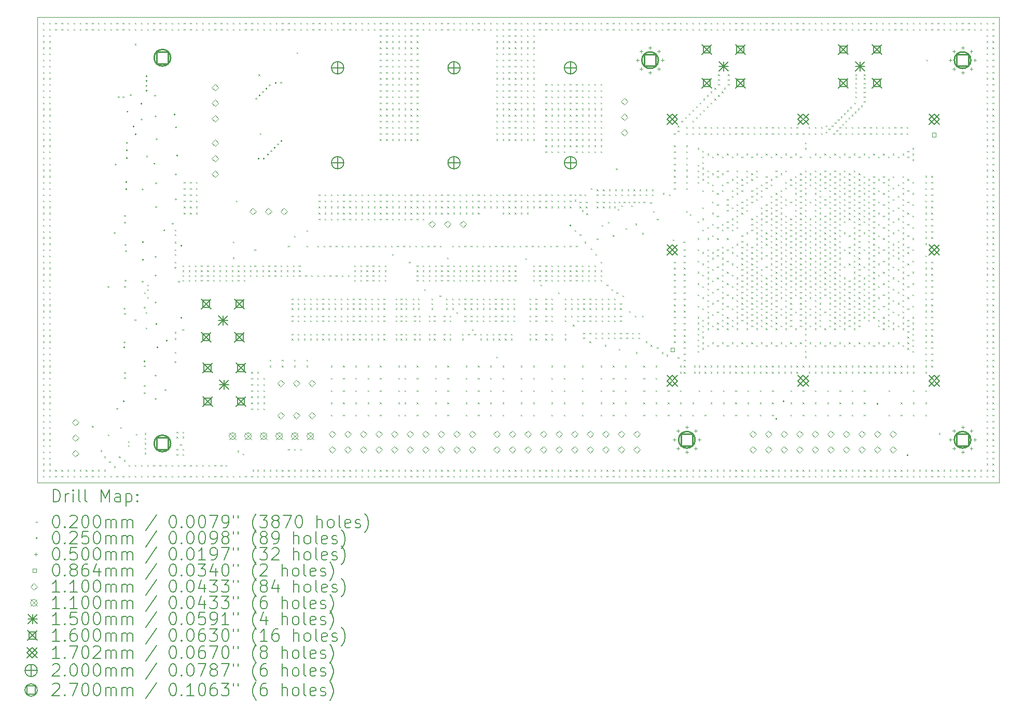
<source format=gbr>
%TF.GenerationSoftware,KiCad,Pcbnew,8.0.3*%
%TF.CreationDate,2024-07-10T11:58:56-07:00*%
%TF.ProjectId,maveric-board,6d617665-7269-4632-9d62-6f6172642e6b,rev?*%
%TF.SameCoordinates,Original*%
%TF.FileFunction,Drillmap*%
%TF.FilePolarity,Positive*%
%FSLAX45Y45*%
G04 Gerber Fmt 4.5, Leading zero omitted, Abs format (unit mm)*
G04 Created by KiCad (PCBNEW 8.0.3) date 2024-07-10 11:58:56*
%MOMM*%
%LPD*%
G01*
G04 APERTURE LIST*
%ADD10C,0.050000*%
%ADD11C,0.200000*%
%ADD12C,0.100000*%
%ADD13C,0.110000*%
%ADD14C,0.110002*%
%ADD15C,0.150000*%
%ADD16C,0.160000*%
%ADD17C,0.170180*%
%ADD18C,0.199999*%
%ADD19C,0.270000*%
G04 APERTURE END LIST*
D10*
X3700000Y-3700000D02*
X19400000Y-3700000D01*
X19400000Y-11300000D01*
X3700000Y-11300000D01*
X3700000Y-3700000D01*
D11*
D12*
X3790000Y-3790000D02*
X3810000Y-3810000D01*
X3810000Y-3790000D02*
X3790000Y-3810000D01*
X3790000Y-3890000D02*
X3810000Y-3910000D01*
X3810000Y-3890000D02*
X3790000Y-3910000D01*
X3790000Y-3990000D02*
X3810000Y-4010000D01*
X3810000Y-3990000D02*
X3790000Y-4010000D01*
X3790000Y-4090000D02*
X3810000Y-4110000D01*
X3810000Y-4090000D02*
X3790000Y-4110000D01*
X3790000Y-4190000D02*
X3810000Y-4210000D01*
X3810000Y-4190000D02*
X3790000Y-4210000D01*
X3790000Y-4290000D02*
X3810000Y-4310000D01*
X3810000Y-4290000D02*
X3790000Y-4310000D01*
X3790000Y-4390000D02*
X3810000Y-4410000D01*
X3810000Y-4390000D02*
X3790000Y-4410000D01*
X3790000Y-4490000D02*
X3810000Y-4510000D01*
X3810000Y-4490000D02*
X3790000Y-4510000D01*
X3790000Y-4590000D02*
X3810000Y-4610000D01*
X3810000Y-4590000D02*
X3790000Y-4610000D01*
X3790000Y-4690000D02*
X3810000Y-4710000D01*
X3810000Y-4690000D02*
X3790000Y-4710000D01*
X3790000Y-4790000D02*
X3810000Y-4810000D01*
X3810000Y-4790000D02*
X3790000Y-4810000D01*
X3790000Y-4890000D02*
X3810000Y-4910000D01*
X3810000Y-4890000D02*
X3790000Y-4910000D01*
X3790000Y-4990000D02*
X3810000Y-5010000D01*
X3810000Y-4990000D02*
X3790000Y-5010000D01*
X3790000Y-5090000D02*
X3810000Y-5110000D01*
X3810000Y-5090000D02*
X3790000Y-5110000D01*
X3790000Y-5190000D02*
X3810000Y-5210000D01*
X3810000Y-5190000D02*
X3790000Y-5210000D01*
X3790000Y-5290000D02*
X3810000Y-5310000D01*
X3810000Y-5290000D02*
X3790000Y-5310000D01*
X3790000Y-5390000D02*
X3810000Y-5410000D01*
X3810000Y-5390000D02*
X3790000Y-5410000D01*
X3790000Y-5490000D02*
X3810000Y-5510000D01*
X3810000Y-5490000D02*
X3790000Y-5510000D01*
X3790000Y-5590000D02*
X3810000Y-5610000D01*
X3810000Y-5590000D02*
X3790000Y-5610000D01*
X3790000Y-5690000D02*
X3810000Y-5710000D01*
X3810000Y-5690000D02*
X3790000Y-5710000D01*
X3790000Y-5790000D02*
X3810000Y-5810000D01*
X3810000Y-5790000D02*
X3790000Y-5810000D01*
X3790000Y-5890000D02*
X3810000Y-5910000D01*
X3810000Y-5890000D02*
X3790000Y-5910000D01*
X3790000Y-5990000D02*
X3810000Y-6010000D01*
X3810000Y-5990000D02*
X3790000Y-6010000D01*
X3790000Y-6090000D02*
X3810000Y-6110000D01*
X3810000Y-6090000D02*
X3790000Y-6110000D01*
X3790000Y-6190000D02*
X3810000Y-6210000D01*
X3810000Y-6190000D02*
X3790000Y-6210000D01*
X3790000Y-6290000D02*
X3810000Y-6310000D01*
X3810000Y-6290000D02*
X3790000Y-6310000D01*
X3790000Y-6390000D02*
X3810000Y-6410000D01*
X3810000Y-6390000D02*
X3790000Y-6410000D01*
X3790000Y-6490000D02*
X3810000Y-6510000D01*
X3810000Y-6490000D02*
X3790000Y-6510000D01*
X3790000Y-6590000D02*
X3810000Y-6610000D01*
X3810000Y-6590000D02*
X3790000Y-6610000D01*
X3790000Y-6690000D02*
X3810000Y-6710000D01*
X3810000Y-6690000D02*
X3790000Y-6710000D01*
X3790000Y-6790000D02*
X3810000Y-6810000D01*
X3810000Y-6790000D02*
X3790000Y-6810000D01*
X3790000Y-6890000D02*
X3810000Y-6910000D01*
X3810000Y-6890000D02*
X3790000Y-6910000D01*
X3790000Y-6990000D02*
X3810000Y-7010000D01*
X3810000Y-6990000D02*
X3790000Y-7010000D01*
X3790000Y-7090000D02*
X3810000Y-7110000D01*
X3810000Y-7090000D02*
X3790000Y-7110000D01*
X3790000Y-7190000D02*
X3810000Y-7210000D01*
X3810000Y-7190000D02*
X3790000Y-7210000D01*
X3790000Y-7290000D02*
X3810000Y-7310000D01*
X3810000Y-7290000D02*
X3790000Y-7310000D01*
X3790000Y-7390000D02*
X3810000Y-7410000D01*
X3810000Y-7390000D02*
X3790000Y-7410000D01*
X3790000Y-7490000D02*
X3810000Y-7510000D01*
X3810000Y-7490000D02*
X3790000Y-7510000D01*
X3790000Y-7590000D02*
X3810000Y-7610000D01*
X3810000Y-7590000D02*
X3790000Y-7610000D01*
X3790000Y-7690000D02*
X3810000Y-7710000D01*
X3810000Y-7690000D02*
X3790000Y-7710000D01*
X3790000Y-7790000D02*
X3810000Y-7810000D01*
X3810000Y-7790000D02*
X3790000Y-7810000D01*
X3790000Y-7890000D02*
X3810000Y-7910000D01*
X3810000Y-7890000D02*
X3790000Y-7910000D01*
X3790000Y-7990000D02*
X3810000Y-8010000D01*
X3810000Y-7990000D02*
X3790000Y-8010000D01*
X3790000Y-8090000D02*
X3810000Y-8110000D01*
X3810000Y-8090000D02*
X3790000Y-8110000D01*
X3790000Y-8190000D02*
X3810000Y-8210000D01*
X3810000Y-8190000D02*
X3790000Y-8210000D01*
X3790000Y-8290000D02*
X3810000Y-8310000D01*
X3810000Y-8290000D02*
X3790000Y-8310000D01*
X3790000Y-8390000D02*
X3810000Y-8410000D01*
X3810000Y-8390000D02*
X3790000Y-8410000D01*
X3790000Y-8490000D02*
X3810000Y-8510000D01*
X3810000Y-8490000D02*
X3790000Y-8510000D01*
X3790000Y-8590000D02*
X3810000Y-8610000D01*
X3810000Y-8590000D02*
X3790000Y-8610000D01*
X3790000Y-8690000D02*
X3810000Y-8710000D01*
X3810000Y-8690000D02*
X3790000Y-8710000D01*
X3790000Y-8790000D02*
X3810000Y-8810000D01*
X3810000Y-8790000D02*
X3790000Y-8810000D01*
X3790000Y-8890000D02*
X3810000Y-8910000D01*
X3810000Y-8890000D02*
X3790000Y-8910000D01*
X3790000Y-8990000D02*
X3810000Y-9010000D01*
X3810000Y-8990000D02*
X3790000Y-9010000D01*
X3790000Y-9090000D02*
X3810000Y-9110000D01*
X3810000Y-9090000D02*
X3790000Y-9110000D01*
X3790000Y-9190000D02*
X3810000Y-9210000D01*
X3810000Y-9190000D02*
X3790000Y-9210000D01*
X3790000Y-9290000D02*
X3810000Y-9310000D01*
X3810000Y-9290000D02*
X3790000Y-9310000D01*
X3790000Y-9390000D02*
X3810000Y-9410000D01*
X3810000Y-9390000D02*
X3790000Y-9410000D01*
X3790000Y-9490000D02*
X3810000Y-9510000D01*
X3810000Y-9490000D02*
X3790000Y-9510000D01*
X3790000Y-9590000D02*
X3810000Y-9610000D01*
X3810000Y-9590000D02*
X3790000Y-9610000D01*
X3790000Y-9690000D02*
X3810000Y-9710000D01*
X3810000Y-9690000D02*
X3790000Y-9710000D01*
X3790000Y-9790000D02*
X3810000Y-9810000D01*
X3810000Y-9790000D02*
X3790000Y-9810000D01*
X3790000Y-9890000D02*
X3810000Y-9910000D01*
X3810000Y-9890000D02*
X3790000Y-9910000D01*
X3790000Y-9990000D02*
X3810000Y-10010000D01*
X3810000Y-9990000D02*
X3790000Y-10010000D01*
X3790000Y-10090000D02*
X3810000Y-10110000D01*
X3810000Y-10090000D02*
X3790000Y-10110000D01*
X3790000Y-10190000D02*
X3810000Y-10210000D01*
X3810000Y-10190000D02*
X3790000Y-10210000D01*
X3790000Y-10290000D02*
X3810000Y-10310000D01*
X3810000Y-10290000D02*
X3790000Y-10310000D01*
X3790000Y-10390000D02*
X3810000Y-10410000D01*
X3810000Y-10390000D02*
X3790000Y-10410000D01*
X3790000Y-10490000D02*
X3810000Y-10510000D01*
X3810000Y-10490000D02*
X3790000Y-10510000D01*
X3790000Y-10590000D02*
X3810000Y-10610000D01*
X3810000Y-10590000D02*
X3790000Y-10610000D01*
X3790000Y-10690000D02*
X3810000Y-10710000D01*
X3810000Y-10690000D02*
X3790000Y-10710000D01*
X3790000Y-10790000D02*
X3810000Y-10810000D01*
X3810000Y-10790000D02*
X3790000Y-10810000D01*
X3790000Y-10890000D02*
X3810000Y-10910000D01*
X3810000Y-10890000D02*
X3790000Y-10910000D01*
X3790000Y-10990000D02*
X3810000Y-11010000D01*
X3810000Y-10990000D02*
X3790000Y-11010000D01*
X3790000Y-11090000D02*
X3810000Y-11110000D01*
X3810000Y-11090000D02*
X3790000Y-11110000D01*
X3790000Y-11190000D02*
X3810000Y-11210000D01*
X3810000Y-11190000D02*
X3790000Y-11210000D01*
X3890000Y-3790000D02*
X3910000Y-3810000D01*
X3910000Y-3790000D02*
X3890000Y-3810000D01*
X3890000Y-3890000D02*
X3910000Y-3910000D01*
X3910000Y-3890000D02*
X3890000Y-3910000D01*
X3890000Y-3990000D02*
X3910000Y-4010000D01*
X3910000Y-3990000D02*
X3890000Y-4010000D01*
X3890000Y-4090000D02*
X3910000Y-4110000D01*
X3910000Y-4090000D02*
X3890000Y-4110000D01*
X3890000Y-4190000D02*
X3910000Y-4210000D01*
X3910000Y-4190000D02*
X3890000Y-4210000D01*
X3890000Y-4290000D02*
X3910000Y-4310000D01*
X3910000Y-4290000D02*
X3890000Y-4310000D01*
X3890000Y-4390000D02*
X3910000Y-4410000D01*
X3910000Y-4390000D02*
X3890000Y-4410000D01*
X3890000Y-4490000D02*
X3910000Y-4510000D01*
X3910000Y-4490000D02*
X3890000Y-4510000D01*
X3890000Y-4590000D02*
X3910000Y-4610000D01*
X3910000Y-4590000D02*
X3890000Y-4610000D01*
X3890000Y-4690000D02*
X3910000Y-4710000D01*
X3910000Y-4690000D02*
X3890000Y-4710000D01*
X3890000Y-4790000D02*
X3910000Y-4810000D01*
X3910000Y-4790000D02*
X3890000Y-4810000D01*
X3890000Y-4890000D02*
X3910000Y-4910000D01*
X3910000Y-4890000D02*
X3890000Y-4910000D01*
X3890000Y-4990000D02*
X3910000Y-5010000D01*
X3910000Y-4990000D02*
X3890000Y-5010000D01*
X3890000Y-5090000D02*
X3910000Y-5110000D01*
X3910000Y-5090000D02*
X3890000Y-5110000D01*
X3890000Y-5190000D02*
X3910000Y-5210000D01*
X3910000Y-5190000D02*
X3890000Y-5210000D01*
X3890000Y-5290000D02*
X3910000Y-5310000D01*
X3910000Y-5290000D02*
X3890000Y-5310000D01*
X3890000Y-5390000D02*
X3910000Y-5410000D01*
X3910000Y-5390000D02*
X3890000Y-5410000D01*
X3890000Y-5490000D02*
X3910000Y-5510000D01*
X3910000Y-5490000D02*
X3890000Y-5510000D01*
X3890000Y-5590000D02*
X3910000Y-5610000D01*
X3910000Y-5590000D02*
X3890000Y-5610000D01*
X3890000Y-5690000D02*
X3910000Y-5710000D01*
X3910000Y-5690000D02*
X3890000Y-5710000D01*
X3890000Y-5790000D02*
X3910000Y-5810000D01*
X3910000Y-5790000D02*
X3890000Y-5810000D01*
X3890000Y-5890000D02*
X3910000Y-5910000D01*
X3910000Y-5890000D02*
X3890000Y-5910000D01*
X3890000Y-5990000D02*
X3910000Y-6010000D01*
X3910000Y-5990000D02*
X3890000Y-6010000D01*
X3890000Y-6090000D02*
X3910000Y-6110000D01*
X3910000Y-6090000D02*
X3890000Y-6110000D01*
X3890000Y-6190000D02*
X3910000Y-6210000D01*
X3910000Y-6190000D02*
X3890000Y-6210000D01*
X3890000Y-6290000D02*
X3910000Y-6310000D01*
X3910000Y-6290000D02*
X3890000Y-6310000D01*
X3890000Y-6390000D02*
X3910000Y-6410000D01*
X3910000Y-6390000D02*
X3890000Y-6410000D01*
X3890000Y-6490000D02*
X3910000Y-6510000D01*
X3910000Y-6490000D02*
X3890000Y-6510000D01*
X3890000Y-6590000D02*
X3910000Y-6610000D01*
X3910000Y-6590000D02*
X3890000Y-6610000D01*
X3890000Y-6690000D02*
X3910000Y-6710000D01*
X3910000Y-6690000D02*
X3890000Y-6710000D01*
X3890000Y-6790000D02*
X3910000Y-6810000D01*
X3910000Y-6790000D02*
X3890000Y-6810000D01*
X3890000Y-6890000D02*
X3910000Y-6910000D01*
X3910000Y-6890000D02*
X3890000Y-6910000D01*
X3890000Y-6990000D02*
X3910000Y-7010000D01*
X3910000Y-6990000D02*
X3890000Y-7010000D01*
X3890000Y-7090000D02*
X3910000Y-7110000D01*
X3910000Y-7090000D02*
X3890000Y-7110000D01*
X3890000Y-7190000D02*
X3910000Y-7210000D01*
X3910000Y-7190000D02*
X3890000Y-7210000D01*
X3890000Y-7290000D02*
X3910000Y-7310000D01*
X3910000Y-7290000D02*
X3890000Y-7310000D01*
X3890000Y-7390000D02*
X3910000Y-7410000D01*
X3910000Y-7390000D02*
X3890000Y-7410000D01*
X3890000Y-7490000D02*
X3910000Y-7510000D01*
X3910000Y-7490000D02*
X3890000Y-7510000D01*
X3890000Y-7590000D02*
X3910000Y-7610000D01*
X3910000Y-7590000D02*
X3890000Y-7610000D01*
X3890000Y-7690000D02*
X3910000Y-7710000D01*
X3910000Y-7690000D02*
X3890000Y-7710000D01*
X3890000Y-7790000D02*
X3910000Y-7810000D01*
X3910000Y-7790000D02*
X3890000Y-7810000D01*
X3890000Y-7890000D02*
X3910000Y-7910000D01*
X3910000Y-7890000D02*
X3890000Y-7910000D01*
X3890000Y-7990000D02*
X3910000Y-8010000D01*
X3910000Y-7990000D02*
X3890000Y-8010000D01*
X3890000Y-8090000D02*
X3910000Y-8110000D01*
X3910000Y-8090000D02*
X3890000Y-8110000D01*
X3890000Y-8190000D02*
X3910000Y-8210000D01*
X3910000Y-8190000D02*
X3890000Y-8210000D01*
X3890000Y-8290000D02*
X3910000Y-8310000D01*
X3910000Y-8290000D02*
X3890000Y-8310000D01*
X3890000Y-8390000D02*
X3910000Y-8410000D01*
X3910000Y-8390000D02*
X3890000Y-8410000D01*
X3890000Y-8490000D02*
X3910000Y-8510000D01*
X3910000Y-8490000D02*
X3890000Y-8510000D01*
X3890000Y-8590000D02*
X3910000Y-8610000D01*
X3910000Y-8590000D02*
X3890000Y-8610000D01*
X3890000Y-8690000D02*
X3910000Y-8710000D01*
X3910000Y-8690000D02*
X3890000Y-8710000D01*
X3890000Y-8790000D02*
X3910000Y-8810000D01*
X3910000Y-8790000D02*
X3890000Y-8810000D01*
X3890000Y-8890000D02*
X3910000Y-8910000D01*
X3910000Y-8890000D02*
X3890000Y-8910000D01*
X3890000Y-8990000D02*
X3910000Y-9010000D01*
X3910000Y-8990000D02*
X3890000Y-9010000D01*
X3890000Y-9090000D02*
X3910000Y-9110000D01*
X3910000Y-9090000D02*
X3890000Y-9110000D01*
X3890000Y-9190000D02*
X3910000Y-9210000D01*
X3910000Y-9190000D02*
X3890000Y-9210000D01*
X3890000Y-9290000D02*
X3910000Y-9310000D01*
X3910000Y-9290000D02*
X3890000Y-9310000D01*
X3890000Y-9390000D02*
X3910000Y-9410000D01*
X3910000Y-9390000D02*
X3890000Y-9410000D01*
X3890000Y-9490000D02*
X3910000Y-9510000D01*
X3910000Y-9490000D02*
X3890000Y-9510000D01*
X3890000Y-9590000D02*
X3910000Y-9610000D01*
X3910000Y-9590000D02*
X3890000Y-9610000D01*
X3890000Y-9690000D02*
X3910000Y-9710000D01*
X3910000Y-9690000D02*
X3890000Y-9710000D01*
X3890000Y-9790000D02*
X3910000Y-9810000D01*
X3910000Y-9790000D02*
X3890000Y-9810000D01*
X3890000Y-9890000D02*
X3910000Y-9910000D01*
X3910000Y-9890000D02*
X3890000Y-9910000D01*
X3890000Y-9990000D02*
X3910000Y-10010000D01*
X3910000Y-9990000D02*
X3890000Y-10010000D01*
X3890000Y-10090000D02*
X3910000Y-10110000D01*
X3910000Y-10090000D02*
X3890000Y-10110000D01*
X3890000Y-10190000D02*
X3910000Y-10210000D01*
X3910000Y-10190000D02*
X3890000Y-10210000D01*
X3890000Y-10290000D02*
X3910000Y-10310000D01*
X3910000Y-10290000D02*
X3890000Y-10310000D01*
X3890000Y-10390000D02*
X3910000Y-10410000D01*
X3910000Y-10390000D02*
X3890000Y-10410000D01*
X3890000Y-10490000D02*
X3910000Y-10510000D01*
X3910000Y-10490000D02*
X3890000Y-10510000D01*
X3890000Y-10590000D02*
X3910000Y-10610000D01*
X3910000Y-10590000D02*
X3890000Y-10610000D01*
X3890000Y-10690000D02*
X3910000Y-10710000D01*
X3910000Y-10690000D02*
X3890000Y-10710000D01*
X3890000Y-10790000D02*
X3910000Y-10810000D01*
X3910000Y-10790000D02*
X3890000Y-10810000D01*
X3890000Y-10890000D02*
X3910000Y-10910000D01*
X3910000Y-10890000D02*
X3890000Y-10910000D01*
X3890000Y-10990000D02*
X3910000Y-11010000D01*
X3910000Y-10990000D02*
X3890000Y-11010000D01*
X3890000Y-11090000D02*
X3910000Y-11110000D01*
X3910000Y-11090000D02*
X3890000Y-11110000D01*
X3890000Y-11190000D02*
X3910000Y-11210000D01*
X3910000Y-11190000D02*
X3890000Y-11210000D01*
X3990000Y-3790000D02*
X4010000Y-3810000D01*
X4010000Y-3790000D02*
X3990000Y-3810000D01*
X3990000Y-3890000D02*
X4010000Y-3910000D01*
X4010000Y-3890000D02*
X3990000Y-3910000D01*
X3990000Y-11090000D02*
X4010000Y-11110000D01*
X4010000Y-11090000D02*
X3990000Y-11110000D01*
X3990000Y-11190000D02*
X4010000Y-11210000D01*
X4010000Y-11190000D02*
X3990000Y-11210000D01*
X4090000Y-3790000D02*
X4110000Y-3810000D01*
X4110000Y-3790000D02*
X4090000Y-3810000D01*
X4090000Y-3890000D02*
X4110000Y-3910000D01*
X4110000Y-3890000D02*
X4090000Y-3910000D01*
X4090000Y-11090000D02*
X4110000Y-11110000D01*
X4110000Y-11090000D02*
X4090000Y-11110000D01*
X4090000Y-11190000D02*
X4110000Y-11210000D01*
X4110000Y-11190000D02*
X4090000Y-11210000D01*
X4190000Y-3790000D02*
X4210000Y-3810000D01*
X4210000Y-3790000D02*
X4190000Y-3810000D01*
X4190000Y-3890000D02*
X4210000Y-3910000D01*
X4210000Y-3890000D02*
X4190000Y-3910000D01*
X4190000Y-11090000D02*
X4210000Y-11110000D01*
X4210000Y-11090000D02*
X4190000Y-11110000D01*
X4190000Y-11190000D02*
X4210000Y-11210000D01*
X4210000Y-11190000D02*
X4190000Y-11210000D01*
X4290000Y-3790000D02*
X4310000Y-3810000D01*
X4310000Y-3790000D02*
X4290000Y-3810000D01*
X4290000Y-3890000D02*
X4310000Y-3910000D01*
X4310000Y-3890000D02*
X4290000Y-3910000D01*
X4290000Y-11090000D02*
X4310000Y-11110000D01*
X4310000Y-11090000D02*
X4290000Y-11110000D01*
X4290000Y-11190000D02*
X4310000Y-11210000D01*
X4310000Y-11190000D02*
X4290000Y-11210000D01*
X4390000Y-3790000D02*
X4410000Y-3810000D01*
X4410000Y-3790000D02*
X4390000Y-3810000D01*
X4390000Y-3890000D02*
X4410000Y-3910000D01*
X4410000Y-3890000D02*
X4390000Y-3910000D01*
X4390000Y-11090000D02*
X4410000Y-11110000D01*
X4410000Y-11090000D02*
X4390000Y-11110000D01*
X4390000Y-11190000D02*
X4410000Y-11210000D01*
X4410000Y-11190000D02*
X4390000Y-11210000D01*
X4490000Y-3790000D02*
X4510000Y-3810000D01*
X4510000Y-3790000D02*
X4490000Y-3810000D01*
X4490000Y-3890000D02*
X4510000Y-3910000D01*
X4510000Y-3890000D02*
X4490000Y-3910000D01*
X4490000Y-11090000D02*
X4510000Y-11110000D01*
X4510000Y-11090000D02*
X4490000Y-11110000D01*
X4490000Y-11190000D02*
X4510000Y-11210000D01*
X4510000Y-11190000D02*
X4490000Y-11210000D01*
X4590000Y-3790000D02*
X4610000Y-3810000D01*
X4610000Y-3790000D02*
X4590000Y-3810000D01*
X4590000Y-3890000D02*
X4610000Y-3910000D01*
X4610000Y-3890000D02*
X4590000Y-3910000D01*
X4590000Y-10370000D02*
X4610000Y-10390000D01*
X4610000Y-10370000D02*
X4590000Y-10390000D01*
X4590000Y-11090000D02*
X4610000Y-11110000D01*
X4610000Y-11090000D02*
X4590000Y-11110000D01*
X4590000Y-11190000D02*
X4610000Y-11210000D01*
X4610000Y-11190000D02*
X4590000Y-11210000D01*
X4690000Y-3790000D02*
X4710000Y-3810000D01*
X4710000Y-3790000D02*
X4690000Y-3810000D01*
X4690000Y-3890000D02*
X4710000Y-3910000D01*
X4710000Y-3890000D02*
X4690000Y-3910000D01*
X4690000Y-11090000D02*
X4710000Y-11110000D01*
X4710000Y-11090000D02*
X4690000Y-11110000D01*
X4690000Y-11190000D02*
X4710000Y-11210000D01*
X4710000Y-11190000D02*
X4690000Y-11210000D01*
X4730000Y-10770000D02*
X4750000Y-10790000D01*
X4750000Y-10770000D02*
X4730000Y-10790000D01*
X4790000Y-3790000D02*
X4810000Y-3810000D01*
X4810000Y-3790000D02*
X4790000Y-3810000D01*
X4790000Y-3890000D02*
X4810000Y-3910000D01*
X4810000Y-3890000D02*
X4790000Y-3910000D01*
X4790000Y-10870000D02*
X4810000Y-10890000D01*
X4810000Y-10870000D02*
X4790000Y-10890000D01*
X4790000Y-11090000D02*
X4810000Y-11110000D01*
X4810000Y-11090000D02*
X4790000Y-11110000D01*
X4790000Y-11190000D02*
X4810000Y-11210000D01*
X4810000Y-11190000D02*
X4790000Y-11210000D01*
X4850000Y-10510000D02*
X4870000Y-10530000D01*
X4870000Y-10510000D02*
X4850000Y-10530000D01*
X4870000Y-10950000D02*
X4890000Y-10970000D01*
X4890000Y-10950000D02*
X4870000Y-10970000D01*
X4890000Y-3790000D02*
X4910000Y-3810000D01*
X4910000Y-3790000D02*
X4890000Y-3810000D01*
X4890000Y-3890000D02*
X4910000Y-3910000D01*
X4910000Y-3890000D02*
X4890000Y-3910000D01*
X4890000Y-11190000D02*
X4910000Y-11210000D01*
X4910000Y-11190000D02*
X4890000Y-11210000D01*
X4950000Y-11030000D02*
X4970000Y-11050000D01*
X4970000Y-11030000D02*
X4950000Y-11050000D01*
X4990000Y-3790000D02*
X5010000Y-3810000D01*
X5010000Y-3790000D02*
X4990000Y-3810000D01*
X4990000Y-3890000D02*
X5010000Y-3910000D01*
X5010000Y-3890000D02*
X4990000Y-3910000D01*
X4990000Y-11190000D02*
X5010000Y-11210000D01*
X5010000Y-11190000D02*
X4990000Y-11210000D01*
X5030000Y-10870000D02*
X5050000Y-10890000D01*
X5050000Y-10870000D02*
X5030000Y-10890000D01*
X5049998Y-10390000D02*
X5069998Y-10410000D01*
X5069998Y-10390000D02*
X5049998Y-10410000D01*
X5090000Y-3790000D02*
X5110000Y-3810000D01*
X5110000Y-3790000D02*
X5090000Y-3810000D01*
X5090000Y-3890000D02*
X5110000Y-3910000D01*
X5110000Y-3890000D02*
X5090000Y-3910000D01*
X5090000Y-4990000D02*
X5110000Y-5010000D01*
X5110000Y-4990000D02*
X5090000Y-5010000D01*
X5090000Y-11190000D02*
X5110000Y-11210000D01*
X5110000Y-11190000D02*
X5090000Y-11210000D01*
X5110000Y-10930000D02*
X5130000Y-10950000D01*
X5130000Y-10930000D02*
X5110000Y-10950000D01*
X5180000Y-10620000D02*
X5200000Y-10640000D01*
X5200000Y-10620000D02*
X5180000Y-10640000D01*
X5180000Y-10690000D02*
X5200000Y-10710000D01*
X5200000Y-10690000D02*
X5180000Y-10710000D01*
X5190000Y-3790000D02*
X5210000Y-3810000D01*
X5210000Y-3790000D02*
X5190000Y-3810000D01*
X5190000Y-3890000D02*
X5210000Y-3910000D01*
X5210000Y-3890000D02*
X5190000Y-3910000D01*
X5190000Y-11010000D02*
X5210000Y-11030000D01*
X5210000Y-11010000D02*
X5190000Y-11030000D01*
X5190000Y-11190000D02*
X5210000Y-11210000D01*
X5210000Y-11190000D02*
X5190000Y-11210000D01*
X5283821Y-8633821D02*
X5303821Y-8653821D01*
X5303821Y-8633821D02*
X5283821Y-8653821D01*
X5290000Y-3790000D02*
X5310000Y-3810000D01*
X5310000Y-3790000D02*
X5290000Y-3810000D01*
X5290000Y-3890000D02*
X5310000Y-3910000D01*
X5310000Y-3890000D02*
X5290000Y-3910000D01*
X5290000Y-4130000D02*
X5310000Y-4150000D01*
X5310000Y-4130000D02*
X5290000Y-4150000D01*
X5290000Y-11010000D02*
X5310000Y-11030000D01*
X5310000Y-11010000D02*
X5290000Y-11030000D01*
X5290000Y-11190000D02*
X5310000Y-11210000D01*
X5310000Y-11190000D02*
X5290000Y-11210000D01*
X5305500Y-10500000D02*
X5325500Y-10520000D01*
X5325500Y-10500000D02*
X5305500Y-10520000D01*
X5390000Y-3790000D02*
X5410000Y-3810000D01*
X5410000Y-3790000D02*
X5390000Y-3810000D01*
X5390000Y-3890000D02*
X5410000Y-3910000D01*
X5410000Y-3890000D02*
X5390000Y-3910000D01*
X5390000Y-11010000D02*
X5410000Y-11030000D01*
X5410000Y-11010000D02*
X5390000Y-11030000D01*
X5390000Y-11190000D02*
X5410000Y-11210000D01*
X5410000Y-11190000D02*
X5390000Y-11210000D01*
X5440001Y-8190000D02*
X5460001Y-8210000D01*
X5460001Y-8190000D02*
X5440001Y-8210000D01*
X5450000Y-10490000D02*
X5470000Y-10510000D01*
X5470000Y-10490000D02*
X5450000Y-10510000D01*
X5450000Y-10570000D02*
X5470000Y-10590000D01*
X5470000Y-10570000D02*
X5450000Y-10590000D01*
X5450000Y-10650000D02*
X5470000Y-10670000D01*
X5470000Y-10650000D02*
X5450000Y-10670000D01*
X5450000Y-10730000D02*
X5470000Y-10750000D01*
X5470000Y-10730000D02*
X5450000Y-10750000D01*
X5450000Y-10810000D02*
X5470000Y-10830000D01*
X5470000Y-10810000D02*
X5450000Y-10830000D01*
X5465000Y-8515000D02*
X5485000Y-8535000D01*
X5485000Y-8515000D02*
X5465000Y-8535000D01*
X5465000Y-8765000D02*
X5485000Y-8785000D01*
X5485000Y-8765000D02*
X5465000Y-8785000D01*
X5477500Y-5960000D02*
X5497500Y-5980000D01*
X5497500Y-5960000D02*
X5477500Y-5980000D01*
X5490000Y-3790000D02*
X5510000Y-3810000D01*
X5510000Y-3790000D02*
X5490000Y-3810000D01*
X5490000Y-3890000D02*
X5510000Y-3910000D01*
X5510000Y-3890000D02*
X5490000Y-3910000D01*
X5490000Y-8065000D02*
X5510000Y-8085000D01*
X5510000Y-8065000D02*
X5490000Y-8085000D01*
X5490000Y-8140000D02*
X5510000Y-8160000D01*
X5510000Y-8140000D02*
X5490000Y-8160000D01*
X5490000Y-8267001D02*
X5510000Y-8287001D01*
X5510000Y-8267001D02*
X5490000Y-8287001D01*
X5490000Y-11010000D02*
X5510000Y-11030000D01*
X5510000Y-11010000D02*
X5490000Y-11030000D01*
X5490000Y-11190000D02*
X5510000Y-11210000D01*
X5510000Y-11190000D02*
X5490000Y-11210000D01*
X5590000Y-3790000D02*
X5610000Y-3810000D01*
X5610000Y-3790000D02*
X5590000Y-3810000D01*
X5590000Y-3890000D02*
X5610000Y-3910000D01*
X5610000Y-3890000D02*
X5590000Y-3910000D01*
X5590000Y-11010000D02*
X5610000Y-11030000D01*
X5610000Y-11010000D02*
X5590000Y-11030000D01*
X5590000Y-11190000D02*
X5610000Y-11210000D01*
X5610000Y-11190000D02*
X5590000Y-11210000D01*
X5690000Y-3790000D02*
X5710000Y-3810000D01*
X5710000Y-3790000D02*
X5690000Y-3810000D01*
X5690000Y-3890000D02*
X5710000Y-3910000D01*
X5710000Y-3890000D02*
X5690000Y-3910000D01*
X5690000Y-11010000D02*
X5710000Y-11030000D01*
X5710000Y-11010000D02*
X5690000Y-11030000D01*
X5690000Y-11190000D02*
X5710000Y-11210000D01*
X5710000Y-11190000D02*
X5690000Y-11210000D01*
X5790000Y-3790000D02*
X5810000Y-3810000D01*
X5810000Y-3790000D02*
X5790000Y-3810000D01*
X5790000Y-3890000D02*
X5810000Y-3910000D01*
X5810000Y-3890000D02*
X5790000Y-3910000D01*
X5790000Y-11010000D02*
X5810000Y-11030000D01*
X5810000Y-11010000D02*
X5790000Y-11030000D01*
X5790000Y-11190000D02*
X5810000Y-11210000D01*
X5810000Y-11190000D02*
X5790000Y-11210000D01*
X5890000Y-3790000D02*
X5910000Y-3810000D01*
X5910000Y-3790000D02*
X5890000Y-3810000D01*
X5890000Y-3890000D02*
X5910000Y-3910000D01*
X5910000Y-3890000D02*
X5890000Y-3910000D01*
X5890000Y-11010000D02*
X5910000Y-11030000D01*
X5910000Y-11010000D02*
X5890000Y-11030000D01*
X5890000Y-11190000D02*
X5910000Y-11210000D01*
X5910000Y-11190000D02*
X5890000Y-11210000D01*
X5940000Y-7165000D02*
X5960000Y-7185000D01*
X5960000Y-7165000D02*
X5940000Y-7185000D01*
X5940000Y-7240000D02*
X5960000Y-7260000D01*
X5960000Y-7240000D02*
X5940000Y-7260000D01*
X5940000Y-7365000D02*
X5960000Y-7385000D01*
X5960000Y-7365000D02*
X5940000Y-7385000D01*
X5940000Y-7490000D02*
X5960000Y-7510000D01*
X5960000Y-7490000D02*
X5940000Y-7510000D01*
X5940000Y-7565000D02*
X5960000Y-7585000D01*
X5960000Y-7565000D02*
X5940000Y-7585000D01*
X5940000Y-7690000D02*
X5960000Y-7710000D01*
X5960000Y-7690000D02*
X5940000Y-7710000D01*
X5940000Y-8840000D02*
X5960000Y-8860000D01*
X5960000Y-8840000D02*
X5940000Y-8860000D01*
X5940000Y-8940000D02*
X5960000Y-8960000D01*
X5960000Y-8940000D02*
X5940000Y-8960000D01*
X5940000Y-9165000D02*
X5960000Y-9185000D01*
X5960000Y-9165000D02*
X5940000Y-9185000D01*
X5970000Y-10470000D02*
X5990000Y-10490000D01*
X5990000Y-10470000D02*
X5970000Y-10490000D01*
X5970000Y-10550000D02*
X5990000Y-10570000D01*
X5990000Y-10550000D02*
X5970000Y-10570000D01*
X5970000Y-10750000D02*
X5990000Y-10770000D01*
X5990000Y-10750000D02*
X5970000Y-10770000D01*
X5970000Y-10830000D02*
X5990000Y-10850000D01*
X5990000Y-10830000D02*
X5970000Y-10850000D01*
X5990000Y-3790000D02*
X6010000Y-3810000D01*
X6010000Y-3790000D02*
X5990000Y-3810000D01*
X5990000Y-3890000D02*
X6010000Y-3910000D01*
X6010000Y-3890000D02*
X5990000Y-3910000D01*
X5990000Y-11010000D02*
X6010000Y-11030000D01*
X6010000Y-11010000D02*
X5990000Y-11030000D01*
X5990000Y-11190000D02*
X6010000Y-11210000D01*
X6010000Y-11190000D02*
X5990000Y-11210000D01*
X6030000Y-10669999D02*
X6050000Y-10689999D01*
X6050000Y-10669999D02*
X6030000Y-10689999D01*
X6065000Y-8790000D02*
X6085000Y-8810000D01*
X6085000Y-8790000D02*
X6065000Y-8810000D01*
X6070000Y-7990000D02*
X6090000Y-8010000D01*
X6090000Y-7990000D02*
X6070000Y-8010000D01*
X6070000Y-7750000D02*
X6090000Y-7770000D01*
X6090000Y-7750000D02*
X6070000Y-7770000D01*
X6070000Y-7830000D02*
X6090000Y-7850000D01*
X6090000Y-7830000D02*
X6070000Y-7850000D01*
X6070000Y-7910000D02*
X6090000Y-7930000D01*
X6090000Y-7910000D02*
X6070000Y-7930000D01*
X6070000Y-10470000D02*
X6090000Y-10490000D01*
X6090000Y-10470000D02*
X6070000Y-10490000D01*
X6070000Y-10550000D02*
X6090000Y-10570000D01*
X6090000Y-10550000D02*
X6070000Y-10570000D01*
X6070000Y-10750000D02*
X6090000Y-10770000D01*
X6090000Y-10750000D02*
X6070000Y-10770000D01*
X6070000Y-10830000D02*
X6090000Y-10850000D01*
X6090000Y-10830000D02*
X6070000Y-10850000D01*
X6090000Y-3790000D02*
X6110000Y-3810000D01*
X6110000Y-3790000D02*
X6090000Y-3810000D01*
X6090000Y-3890000D02*
X6110000Y-3910000D01*
X6110000Y-3890000D02*
X6090000Y-3910000D01*
X6090000Y-6390000D02*
X6110000Y-6410000D01*
X6110000Y-6390000D02*
X6090000Y-6410000D01*
X6090000Y-6490000D02*
X6110000Y-6510000D01*
X6110000Y-6490000D02*
X6090000Y-6510000D01*
X6090000Y-6590000D02*
X6110000Y-6610000D01*
X6110000Y-6590000D02*
X6090000Y-6610000D01*
X6090000Y-6690000D02*
X6110000Y-6710000D01*
X6110000Y-6690000D02*
X6090000Y-6710000D01*
X6090000Y-6790000D02*
X6110000Y-6810000D01*
X6110000Y-6790000D02*
X6090000Y-6810000D01*
X6090000Y-6890000D02*
X6110000Y-6910000D01*
X6110000Y-6890000D02*
X6090000Y-6910000D01*
X6090000Y-11010000D02*
X6110000Y-11030000D01*
X6110000Y-11010000D02*
X6090000Y-11030000D01*
X6090000Y-11190000D02*
X6110000Y-11210000D01*
X6110000Y-11190000D02*
X6090000Y-11210000D01*
X6170000Y-7750000D02*
X6190000Y-7770000D01*
X6190000Y-7750000D02*
X6170000Y-7770000D01*
X6170000Y-7830000D02*
X6190000Y-7850000D01*
X6190000Y-7830000D02*
X6170000Y-7850000D01*
X6170000Y-7910000D02*
X6190000Y-7930000D01*
X6190000Y-7910000D02*
X6170000Y-7930000D01*
X6170000Y-7990000D02*
X6190000Y-8010000D01*
X6190000Y-7990000D02*
X6170000Y-8010000D01*
X6190000Y-3790000D02*
X6210000Y-3810000D01*
X6210000Y-3790000D02*
X6190000Y-3810000D01*
X6190000Y-3890000D02*
X6210000Y-3910000D01*
X6210000Y-3890000D02*
X6190000Y-3910000D01*
X6190000Y-6390000D02*
X6210000Y-6410000D01*
X6210000Y-6390000D02*
X6190000Y-6410000D01*
X6190000Y-6490000D02*
X6210000Y-6510000D01*
X6210000Y-6490000D02*
X6190000Y-6510000D01*
X6190000Y-6590000D02*
X6210000Y-6610000D01*
X6210000Y-6590000D02*
X6190000Y-6610000D01*
X6190000Y-6690000D02*
X6210000Y-6710000D01*
X6210000Y-6690000D02*
X6190000Y-6710000D01*
X6190000Y-6790000D02*
X6210000Y-6810000D01*
X6210000Y-6790000D02*
X6190000Y-6810000D01*
X6190000Y-6890000D02*
X6210000Y-6910000D01*
X6210000Y-6890000D02*
X6190000Y-6910000D01*
X6190000Y-11010000D02*
X6210000Y-11030000D01*
X6210000Y-11010000D02*
X6190000Y-11030000D01*
X6190000Y-11190000D02*
X6210000Y-11210000D01*
X6210000Y-11190000D02*
X6190000Y-11210000D01*
X6270000Y-7750000D02*
X6290000Y-7770000D01*
X6290000Y-7750000D02*
X6270000Y-7770000D01*
X6270000Y-7830000D02*
X6290000Y-7850000D01*
X6290000Y-7830000D02*
X6270000Y-7850000D01*
X6270000Y-7910000D02*
X6290000Y-7930000D01*
X6290000Y-7910000D02*
X6270000Y-7930000D01*
X6270000Y-7990000D02*
X6290000Y-8010000D01*
X6290000Y-7990000D02*
X6270000Y-8010000D01*
X6290000Y-3790000D02*
X6310000Y-3810000D01*
X6310000Y-3790000D02*
X6290000Y-3810000D01*
X6290000Y-3890000D02*
X6310000Y-3910000D01*
X6310000Y-3890000D02*
X6290000Y-3910000D01*
X6290000Y-6390000D02*
X6310000Y-6410000D01*
X6310000Y-6390000D02*
X6290000Y-6410000D01*
X6290000Y-6490000D02*
X6310000Y-6510000D01*
X6310000Y-6490000D02*
X6290000Y-6510000D01*
X6290000Y-6590000D02*
X6310000Y-6610000D01*
X6310000Y-6590000D02*
X6290000Y-6610000D01*
X6290000Y-6690000D02*
X6310000Y-6710000D01*
X6310000Y-6690000D02*
X6290000Y-6710000D01*
X6290000Y-6790000D02*
X6310000Y-6810000D01*
X6310000Y-6790000D02*
X6290000Y-6810000D01*
X6290000Y-6890000D02*
X6310000Y-6910000D01*
X6310000Y-6890000D02*
X6290000Y-6910000D01*
X6290000Y-11010000D02*
X6310000Y-11030000D01*
X6310000Y-11010000D02*
X6290000Y-11030000D01*
X6290000Y-11190000D02*
X6310000Y-11210000D01*
X6310000Y-11190000D02*
X6290000Y-11210000D01*
X6370000Y-7750000D02*
X6390000Y-7770000D01*
X6390000Y-7750000D02*
X6370000Y-7770000D01*
X6370000Y-7830000D02*
X6390000Y-7850000D01*
X6390000Y-7830000D02*
X6370000Y-7850000D01*
X6370000Y-7910000D02*
X6390000Y-7930000D01*
X6390000Y-7910000D02*
X6370000Y-7930000D01*
X6370000Y-7990000D02*
X6390000Y-8010000D01*
X6390000Y-7990000D02*
X6370000Y-8010000D01*
X6390000Y-3790000D02*
X6410000Y-3810000D01*
X6410000Y-3790000D02*
X6390000Y-3810000D01*
X6390000Y-3890000D02*
X6410000Y-3910000D01*
X6410000Y-3890000D02*
X6390000Y-3910000D01*
X6390000Y-11010000D02*
X6410000Y-11030000D01*
X6410000Y-11010000D02*
X6390000Y-11030000D01*
X6390000Y-11190000D02*
X6410000Y-11210000D01*
X6410000Y-11190000D02*
X6390000Y-11210000D01*
X6470000Y-7750000D02*
X6490000Y-7770000D01*
X6490000Y-7750000D02*
X6470000Y-7770000D01*
X6470000Y-7830000D02*
X6490000Y-7850000D01*
X6490000Y-7830000D02*
X6470000Y-7850000D01*
X6470000Y-7910000D02*
X6490000Y-7930000D01*
X6490000Y-7910000D02*
X6470000Y-7930000D01*
X6470000Y-7990000D02*
X6490000Y-8010000D01*
X6490000Y-7990000D02*
X6470000Y-8010000D01*
X6490000Y-3790000D02*
X6510000Y-3810000D01*
X6510000Y-3790000D02*
X6490000Y-3810000D01*
X6490000Y-3890000D02*
X6510000Y-3910000D01*
X6510000Y-3890000D02*
X6490000Y-3910000D01*
X6490000Y-11010000D02*
X6510000Y-11030000D01*
X6510000Y-11010000D02*
X6490000Y-11030000D01*
X6490000Y-11190000D02*
X6510000Y-11210000D01*
X6510000Y-11190000D02*
X6490000Y-11210000D01*
X6570000Y-7750000D02*
X6590000Y-7770000D01*
X6590000Y-7750000D02*
X6570000Y-7770000D01*
X6570000Y-7830000D02*
X6590000Y-7850000D01*
X6590000Y-7830000D02*
X6570000Y-7850000D01*
X6570000Y-7910000D02*
X6590000Y-7930000D01*
X6590000Y-7910000D02*
X6570000Y-7930000D01*
X6570000Y-7990000D02*
X6590000Y-8010000D01*
X6590000Y-7990000D02*
X6570000Y-8010000D01*
X6590000Y-3790000D02*
X6610000Y-3810000D01*
X6610000Y-3790000D02*
X6590000Y-3810000D01*
X6590000Y-3890000D02*
X6610000Y-3910000D01*
X6610000Y-3890000D02*
X6590000Y-3910000D01*
X6590000Y-11010000D02*
X6610000Y-11030000D01*
X6610000Y-11010000D02*
X6590000Y-11030000D01*
X6590000Y-11190000D02*
X6610000Y-11210000D01*
X6610000Y-11190000D02*
X6590000Y-11210000D01*
X6670000Y-7750000D02*
X6690000Y-7770000D01*
X6690000Y-7750000D02*
X6670000Y-7770000D01*
X6670000Y-7830000D02*
X6690000Y-7850000D01*
X6690000Y-7830000D02*
X6670000Y-7850000D01*
X6670000Y-7910000D02*
X6690000Y-7930000D01*
X6690000Y-7910000D02*
X6670000Y-7930000D01*
X6670000Y-7990000D02*
X6690000Y-8010000D01*
X6690000Y-7990000D02*
X6670000Y-8010000D01*
X6690000Y-3790000D02*
X6710000Y-3810000D01*
X6710000Y-3790000D02*
X6690000Y-3810000D01*
X6690000Y-3890000D02*
X6710000Y-3910000D01*
X6710000Y-3890000D02*
X6690000Y-3910000D01*
X6690000Y-11010000D02*
X6710000Y-11030000D01*
X6710000Y-11010000D02*
X6690000Y-11030000D01*
X6690000Y-11190000D02*
X6710000Y-11210000D01*
X6710000Y-11190000D02*
X6690000Y-11210000D01*
X6770000Y-7750000D02*
X6790000Y-7770000D01*
X6790000Y-7750000D02*
X6770000Y-7770000D01*
X6770000Y-7830000D02*
X6790000Y-7850000D01*
X6790000Y-7830000D02*
X6770000Y-7850000D01*
X6770000Y-7910000D02*
X6790000Y-7930000D01*
X6790000Y-7910000D02*
X6770000Y-7930000D01*
X6770000Y-7990000D02*
X6790000Y-8010000D01*
X6790000Y-7990000D02*
X6770000Y-8010000D01*
X6770000Y-11010000D02*
X6790000Y-11030000D01*
X6790000Y-11010000D02*
X6770000Y-11030000D01*
X6790000Y-3790000D02*
X6810000Y-3810000D01*
X6810000Y-3790000D02*
X6790000Y-3810000D01*
X6790000Y-3890000D02*
X6810000Y-3910000D01*
X6810000Y-3890000D02*
X6790000Y-3910000D01*
X6790000Y-11190000D02*
X6810000Y-11210000D01*
X6810000Y-11190000D02*
X6790000Y-11210000D01*
X6870000Y-7750000D02*
X6890000Y-7770000D01*
X6890000Y-7750000D02*
X6870000Y-7770000D01*
X6870000Y-7830000D02*
X6890000Y-7850000D01*
X6890000Y-7830000D02*
X6870000Y-7850000D01*
X6870000Y-7910000D02*
X6890000Y-7930000D01*
X6890000Y-7910000D02*
X6870000Y-7930000D01*
X6870000Y-7990000D02*
X6890000Y-8010000D01*
X6890000Y-7990000D02*
X6870000Y-8010000D01*
X6890000Y-3790000D02*
X6910000Y-3810000D01*
X6910000Y-3790000D02*
X6890000Y-3810000D01*
X6890000Y-3890000D02*
X6910000Y-3910000D01*
X6910000Y-3890000D02*
X6890000Y-3910000D01*
X6890000Y-7360000D02*
X6910000Y-7380000D01*
X6910000Y-7360000D02*
X6890000Y-7380000D01*
X6890000Y-7620000D02*
X6910000Y-7640000D01*
X6910000Y-7620000D02*
X6890000Y-7640000D01*
X6890000Y-11190000D02*
X6910000Y-11210000D01*
X6910000Y-11190000D02*
X6890000Y-11210000D01*
X6940000Y-6690000D02*
X6960000Y-6710000D01*
X6960000Y-6690000D02*
X6940000Y-6710000D01*
X6963315Y-10776685D02*
X6983315Y-10796685D01*
X6983315Y-10776685D02*
X6963315Y-10796685D01*
X6970000Y-7750000D02*
X6990000Y-7770000D01*
X6990000Y-7750000D02*
X6970000Y-7770000D01*
X6970000Y-7830000D02*
X6990000Y-7850000D01*
X6990000Y-7830000D02*
X6970000Y-7850000D01*
X6970000Y-7910000D02*
X6990000Y-7930000D01*
X6990000Y-7910000D02*
X6970000Y-7930000D01*
X6970000Y-7990000D02*
X6990000Y-8010000D01*
X6990000Y-7990000D02*
X6970000Y-8010000D01*
X6990000Y-3790000D02*
X7010000Y-3810000D01*
X7010000Y-3790000D02*
X6990000Y-3810000D01*
X6990000Y-3890000D02*
X7010000Y-3910000D01*
X7010000Y-3890000D02*
X6990000Y-3910000D01*
X6990000Y-11190000D02*
X7010000Y-11210000D01*
X7010000Y-11190000D02*
X6990000Y-11210000D01*
X7049500Y-10824500D02*
X7069500Y-10844500D01*
X7069500Y-10824500D02*
X7049500Y-10844500D01*
X7070000Y-7750000D02*
X7090000Y-7770000D01*
X7090000Y-7750000D02*
X7070000Y-7770000D01*
X7070000Y-7830000D02*
X7090000Y-7850000D01*
X7090000Y-7830000D02*
X7070000Y-7850000D01*
X7070000Y-7910000D02*
X7090000Y-7930000D01*
X7090000Y-7910000D02*
X7070000Y-7930000D01*
X7070000Y-7990000D02*
X7090000Y-8010000D01*
X7090000Y-7990000D02*
X7070000Y-8010000D01*
X7090000Y-3790000D02*
X7110000Y-3810000D01*
X7110000Y-3790000D02*
X7090000Y-3810000D01*
X7090000Y-3890000D02*
X7110000Y-3910000D01*
X7110000Y-3890000D02*
X7090000Y-3910000D01*
X7090000Y-11190000D02*
X7110000Y-11210000D01*
X7110000Y-11190000D02*
X7090000Y-11210000D01*
X7170000Y-7830000D02*
X7190000Y-7850000D01*
X7190000Y-7830000D02*
X7170000Y-7850000D01*
X7170000Y-7910000D02*
X7190000Y-7930000D01*
X7190000Y-7910000D02*
X7170000Y-7930000D01*
X7170000Y-7750000D02*
X7190000Y-7770000D01*
X7190000Y-7750000D02*
X7170000Y-7770000D01*
X7190000Y-3790000D02*
X7210000Y-3810000D01*
X7210000Y-3790000D02*
X7190000Y-3810000D01*
X7190000Y-3890000D02*
X7210000Y-3910000D01*
X7210000Y-3890000D02*
X7190000Y-3910000D01*
X7190000Y-9490000D02*
X7210000Y-9510000D01*
X7210000Y-9490000D02*
X7190000Y-9510000D01*
X7190000Y-9590000D02*
X7210000Y-9610000D01*
X7210000Y-9590000D02*
X7190000Y-9610000D01*
X7190000Y-9690000D02*
X7210000Y-9710000D01*
X7210000Y-9690000D02*
X7190000Y-9710000D01*
X7190000Y-9790000D02*
X7210000Y-9810000D01*
X7210000Y-9790000D02*
X7190000Y-9810000D01*
X7190000Y-9890000D02*
X7210000Y-9910000D01*
X7210000Y-9890000D02*
X7190000Y-9910000D01*
X7190000Y-9990000D02*
X7210000Y-10010000D01*
X7210000Y-9990000D02*
X7190000Y-10010000D01*
X7190000Y-10090000D02*
X7210000Y-10110000D01*
X7210000Y-10090000D02*
X7190000Y-10110000D01*
X7190000Y-11190000D02*
X7210000Y-11210000D01*
X7210000Y-11190000D02*
X7190000Y-11210000D01*
X7210000Y-11090000D02*
X7230000Y-11110000D01*
X7230000Y-11090000D02*
X7210000Y-11110000D01*
X7240000Y-7490000D02*
X7260000Y-7510000D01*
X7260000Y-7490000D02*
X7240000Y-7510000D01*
X7240000Y-7750000D02*
X7260000Y-7770000D01*
X7260000Y-7750000D02*
X7240000Y-7770000D01*
X7270000Y-7830000D02*
X7290000Y-7850000D01*
X7290000Y-7830000D02*
X7270000Y-7850000D01*
X7270000Y-7910000D02*
X7290000Y-7930000D01*
X7290000Y-7910000D02*
X7270000Y-7930000D01*
X7290000Y-3790000D02*
X7310000Y-3810000D01*
X7310000Y-3790000D02*
X7290000Y-3810000D01*
X7290000Y-3890000D02*
X7310000Y-3910000D01*
X7310000Y-3890000D02*
X7290000Y-3910000D01*
X7290000Y-9490000D02*
X7310000Y-9510000D01*
X7310000Y-9490000D02*
X7290000Y-9510000D01*
X7290000Y-9590000D02*
X7310000Y-9610000D01*
X7310000Y-9590000D02*
X7290000Y-9610000D01*
X7290000Y-9690000D02*
X7310000Y-9710000D01*
X7310000Y-9690000D02*
X7290000Y-9710000D01*
X7290000Y-9790000D02*
X7310000Y-9810000D01*
X7310000Y-9790000D02*
X7290000Y-9810000D01*
X7290000Y-9890000D02*
X7310000Y-9910000D01*
X7310000Y-9890000D02*
X7290000Y-9910000D01*
X7290000Y-9990000D02*
X7310000Y-10010000D01*
X7310000Y-9990000D02*
X7290000Y-10010000D01*
X7290000Y-10090000D02*
X7310000Y-10110000D01*
X7310000Y-10090000D02*
X7290000Y-10110000D01*
X7290000Y-11090000D02*
X7310000Y-11110000D01*
X7310000Y-11090000D02*
X7290000Y-11110000D01*
X7290000Y-11190000D02*
X7310000Y-11210000D01*
X7310000Y-11190000D02*
X7290000Y-11210000D01*
X7310000Y-4630000D02*
X7330000Y-4650000D01*
X7330000Y-4630000D02*
X7310000Y-4650000D01*
X7330000Y-5590000D02*
X7350000Y-5610000D01*
X7350000Y-5590000D02*
X7330000Y-5610000D01*
X7370000Y-7750000D02*
X7390000Y-7770000D01*
X7390000Y-7750000D02*
X7370000Y-7770000D01*
X7370000Y-7830000D02*
X7390000Y-7850000D01*
X7390000Y-7830000D02*
X7370000Y-7850000D01*
X7370000Y-7910000D02*
X7390000Y-7930000D01*
X7390000Y-7910000D02*
X7370000Y-7930000D01*
X7390000Y-3790000D02*
X7410000Y-3810000D01*
X7410000Y-3790000D02*
X7390000Y-3810000D01*
X7390000Y-3890000D02*
X7410000Y-3910000D01*
X7410000Y-3890000D02*
X7390000Y-3910000D01*
X7390000Y-9590000D02*
X7410000Y-9610000D01*
X7410000Y-9590000D02*
X7390000Y-9610000D01*
X7390000Y-9690000D02*
X7410000Y-9710000D01*
X7410000Y-9690000D02*
X7390000Y-9710000D01*
X7390000Y-9790000D02*
X7410000Y-9810000D01*
X7410000Y-9790000D02*
X7390000Y-9810000D01*
X7390000Y-9890000D02*
X7410000Y-9910000D01*
X7410000Y-9890000D02*
X7390000Y-9910000D01*
X7390000Y-9990000D02*
X7410000Y-10010000D01*
X7410000Y-9990000D02*
X7390000Y-10010000D01*
X7390000Y-10090000D02*
X7410000Y-10110000D01*
X7410000Y-10090000D02*
X7390000Y-10110000D01*
X7390000Y-11090000D02*
X7410000Y-11110000D01*
X7410000Y-11090000D02*
X7390000Y-11110000D01*
X7390000Y-11190000D02*
X7410000Y-11210000D01*
X7410000Y-11190000D02*
X7390000Y-11210000D01*
X7470000Y-7750000D02*
X7490000Y-7770000D01*
X7490000Y-7750000D02*
X7470000Y-7770000D01*
X7470000Y-7830000D02*
X7490000Y-7850000D01*
X7490000Y-7830000D02*
X7470000Y-7850000D01*
X7470000Y-7910000D02*
X7490000Y-7930000D01*
X7490000Y-7910000D02*
X7470000Y-7930000D01*
X7490000Y-3790000D02*
X7510000Y-3810000D01*
X7510000Y-3790000D02*
X7490000Y-3810000D01*
X7490000Y-3890000D02*
X7510000Y-3910000D01*
X7510000Y-3890000D02*
X7490000Y-3910000D01*
X7490000Y-9290000D02*
X7510000Y-9310000D01*
X7510000Y-9290000D02*
X7490000Y-9310000D01*
X7490000Y-9390000D02*
X7510000Y-9410000D01*
X7510000Y-9390000D02*
X7490000Y-9410000D01*
X7490000Y-11090000D02*
X7510000Y-11110000D01*
X7510000Y-11090000D02*
X7490000Y-11110000D01*
X7490000Y-11190000D02*
X7510000Y-11210000D01*
X7510000Y-11190000D02*
X7490000Y-11210000D01*
X7570000Y-7750000D02*
X7590000Y-7770000D01*
X7590000Y-7750000D02*
X7570000Y-7770000D01*
X7570000Y-7830000D02*
X7590000Y-7850000D01*
X7590000Y-7830000D02*
X7570000Y-7850000D01*
X7570000Y-7910000D02*
X7590000Y-7930000D01*
X7590000Y-7910000D02*
X7570000Y-7930000D01*
X7590000Y-3790000D02*
X7610000Y-3810000D01*
X7610000Y-3790000D02*
X7590000Y-3810000D01*
X7590000Y-3890000D02*
X7610000Y-3910000D01*
X7610000Y-3890000D02*
X7590000Y-3910000D01*
X7590000Y-11090000D02*
X7610000Y-11110000D01*
X7610000Y-11090000D02*
X7590000Y-11110000D01*
X7590000Y-11190000D02*
X7610000Y-11210000D01*
X7610000Y-11190000D02*
X7590000Y-11210000D01*
X7670000Y-7750000D02*
X7690000Y-7770000D01*
X7690000Y-7750000D02*
X7670000Y-7770000D01*
X7670000Y-7830000D02*
X7690000Y-7850000D01*
X7690000Y-7830000D02*
X7670000Y-7850000D01*
X7670000Y-7910000D02*
X7690000Y-7930000D01*
X7690000Y-7910000D02*
X7670000Y-7930000D01*
X7690000Y-3790000D02*
X7710000Y-3810000D01*
X7710000Y-3790000D02*
X7690000Y-3810000D01*
X7690000Y-3890000D02*
X7710000Y-3910000D01*
X7710000Y-3890000D02*
X7690000Y-3910000D01*
X7690000Y-9290000D02*
X7710000Y-9310000D01*
X7710000Y-9290000D02*
X7690000Y-9310000D01*
X7690000Y-9390000D02*
X7710000Y-9410000D01*
X7710000Y-9390000D02*
X7690000Y-9410000D01*
X7690000Y-11090000D02*
X7710000Y-11110000D01*
X7710000Y-11090000D02*
X7690000Y-11110000D01*
X7690000Y-11190000D02*
X7710000Y-11210000D01*
X7710000Y-11190000D02*
X7690000Y-11210000D01*
X7770000Y-7750000D02*
X7790000Y-7770000D01*
X7790000Y-7750000D02*
X7770000Y-7770000D01*
X7770000Y-7830000D02*
X7790000Y-7850000D01*
X7790000Y-7830000D02*
X7770000Y-7850000D01*
X7770000Y-7910000D02*
X7790000Y-7930000D01*
X7790000Y-7910000D02*
X7770000Y-7930000D01*
X7790000Y-3790000D02*
X7810000Y-3810000D01*
X7810000Y-3790000D02*
X7790000Y-3810000D01*
X7790000Y-3890000D02*
X7810000Y-3910000D01*
X7810000Y-3890000D02*
X7790000Y-3910000D01*
X7790000Y-7430000D02*
X7810000Y-7450000D01*
X7810000Y-7430000D02*
X7790000Y-7450000D01*
X7790000Y-10750000D02*
X7810000Y-10770000D01*
X7810000Y-10750000D02*
X7790000Y-10770000D01*
X7790000Y-11090000D02*
X7810000Y-11110000D01*
X7810000Y-11090000D02*
X7790000Y-11110000D01*
X7790000Y-11190000D02*
X7810000Y-11210000D01*
X7810000Y-11190000D02*
X7790000Y-11210000D01*
X7850000Y-8290000D02*
X7870000Y-8310000D01*
X7870000Y-8290000D02*
X7850000Y-8310000D01*
X7850000Y-8370000D02*
X7870000Y-8390000D01*
X7870000Y-8370000D02*
X7850000Y-8390000D01*
X7850000Y-8450000D02*
X7870000Y-8470000D01*
X7870000Y-8450000D02*
X7850000Y-8470000D01*
X7850000Y-8570000D02*
X7870000Y-8590000D01*
X7870000Y-8570000D02*
X7850000Y-8590000D01*
X7850000Y-8650000D02*
X7870000Y-8670000D01*
X7870000Y-8650000D02*
X7850000Y-8670000D01*
X7850000Y-8870000D02*
X7870000Y-8890000D01*
X7870000Y-8870000D02*
X7850000Y-8890000D01*
X7850000Y-8950000D02*
X7870000Y-8970000D01*
X7870000Y-8950000D02*
X7850000Y-8970000D01*
X7870000Y-7750000D02*
X7890000Y-7770000D01*
X7890000Y-7750000D02*
X7870000Y-7770000D01*
X7870000Y-7830000D02*
X7890000Y-7850000D01*
X7890000Y-7830000D02*
X7870000Y-7850000D01*
X7870000Y-7910000D02*
X7890000Y-7930000D01*
X7890000Y-7910000D02*
X7870000Y-7930000D01*
X7890000Y-3790000D02*
X7910000Y-3810000D01*
X7910000Y-3790000D02*
X7890000Y-3810000D01*
X7890000Y-3890000D02*
X7910000Y-3910000D01*
X7910000Y-3890000D02*
X7890000Y-3910000D01*
X7890000Y-7270000D02*
X7910000Y-7290000D01*
X7910000Y-7270000D02*
X7890000Y-7290000D01*
X7890000Y-9290000D02*
X7910000Y-9310000D01*
X7910000Y-9290000D02*
X7890000Y-9310000D01*
X7890000Y-9390000D02*
X7910000Y-9410000D01*
X7910000Y-9390000D02*
X7890000Y-9410000D01*
X7890000Y-10750000D02*
X7910000Y-10770000D01*
X7910000Y-10750000D02*
X7890000Y-10770000D01*
X7890000Y-11090000D02*
X7910000Y-11110000D01*
X7910000Y-11090000D02*
X7890000Y-11110000D01*
X7890000Y-11190000D02*
X7910000Y-11210000D01*
X7910000Y-11190000D02*
X7890000Y-11210000D01*
X7930000Y-4270000D02*
X7950000Y-4290000D01*
X7950000Y-4270000D02*
X7930000Y-4290000D01*
X7950000Y-8290000D02*
X7970000Y-8310000D01*
X7970000Y-8290000D02*
X7950000Y-8310000D01*
X7950000Y-8370000D02*
X7970000Y-8390000D01*
X7970000Y-8370000D02*
X7950000Y-8390000D01*
X7950000Y-8450000D02*
X7970000Y-8470000D01*
X7970000Y-8450000D02*
X7950000Y-8470000D01*
X7950000Y-8570000D02*
X7970000Y-8590000D01*
X7970000Y-8570000D02*
X7950000Y-8590000D01*
X7950000Y-8650000D02*
X7970000Y-8670000D01*
X7970000Y-8650000D02*
X7950000Y-8670000D01*
X7950000Y-8870000D02*
X7970000Y-8890000D01*
X7970000Y-8870000D02*
X7950000Y-8890000D01*
X7950000Y-8950000D02*
X7970000Y-8970000D01*
X7970000Y-8950000D02*
X7950000Y-8970000D01*
X7970000Y-7750000D02*
X7990000Y-7770000D01*
X7990000Y-7750000D02*
X7970000Y-7770000D01*
X7970000Y-7830000D02*
X7990000Y-7850000D01*
X7990000Y-7830000D02*
X7970000Y-7850000D01*
X7970000Y-7910000D02*
X7990000Y-7930000D01*
X7990000Y-7910000D02*
X7970000Y-7930000D01*
X7990000Y-10750000D02*
X8010000Y-10770000D01*
X8010000Y-10750000D02*
X7990000Y-10770000D01*
X7990000Y-3790000D02*
X8010000Y-3810000D01*
X8010000Y-3790000D02*
X7990000Y-3810000D01*
X7990000Y-3890000D02*
X8010000Y-3910000D01*
X8010000Y-3890000D02*
X7990000Y-3910000D01*
X7990000Y-11090000D02*
X8010000Y-11110000D01*
X8010000Y-11090000D02*
X7990000Y-11110000D01*
X7990000Y-11190000D02*
X8010000Y-11210000D01*
X8010000Y-11190000D02*
X7990000Y-11210000D01*
X8050000Y-8290000D02*
X8070000Y-8310000D01*
X8070000Y-8290000D02*
X8050000Y-8310000D01*
X8050000Y-8370000D02*
X8070000Y-8390000D01*
X8070000Y-8370000D02*
X8050000Y-8390000D01*
X8050000Y-8450000D02*
X8070000Y-8470000D01*
X8070000Y-8450000D02*
X8050000Y-8470000D01*
X8050000Y-8570000D02*
X8070000Y-8590000D01*
X8070000Y-8570000D02*
X8050000Y-8590000D01*
X8050000Y-8650000D02*
X8070000Y-8670000D01*
X8070000Y-8650000D02*
X8050000Y-8670000D01*
X8050000Y-8870000D02*
X8070000Y-8890000D01*
X8070000Y-8870000D02*
X8050000Y-8890000D01*
X8050000Y-8950000D02*
X8070000Y-8970000D01*
X8070000Y-8950000D02*
X8050000Y-8970000D01*
X8070000Y-7910000D02*
X8090000Y-7930000D01*
X8090000Y-7910000D02*
X8070000Y-7930000D01*
X8090000Y-3790000D02*
X8110000Y-3810000D01*
X8110000Y-3790000D02*
X8090000Y-3810000D01*
X8090000Y-3890000D02*
X8110000Y-3910000D01*
X8110000Y-3890000D02*
X8090000Y-3910000D01*
X8090000Y-7177505D02*
X8110000Y-7197505D01*
X8110000Y-7177505D02*
X8090000Y-7197505D01*
X8090000Y-7430000D02*
X8110000Y-7450000D01*
X8110000Y-7430000D02*
X8090000Y-7450000D01*
X8090000Y-9290000D02*
X8110000Y-9310000D01*
X8110000Y-9290000D02*
X8090000Y-9310000D01*
X8090000Y-9390000D02*
X8110000Y-9410000D01*
X8110000Y-9390000D02*
X8090000Y-9410000D01*
X8090000Y-11090000D02*
X8110000Y-11110000D01*
X8110000Y-11090000D02*
X8090000Y-11110000D01*
X8090000Y-11190000D02*
X8110000Y-11210000D01*
X8110000Y-11190000D02*
X8090000Y-11210000D01*
X8150000Y-8290000D02*
X8170000Y-8310000D01*
X8170000Y-8290000D02*
X8150000Y-8310000D01*
X8150000Y-8370000D02*
X8170000Y-8390000D01*
X8170000Y-8370000D02*
X8150000Y-8390000D01*
X8150000Y-8450000D02*
X8170000Y-8470000D01*
X8170000Y-8450000D02*
X8150000Y-8470000D01*
X8150000Y-8570000D02*
X8170000Y-8590000D01*
X8170000Y-8570000D02*
X8150000Y-8590000D01*
X8150000Y-8650000D02*
X8170000Y-8670000D01*
X8170000Y-8650000D02*
X8150000Y-8670000D01*
X8150000Y-8870000D02*
X8170000Y-8890000D01*
X8170000Y-8870000D02*
X8150000Y-8890000D01*
X8150000Y-8950000D02*
X8170000Y-8970000D01*
X8170000Y-8950000D02*
X8150000Y-8970000D01*
X8170000Y-7910000D02*
X8190000Y-7930000D01*
X8190000Y-7910000D02*
X8170000Y-7930000D01*
X8190000Y-3790000D02*
X8210000Y-3810000D01*
X8210000Y-3790000D02*
X8190000Y-3810000D01*
X8190000Y-3890000D02*
X8210000Y-3910000D01*
X8210000Y-3890000D02*
X8190000Y-3910000D01*
X8190000Y-11090000D02*
X8210000Y-11110000D01*
X8210000Y-11090000D02*
X8190000Y-11110000D01*
X8190000Y-11190000D02*
X8210000Y-11210000D01*
X8210000Y-11190000D02*
X8190000Y-11210000D01*
X8250000Y-8290000D02*
X8270000Y-8310000D01*
X8270000Y-8290000D02*
X8250000Y-8310000D01*
X8250000Y-8370000D02*
X8270000Y-8390000D01*
X8270000Y-8370000D02*
X8250000Y-8390000D01*
X8250000Y-8450000D02*
X8270000Y-8470000D01*
X8270000Y-8450000D02*
X8250000Y-8470000D01*
X8250000Y-8570000D02*
X8270000Y-8590000D01*
X8270000Y-8570000D02*
X8250000Y-8590000D01*
X8250000Y-8650000D02*
X8270000Y-8670000D01*
X8270000Y-8650000D02*
X8250000Y-8670000D01*
X8250000Y-8870000D02*
X8270000Y-8890000D01*
X8270000Y-8870000D02*
X8250000Y-8890000D01*
X8250000Y-8950000D02*
X8270000Y-8970000D01*
X8270000Y-8950000D02*
X8250000Y-8970000D01*
X8270000Y-7430000D02*
X8290000Y-7450000D01*
X8290000Y-7430000D02*
X8270000Y-7450000D01*
X8270000Y-7910000D02*
X8290000Y-7930000D01*
X8290000Y-7910000D02*
X8270000Y-7930000D01*
X8290000Y-3790000D02*
X8310000Y-3810000D01*
X8310000Y-3790000D02*
X8290000Y-3810000D01*
X8290000Y-3890000D02*
X8310000Y-3910000D01*
X8310000Y-3890000D02*
X8290000Y-3910000D01*
X8290000Y-6590000D02*
X8310000Y-6610000D01*
X8310000Y-6590000D02*
X8290000Y-6610000D01*
X8290000Y-6690000D02*
X8310000Y-6710000D01*
X8310000Y-6690000D02*
X8290000Y-6710000D01*
X8290000Y-6790000D02*
X8310000Y-6810000D01*
X8310000Y-6790000D02*
X8290000Y-6810000D01*
X8290000Y-6890000D02*
X8310000Y-6910000D01*
X8310000Y-6890000D02*
X8290000Y-6910000D01*
X8290000Y-6990000D02*
X8310000Y-7010000D01*
X8310000Y-6990000D02*
X8290000Y-7010000D01*
X8290000Y-11090000D02*
X8310000Y-11110000D01*
X8310000Y-11090000D02*
X8290000Y-11110000D01*
X8290000Y-11190000D02*
X8310000Y-11210000D01*
X8310000Y-11190000D02*
X8290000Y-11210000D01*
X8350000Y-8290000D02*
X8370000Y-8310000D01*
X8370000Y-8290000D02*
X8350000Y-8310000D01*
X8350000Y-8370000D02*
X8370000Y-8390000D01*
X8370000Y-8370000D02*
X8350000Y-8390000D01*
X8350000Y-8450000D02*
X8370000Y-8470000D01*
X8370000Y-8450000D02*
X8350000Y-8470000D01*
X8350000Y-8570000D02*
X8370000Y-8590000D01*
X8370000Y-8570000D02*
X8350000Y-8590000D01*
X8350000Y-8650000D02*
X8370000Y-8670000D01*
X8370000Y-8650000D02*
X8350000Y-8670000D01*
X8350000Y-8870000D02*
X8370000Y-8890000D01*
X8370000Y-8870000D02*
X8350000Y-8890000D01*
X8350000Y-8950000D02*
X8370000Y-8970000D01*
X8370000Y-8950000D02*
X8350000Y-8970000D01*
X8370000Y-7430000D02*
X8390000Y-7450000D01*
X8390000Y-7430000D02*
X8370000Y-7450000D01*
X8370000Y-7910000D02*
X8390000Y-7930000D01*
X8390000Y-7910000D02*
X8370000Y-7930000D01*
X8390000Y-3790000D02*
X8410000Y-3810000D01*
X8410000Y-3790000D02*
X8390000Y-3810000D01*
X8390000Y-3890000D02*
X8410000Y-3910000D01*
X8410000Y-3890000D02*
X8390000Y-3910000D01*
X8390000Y-6590000D02*
X8410000Y-6610000D01*
X8410000Y-6590000D02*
X8390000Y-6610000D01*
X8390000Y-6690000D02*
X8410000Y-6710000D01*
X8410000Y-6690000D02*
X8390000Y-6710000D01*
X8390000Y-6790000D02*
X8410000Y-6810000D01*
X8410000Y-6790000D02*
X8390000Y-6810000D01*
X8390000Y-6890000D02*
X8410000Y-6910000D01*
X8410000Y-6890000D02*
X8390000Y-6910000D01*
X8390000Y-6990000D02*
X8410000Y-7010000D01*
X8410000Y-6990000D02*
X8390000Y-7010000D01*
X8390000Y-11090000D02*
X8410000Y-11110000D01*
X8410000Y-11090000D02*
X8390000Y-11110000D01*
X8390000Y-11190000D02*
X8410000Y-11210000D01*
X8410000Y-11190000D02*
X8390000Y-11210000D01*
X8450000Y-8290000D02*
X8470000Y-8310000D01*
X8470000Y-8290000D02*
X8450000Y-8310000D01*
X8450000Y-8370000D02*
X8470000Y-8390000D01*
X8470000Y-8370000D02*
X8450000Y-8390000D01*
X8450000Y-8450000D02*
X8470000Y-8470000D01*
X8470000Y-8450000D02*
X8450000Y-8470000D01*
X8450000Y-8570000D02*
X8470000Y-8590000D01*
X8470000Y-8570000D02*
X8450000Y-8590000D01*
X8450000Y-8650000D02*
X8470000Y-8670000D01*
X8470000Y-8650000D02*
X8450000Y-8670000D01*
X8450000Y-8870000D02*
X8470000Y-8890000D01*
X8470000Y-8870000D02*
X8450000Y-8890000D01*
X8450000Y-8950000D02*
X8470000Y-8970000D01*
X8470000Y-8950000D02*
X8450000Y-8970000D01*
X8470000Y-7430000D02*
X8490000Y-7450000D01*
X8490000Y-7430000D02*
X8470000Y-7450000D01*
X8470000Y-7910000D02*
X8490000Y-7930000D01*
X8490000Y-7910000D02*
X8470000Y-7930000D01*
X8490000Y-3790000D02*
X8510000Y-3810000D01*
X8510000Y-3790000D02*
X8490000Y-3810000D01*
X8490000Y-3890000D02*
X8510000Y-3910000D01*
X8510000Y-3890000D02*
X8490000Y-3910000D01*
X8490000Y-6590000D02*
X8510000Y-6610000D01*
X8510000Y-6590000D02*
X8490000Y-6610000D01*
X8490000Y-6690000D02*
X8510000Y-6710000D01*
X8510000Y-6690000D02*
X8490000Y-6710000D01*
X8490000Y-6790000D02*
X8510000Y-6810000D01*
X8510000Y-6790000D02*
X8490000Y-6810000D01*
X8490000Y-6890000D02*
X8510000Y-6910000D01*
X8510000Y-6890000D02*
X8490000Y-6910000D01*
X8490000Y-6990000D02*
X8510000Y-7010000D01*
X8510000Y-6990000D02*
X8490000Y-7010000D01*
X8490000Y-9390000D02*
X8510000Y-9410000D01*
X8510000Y-9390000D02*
X8490000Y-9410000D01*
X8490000Y-9590000D02*
X8510000Y-9610000D01*
X8510000Y-9590000D02*
X8490000Y-9610000D01*
X8490000Y-9790000D02*
X8510000Y-9810000D01*
X8510000Y-9790000D02*
X8490000Y-9810000D01*
X8490000Y-9990000D02*
X8510000Y-10010000D01*
X8510000Y-9990000D02*
X8490000Y-10010000D01*
X8490000Y-10190000D02*
X8510000Y-10210000D01*
X8510000Y-10190000D02*
X8490000Y-10210000D01*
X8490000Y-11090000D02*
X8510000Y-11110000D01*
X8510000Y-11090000D02*
X8490000Y-11110000D01*
X8490000Y-11190000D02*
X8510000Y-11210000D01*
X8510000Y-11190000D02*
X8490000Y-11210000D01*
X8550000Y-8290000D02*
X8570000Y-8310000D01*
X8570000Y-8290000D02*
X8550000Y-8310000D01*
X8550000Y-8370000D02*
X8570000Y-8390000D01*
X8570000Y-8370000D02*
X8550000Y-8390000D01*
X8550000Y-8450000D02*
X8570000Y-8470000D01*
X8570000Y-8450000D02*
X8550000Y-8470000D01*
X8550000Y-8570000D02*
X8570000Y-8590000D01*
X8570000Y-8570000D02*
X8550000Y-8590000D01*
X8550000Y-8650000D02*
X8570000Y-8670000D01*
X8570000Y-8650000D02*
X8550000Y-8670000D01*
X8550000Y-8870000D02*
X8570000Y-8890000D01*
X8570000Y-8870000D02*
X8550000Y-8890000D01*
X8550000Y-8950000D02*
X8570000Y-8970000D01*
X8570000Y-8950000D02*
X8550000Y-8970000D01*
X8570000Y-7430000D02*
X8590000Y-7450000D01*
X8590000Y-7430000D02*
X8570000Y-7450000D01*
X8570000Y-7910000D02*
X8590000Y-7930000D01*
X8590000Y-7910000D02*
X8570000Y-7930000D01*
X8590000Y-3790000D02*
X8610000Y-3810000D01*
X8610000Y-3790000D02*
X8590000Y-3810000D01*
X8590000Y-3890000D02*
X8610000Y-3910000D01*
X8610000Y-3890000D02*
X8590000Y-3910000D01*
X8590000Y-6590000D02*
X8610000Y-6610000D01*
X8610000Y-6590000D02*
X8590000Y-6610000D01*
X8590000Y-6690000D02*
X8610000Y-6710000D01*
X8610000Y-6690000D02*
X8590000Y-6710000D01*
X8590000Y-6790000D02*
X8610000Y-6810000D01*
X8610000Y-6790000D02*
X8590000Y-6810000D01*
X8590000Y-6890000D02*
X8610000Y-6910000D01*
X8610000Y-6890000D02*
X8590000Y-6910000D01*
X8590000Y-6990000D02*
X8610000Y-7010000D01*
X8610000Y-6990000D02*
X8590000Y-7010000D01*
X8590000Y-11090000D02*
X8610000Y-11110000D01*
X8610000Y-11090000D02*
X8590000Y-11110000D01*
X8590000Y-11190000D02*
X8610000Y-11210000D01*
X8610000Y-11190000D02*
X8590000Y-11210000D01*
X8650000Y-8290000D02*
X8670000Y-8310000D01*
X8670000Y-8290000D02*
X8650000Y-8310000D01*
X8650000Y-8370000D02*
X8670000Y-8390000D01*
X8670000Y-8370000D02*
X8650000Y-8390000D01*
X8650000Y-8450000D02*
X8670000Y-8470000D01*
X8670000Y-8450000D02*
X8650000Y-8470000D01*
X8650000Y-8570000D02*
X8670000Y-8590000D01*
X8670000Y-8570000D02*
X8650000Y-8590000D01*
X8650000Y-8650000D02*
X8670000Y-8670000D01*
X8670000Y-8650000D02*
X8650000Y-8670000D01*
X8650000Y-8870000D02*
X8670000Y-8890000D01*
X8670000Y-8870000D02*
X8650000Y-8890000D01*
X8650000Y-8950000D02*
X8670000Y-8970000D01*
X8670000Y-8950000D02*
X8650000Y-8970000D01*
X8670000Y-7430000D02*
X8690000Y-7450000D01*
X8690000Y-7430000D02*
X8670000Y-7450000D01*
X8670000Y-7910000D02*
X8690000Y-7930000D01*
X8690000Y-7910000D02*
X8670000Y-7930000D01*
X8690000Y-3790000D02*
X8710000Y-3810000D01*
X8710000Y-3790000D02*
X8690000Y-3810000D01*
X8690000Y-3890000D02*
X8710000Y-3910000D01*
X8710000Y-3890000D02*
X8690000Y-3910000D01*
X8690000Y-6590000D02*
X8710000Y-6610000D01*
X8710000Y-6590000D02*
X8690000Y-6610000D01*
X8690000Y-6690000D02*
X8710000Y-6710000D01*
X8710000Y-6690000D02*
X8690000Y-6710000D01*
X8690000Y-6790000D02*
X8710000Y-6810000D01*
X8710000Y-6790000D02*
X8690000Y-6810000D01*
X8690000Y-6890000D02*
X8710000Y-6910000D01*
X8710000Y-6890000D02*
X8690000Y-6910000D01*
X8690000Y-6990000D02*
X8710000Y-7010000D01*
X8710000Y-6990000D02*
X8690000Y-7010000D01*
X8690000Y-9390000D02*
X8710000Y-9410000D01*
X8710000Y-9390000D02*
X8690000Y-9410000D01*
X8690000Y-9590000D02*
X8710000Y-9610000D01*
X8710000Y-9590000D02*
X8690000Y-9610000D01*
X8690000Y-9790000D02*
X8710000Y-9810000D01*
X8710000Y-9790000D02*
X8690000Y-9810000D01*
X8690000Y-9990000D02*
X8710000Y-10010000D01*
X8710000Y-9990000D02*
X8690000Y-10010000D01*
X8690000Y-10190000D02*
X8710000Y-10210000D01*
X8710000Y-10190000D02*
X8690000Y-10210000D01*
X8690000Y-11090000D02*
X8710000Y-11110000D01*
X8710000Y-11090000D02*
X8690000Y-11110000D01*
X8690000Y-11190000D02*
X8710000Y-11210000D01*
X8710000Y-11190000D02*
X8690000Y-11210000D01*
X8750000Y-8290000D02*
X8770000Y-8310000D01*
X8770000Y-8290000D02*
X8750000Y-8310000D01*
X8750000Y-8370000D02*
X8770000Y-8390000D01*
X8770000Y-8370000D02*
X8750000Y-8390000D01*
X8750000Y-8450000D02*
X8770000Y-8470000D01*
X8770000Y-8450000D02*
X8750000Y-8470000D01*
X8750000Y-8570000D02*
X8770000Y-8590000D01*
X8770000Y-8570000D02*
X8750000Y-8590000D01*
X8750000Y-8650000D02*
X8770000Y-8670000D01*
X8770000Y-8650000D02*
X8750000Y-8670000D01*
X8750000Y-8870000D02*
X8770000Y-8890000D01*
X8770000Y-8870000D02*
X8750000Y-8890000D01*
X8750000Y-8950000D02*
X8770000Y-8970000D01*
X8770000Y-8950000D02*
X8750000Y-8970000D01*
X8770000Y-7430000D02*
X8790000Y-7450000D01*
X8790000Y-7430000D02*
X8770000Y-7450000D01*
X8770000Y-7910000D02*
X8790000Y-7930000D01*
X8790000Y-7910000D02*
X8770000Y-7930000D01*
X8790000Y-3790000D02*
X8810000Y-3810000D01*
X8810000Y-3790000D02*
X8790000Y-3810000D01*
X8790000Y-3890000D02*
X8810000Y-3910000D01*
X8810000Y-3890000D02*
X8790000Y-3910000D01*
X8790000Y-6590000D02*
X8810000Y-6610000D01*
X8810000Y-6590000D02*
X8790000Y-6610000D01*
X8790000Y-6690000D02*
X8810000Y-6710000D01*
X8810000Y-6690000D02*
X8790000Y-6710000D01*
X8790000Y-6790000D02*
X8810000Y-6810000D01*
X8810000Y-6790000D02*
X8790000Y-6810000D01*
X8790000Y-6890000D02*
X8810000Y-6910000D01*
X8810000Y-6890000D02*
X8790000Y-6910000D01*
X8790000Y-6990000D02*
X8810000Y-7010000D01*
X8810000Y-6990000D02*
X8790000Y-7010000D01*
X8790000Y-11090000D02*
X8810000Y-11110000D01*
X8810000Y-11090000D02*
X8790000Y-11110000D01*
X8790000Y-11190000D02*
X8810000Y-11210000D01*
X8810000Y-11190000D02*
X8790000Y-11210000D01*
X8850000Y-8290000D02*
X8870000Y-8310000D01*
X8870000Y-8290000D02*
X8850000Y-8310000D01*
X8850000Y-8370000D02*
X8870000Y-8390000D01*
X8870000Y-8370000D02*
X8850000Y-8390000D01*
X8850000Y-8450000D02*
X8870000Y-8470000D01*
X8870000Y-8450000D02*
X8850000Y-8470000D01*
X8850000Y-8570000D02*
X8870000Y-8590000D01*
X8870000Y-8570000D02*
X8850000Y-8590000D01*
X8850000Y-8650000D02*
X8870000Y-8670000D01*
X8870000Y-8650000D02*
X8850000Y-8670000D01*
X8850000Y-8870000D02*
X8870000Y-8890000D01*
X8870000Y-8870000D02*
X8850000Y-8890000D01*
X8850000Y-8950000D02*
X8870000Y-8970000D01*
X8870000Y-8950000D02*
X8850000Y-8970000D01*
X8870000Y-7430000D02*
X8890000Y-7450000D01*
X8890000Y-7430000D02*
X8870000Y-7450000D01*
X8870000Y-7750000D02*
X8890000Y-7770000D01*
X8890000Y-7750000D02*
X8870000Y-7770000D01*
X8870000Y-7830000D02*
X8890000Y-7850000D01*
X8890000Y-7830000D02*
X8870000Y-7850000D01*
X8870000Y-7910000D02*
X8890000Y-7930000D01*
X8890000Y-7910000D02*
X8870000Y-7930000D01*
X8870000Y-7990000D02*
X8890000Y-8010000D01*
X8890000Y-7990000D02*
X8870000Y-8010000D01*
X8890000Y-3790000D02*
X8910000Y-3810000D01*
X8910000Y-3790000D02*
X8890000Y-3810000D01*
X8890000Y-3890000D02*
X8910000Y-3910000D01*
X8910000Y-3890000D02*
X8890000Y-3910000D01*
X8890000Y-6590000D02*
X8910000Y-6610000D01*
X8910000Y-6590000D02*
X8890000Y-6610000D01*
X8890000Y-6690000D02*
X8910000Y-6710000D01*
X8910000Y-6690000D02*
X8890000Y-6710000D01*
X8890000Y-6790000D02*
X8910000Y-6810000D01*
X8910000Y-6790000D02*
X8890000Y-6810000D01*
X8890000Y-6890000D02*
X8910000Y-6910000D01*
X8910000Y-6890000D02*
X8890000Y-6910000D01*
X8890000Y-6990000D02*
X8910000Y-7010000D01*
X8910000Y-6990000D02*
X8890000Y-7010000D01*
X8890000Y-9390000D02*
X8910000Y-9410000D01*
X8910000Y-9390000D02*
X8890000Y-9410000D01*
X8890000Y-9590000D02*
X8910000Y-9610000D01*
X8910000Y-9590000D02*
X8890000Y-9610000D01*
X8890000Y-9790000D02*
X8910000Y-9810000D01*
X8910000Y-9790000D02*
X8890000Y-9810000D01*
X8890000Y-9990000D02*
X8910000Y-10010000D01*
X8910000Y-9990000D02*
X8890000Y-10010000D01*
X8890000Y-10190000D02*
X8910000Y-10210000D01*
X8910000Y-10190000D02*
X8890000Y-10210000D01*
X8890000Y-11090000D02*
X8910000Y-11110000D01*
X8910000Y-11090000D02*
X8890000Y-11110000D01*
X8890000Y-11190000D02*
X8910000Y-11210000D01*
X8910000Y-11190000D02*
X8890000Y-11210000D01*
X8950000Y-8290000D02*
X8970000Y-8310000D01*
X8970000Y-8290000D02*
X8950000Y-8310000D01*
X8950000Y-8370000D02*
X8970000Y-8390000D01*
X8970000Y-8370000D02*
X8950000Y-8390000D01*
X8950000Y-8450000D02*
X8970000Y-8470000D01*
X8970000Y-8450000D02*
X8950000Y-8470000D01*
X8950000Y-8570000D02*
X8970000Y-8590000D01*
X8970000Y-8570000D02*
X8950000Y-8590000D01*
X8950000Y-8650000D02*
X8970000Y-8670000D01*
X8970000Y-8650000D02*
X8950000Y-8670000D01*
X8950000Y-8870000D02*
X8970000Y-8890000D01*
X8970000Y-8870000D02*
X8950000Y-8890000D01*
X8950000Y-8950000D02*
X8970000Y-8970000D01*
X8970000Y-8950000D02*
X8950000Y-8970000D01*
X8970000Y-7430000D02*
X8990000Y-7450000D01*
X8990000Y-7430000D02*
X8970000Y-7450000D01*
X8970000Y-7750000D02*
X8990000Y-7770000D01*
X8990000Y-7750000D02*
X8970000Y-7770000D01*
X8970000Y-7830000D02*
X8990000Y-7850000D01*
X8990000Y-7830000D02*
X8970000Y-7850000D01*
X8970000Y-7910000D02*
X8990000Y-7930000D01*
X8990000Y-7910000D02*
X8970000Y-7930000D01*
X8970000Y-7990000D02*
X8990000Y-8010000D01*
X8990000Y-7990000D02*
X8970000Y-8010000D01*
X8990000Y-3790000D02*
X9010000Y-3810000D01*
X9010000Y-3790000D02*
X8990000Y-3810000D01*
X8990000Y-3890000D02*
X9010000Y-3910000D01*
X9010000Y-3890000D02*
X8990000Y-3910000D01*
X8990000Y-6590000D02*
X9010000Y-6610000D01*
X9010000Y-6590000D02*
X8990000Y-6610000D01*
X8990000Y-6690000D02*
X9010000Y-6710000D01*
X9010000Y-6690000D02*
X8990000Y-6710000D01*
X8990000Y-6790000D02*
X9010000Y-6810000D01*
X9010000Y-6790000D02*
X8990000Y-6810000D01*
X8990000Y-6890000D02*
X9010000Y-6910000D01*
X9010000Y-6890000D02*
X8990000Y-6910000D01*
X8990000Y-6990000D02*
X9010000Y-7010000D01*
X9010000Y-6990000D02*
X8990000Y-7010000D01*
X8990000Y-11090000D02*
X9010000Y-11110000D01*
X9010000Y-11090000D02*
X8990000Y-11110000D01*
X8990000Y-11190000D02*
X9010000Y-11210000D01*
X9010000Y-11190000D02*
X8990000Y-11210000D01*
X9050000Y-8290000D02*
X9070000Y-8310000D01*
X9070000Y-8290000D02*
X9050000Y-8310000D01*
X9050000Y-8370000D02*
X9070000Y-8390000D01*
X9070000Y-8370000D02*
X9050000Y-8390000D01*
X9050000Y-8450000D02*
X9070000Y-8470000D01*
X9070000Y-8450000D02*
X9050000Y-8470000D01*
X9050000Y-8570000D02*
X9070000Y-8590000D01*
X9070000Y-8570000D02*
X9050000Y-8590000D01*
X9050000Y-8650000D02*
X9070000Y-8670000D01*
X9070000Y-8650000D02*
X9050000Y-8670000D01*
X9050000Y-8870000D02*
X9070000Y-8890000D01*
X9070000Y-8870000D02*
X9050000Y-8890000D01*
X9050000Y-8950000D02*
X9070000Y-8970000D01*
X9070000Y-8950000D02*
X9050000Y-8970000D01*
X9070000Y-7430000D02*
X9090000Y-7450000D01*
X9090000Y-7430000D02*
X9070000Y-7450000D01*
X9070000Y-7750000D02*
X9090000Y-7770000D01*
X9090000Y-7750000D02*
X9070000Y-7770000D01*
X9070000Y-7830000D02*
X9090000Y-7850000D01*
X9090000Y-7830000D02*
X9070000Y-7850000D01*
X9070000Y-7910000D02*
X9090000Y-7930000D01*
X9090000Y-7910000D02*
X9070000Y-7930000D01*
X9070000Y-7990000D02*
X9090000Y-8010000D01*
X9090000Y-7990000D02*
X9070000Y-8010000D01*
X9090000Y-3790000D02*
X9110000Y-3810000D01*
X9110000Y-3790000D02*
X9090000Y-3810000D01*
X9090000Y-3890000D02*
X9110000Y-3910000D01*
X9110000Y-3890000D02*
X9090000Y-3910000D01*
X9090000Y-6590000D02*
X9110000Y-6610000D01*
X9110000Y-6590000D02*
X9090000Y-6610000D01*
X9090000Y-6690000D02*
X9110000Y-6710000D01*
X9110000Y-6690000D02*
X9090000Y-6710000D01*
X9090000Y-6790000D02*
X9110000Y-6810000D01*
X9110000Y-6790000D02*
X9090000Y-6810000D01*
X9090000Y-6890000D02*
X9110000Y-6910000D01*
X9110000Y-6890000D02*
X9090000Y-6910000D01*
X9090000Y-6990000D02*
X9110000Y-7010000D01*
X9110000Y-6990000D02*
X9090000Y-7010000D01*
X9090000Y-9390000D02*
X9110000Y-9410000D01*
X9110000Y-9390000D02*
X9090000Y-9410000D01*
X9090000Y-9590000D02*
X9110000Y-9610000D01*
X9110000Y-9590000D02*
X9090000Y-9610000D01*
X9090000Y-9790000D02*
X9110000Y-9810000D01*
X9110000Y-9790000D02*
X9090000Y-9810000D01*
X9090000Y-9990000D02*
X9110000Y-10010000D01*
X9110000Y-9990000D02*
X9090000Y-10010000D01*
X9090000Y-10190000D02*
X9110000Y-10210000D01*
X9110000Y-10190000D02*
X9090000Y-10210000D01*
X9090000Y-11090000D02*
X9110000Y-11110000D01*
X9110000Y-11090000D02*
X9090000Y-11110000D01*
X9090000Y-11190000D02*
X9110000Y-11210000D01*
X9110000Y-11190000D02*
X9090000Y-11210000D01*
X9150000Y-8290000D02*
X9170000Y-8310000D01*
X9170000Y-8290000D02*
X9150000Y-8310000D01*
X9150000Y-8370000D02*
X9170000Y-8390000D01*
X9170000Y-8370000D02*
X9150000Y-8390000D01*
X9150000Y-8450000D02*
X9170000Y-8470000D01*
X9170000Y-8450000D02*
X9150000Y-8470000D01*
X9150000Y-8570000D02*
X9170000Y-8590000D01*
X9170000Y-8570000D02*
X9150000Y-8590000D01*
X9150000Y-8650000D02*
X9170000Y-8670000D01*
X9170000Y-8650000D02*
X9150000Y-8670000D01*
X9150000Y-8870000D02*
X9170000Y-8890000D01*
X9170000Y-8870000D02*
X9150000Y-8890000D01*
X9150000Y-8950000D02*
X9170000Y-8970000D01*
X9170000Y-8950000D02*
X9150000Y-8970000D01*
X9170000Y-7430000D02*
X9190000Y-7450000D01*
X9190000Y-7430000D02*
X9170000Y-7450000D01*
X9170000Y-7750000D02*
X9190000Y-7770000D01*
X9190000Y-7750000D02*
X9170000Y-7770000D01*
X9170000Y-7830000D02*
X9190000Y-7850000D01*
X9190000Y-7830000D02*
X9170000Y-7850000D01*
X9170000Y-7910000D02*
X9190000Y-7930000D01*
X9190000Y-7910000D02*
X9170000Y-7930000D01*
X9170000Y-7990000D02*
X9190000Y-8010000D01*
X9190000Y-7990000D02*
X9170000Y-8010000D01*
X9190000Y-3790000D02*
X9210000Y-3810000D01*
X9210000Y-3790000D02*
X9190000Y-3810000D01*
X9190000Y-3890000D02*
X9210000Y-3910000D01*
X9210000Y-3890000D02*
X9190000Y-3910000D01*
X9190000Y-6590000D02*
X9210000Y-6610000D01*
X9210000Y-6590000D02*
X9190000Y-6610000D01*
X9190000Y-6690000D02*
X9210000Y-6710000D01*
X9210000Y-6690000D02*
X9190000Y-6710000D01*
X9190000Y-6790000D02*
X9210000Y-6810000D01*
X9210000Y-6790000D02*
X9190000Y-6810000D01*
X9190000Y-6890000D02*
X9210000Y-6910000D01*
X9210000Y-6890000D02*
X9190000Y-6910000D01*
X9190000Y-6990000D02*
X9210000Y-7010000D01*
X9210000Y-6990000D02*
X9190000Y-7010000D01*
X9190000Y-11090000D02*
X9210000Y-11110000D01*
X9210000Y-11090000D02*
X9190000Y-11110000D01*
X9190000Y-11190000D02*
X9210000Y-11210000D01*
X9210000Y-11190000D02*
X9190000Y-11210000D01*
X9250000Y-8290000D02*
X9270000Y-8310000D01*
X9270000Y-8290000D02*
X9250000Y-8310000D01*
X9250000Y-8370000D02*
X9270000Y-8390000D01*
X9270000Y-8370000D02*
X9250000Y-8390000D01*
X9250000Y-8450000D02*
X9270000Y-8470000D01*
X9270000Y-8450000D02*
X9250000Y-8470000D01*
X9250000Y-8570000D02*
X9270000Y-8590000D01*
X9270000Y-8570000D02*
X9250000Y-8590000D01*
X9250000Y-8650000D02*
X9270000Y-8670000D01*
X9270000Y-8650000D02*
X9250000Y-8670000D01*
X9250000Y-8870000D02*
X9270000Y-8890000D01*
X9270000Y-8870000D02*
X9250000Y-8890000D01*
X9250000Y-8950000D02*
X9270000Y-8970000D01*
X9270000Y-8950000D02*
X9250000Y-8970000D01*
X9270000Y-7430000D02*
X9290000Y-7450000D01*
X9290000Y-7430000D02*
X9270000Y-7450000D01*
X9270000Y-7750000D02*
X9290000Y-7770000D01*
X9290000Y-7750000D02*
X9270000Y-7770000D01*
X9270000Y-7830000D02*
X9290000Y-7850000D01*
X9290000Y-7830000D02*
X9270000Y-7850000D01*
X9270000Y-7910000D02*
X9290000Y-7930000D01*
X9290000Y-7910000D02*
X9270000Y-7930000D01*
X9270000Y-7990000D02*
X9290000Y-8010000D01*
X9290000Y-7990000D02*
X9270000Y-8010000D01*
X9290000Y-3790000D02*
X9310000Y-3810000D01*
X9310000Y-3790000D02*
X9290000Y-3810000D01*
X9290000Y-3890000D02*
X9310000Y-3910000D01*
X9310000Y-3890000D02*
X9290000Y-3910000D01*
X9290000Y-3990000D02*
X9310000Y-4010000D01*
X9310000Y-3990000D02*
X9290000Y-4010000D01*
X9290000Y-4090000D02*
X9310000Y-4110000D01*
X9310000Y-4090000D02*
X9290000Y-4110000D01*
X9290000Y-4190000D02*
X9310000Y-4210000D01*
X9310000Y-4190000D02*
X9290000Y-4210000D01*
X9290000Y-4290000D02*
X9310000Y-4310000D01*
X9310000Y-4290000D02*
X9290000Y-4310000D01*
X9290000Y-4390000D02*
X9310000Y-4410000D01*
X9310000Y-4390000D02*
X9290000Y-4410000D01*
X9290000Y-4490000D02*
X9310000Y-4510000D01*
X9310000Y-4490000D02*
X9290000Y-4510000D01*
X9290000Y-4590000D02*
X9310000Y-4610000D01*
X9310000Y-4590000D02*
X9290000Y-4610000D01*
X9290000Y-4690000D02*
X9310000Y-4710000D01*
X9310000Y-4690000D02*
X9290000Y-4710000D01*
X9290000Y-4790000D02*
X9310000Y-4810000D01*
X9310000Y-4790000D02*
X9290000Y-4810000D01*
X9290000Y-4890000D02*
X9310000Y-4910000D01*
X9310000Y-4890000D02*
X9290000Y-4910000D01*
X9290000Y-4990000D02*
X9310000Y-5010000D01*
X9310000Y-4990000D02*
X9290000Y-5010000D01*
X9290000Y-5090000D02*
X9310000Y-5110000D01*
X9310000Y-5090000D02*
X9290000Y-5110000D01*
X9290000Y-5190000D02*
X9310000Y-5210000D01*
X9310000Y-5190000D02*
X9290000Y-5210000D01*
X9290000Y-5290000D02*
X9310000Y-5310000D01*
X9310000Y-5290000D02*
X9290000Y-5310000D01*
X9290000Y-5390000D02*
X9310000Y-5410000D01*
X9310000Y-5390000D02*
X9290000Y-5410000D01*
X9290000Y-5490000D02*
X9310000Y-5510000D01*
X9310000Y-5490000D02*
X9290000Y-5510000D01*
X9290000Y-5590000D02*
X9310000Y-5610000D01*
X9310000Y-5590000D02*
X9290000Y-5610000D01*
X9290000Y-5690000D02*
X9310000Y-5710000D01*
X9310000Y-5690000D02*
X9290000Y-5710000D01*
X9290000Y-6590000D02*
X9310000Y-6610000D01*
X9310000Y-6590000D02*
X9290000Y-6610000D01*
X9290000Y-6690000D02*
X9310000Y-6710000D01*
X9310000Y-6690000D02*
X9290000Y-6710000D01*
X9290000Y-6790000D02*
X9310000Y-6810000D01*
X9310000Y-6790000D02*
X9290000Y-6810000D01*
X9290000Y-6890000D02*
X9310000Y-6910000D01*
X9310000Y-6890000D02*
X9290000Y-6910000D01*
X9290000Y-6990000D02*
X9310000Y-7010000D01*
X9310000Y-6990000D02*
X9290000Y-7010000D01*
X9290000Y-9390000D02*
X9310000Y-9410000D01*
X9310000Y-9390000D02*
X9290000Y-9410000D01*
X9290000Y-9590000D02*
X9310000Y-9610000D01*
X9310000Y-9590000D02*
X9290000Y-9610000D01*
X9290000Y-9790000D02*
X9310000Y-9810000D01*
X9310000Y-9790000D02*
X9290000Y-9810000D01*
X9290000Y-9990000D02*
X9310000Y-10010000D01*
X9310000Y-9990000D02*
X9290000Y-10010000D01*
X9290000Y-10190000D02*
X9310000Y-10210000D01*
X9310000Y-10190000D02*
X9290000Y-10210000D01*
X9290000Y-11090000D02*
X9310000Y-11110000D01*
X9310000Y-11090000D02*
X9290000Y-11110000D01*
X9290000Y-11190000D02*
X9310000Y-11210000D01*
X9310000Y-11190000D02*
X9290000Y-11210000D01*
X9350000Y-8290000D02*
X9370000Y-8310000D01*
X9370000Y-8290000D02*
X9350000Y-8310000D01*
X9350000Y-8370000D02*
X9370000Y-8390000D01*
X9370000Y-8370000D02*
X9350000Y-8390000D01*
X9350000Y-8450000D02*
X9370000Y-8470000D01*
X9370000Y-8450000D02*
X9350000Y-8470000D01*
X9350000Y-8570000D02*
X9370000Y-8590000D01*
X9370000Y-8570000D02*
X9350000Y-8590000D01*
X9350000Y-8650000D02*
X9370000Y-8670000D01*
X9370000Y-8650000D02*
X9350000Y-8670000D01*
X9350000Y-8870000D02*
X9370000Y-8890000D01*
X9370000Y-8870000D02*
X9350000Y-8890000D01*
X9350000Y-8950000D02*
X9370000Y-8970000D01*
X9370000Y-8950000D02*
X9350000Y-8970000D01*
X9370000Y-7430000D02*
X9390000Y-7450000D01*
X9390000Y-7430000D02*
X9370000Y-7450000D01*
X9370000Y-7750000D02*
X9390000Y-7770000D01*
X9390000Y-7750000D02*
X9370000Y-7770000D01*
X9370000Y-7830000D02*
X9390000Y-7850000D01*
X9390000Y-7830000D02*
X9370000Y-7850000D01*
X9370000Y-7910000D02*
X9390000Y-7930000D01*
X9390000Y-7910000D02*
X9370000Y-7930000D01*
X9370000Y-7990000D02*
X9390000Y-8010000D01*
X9390000Y-7990000D02*
X9370000Y-8010000D01*
X9390000Y-3790000D02*
X9410000Y-3810000D01*
X9410000Y-3790000D02*
X9390000Y-3810000D01*
X9390000Y-3890000D02*
X9410000Y-3910000D01*
X9410000Y-3890000D02*
X9390000Y-3910000D01*
X9390000Y-3990000D02*
X9410000Y-4010000D01*
X9410000Y-3990000D02*
X9390000Y-4010000D01*
X9390000Y-4090000D02*
X9410000Y-4110000D01*
X9410000Y-4090000D02*
X9390000Y-4110000D01*
X9390000Y-4190000D02*
X9410000Y-4210000D01*
X9410000Y-4190000D02*
X9390000Y-4210000D01*
X9390000Y-4290000D02*
X9410000Y-4310000D01*
X9410000Y-4290000D02*
X9390000Y-4310000D01*
X9390000Y-4390000D02*
X9410000Y-4410000D01*
X9410000Y-4390000D02*
X9390000Y-4410000D01*
X9390000Y-4490000D02*
X9410000Y-4510000D01*
X9410000Y-4490000D02*
X9390000Y-4510000D01*
X9390000Y-4590000D02*
X9410000Y-4610000D01*
X9410000Y-4590000D02*
X9390000Y-4610000D01*
X9390000Y-4690000D02*
X9410000Y-4710000D01*
X9410000Y-4690000D02*
X9390000Y-4710000D01*
X9390000Y-4790000D02*
X9410000Y-4810000D01*
X9410000Y-4790000D02*
X9390000Y-4810000D01*
X9390000Y-4890000D02*
X9410000Y-4910000D01*
X9410000Y-4890000D02*
X9390000Y-4910000D01*
X9390000Y-4990000D02*
X9410000Y-5010000D01*
X9410000Y-4990000D02*
X9390000Y-5010000D01*
X9390000Y-5090000D02*
X9410000Y-5110000D01*
X9410000Y-5090000D02*
X9390000Y-5110000D01*
X9390000Y-5190000D02*
X9410000Y-5210000D01*
X9410000Y-5190000D02*
X9390000Y-5210000D01*
X9390000Y-5290000D02*
X9410000Y-5310000D01*
X9410000Y-5290000D02*
X9390000Y-5310000D01*
X9390000Y-5390000D02*
X9410000Y-5410000D01*
X9410000Y-5390000D02*
X9390000Y-5410000D01*
X9390000Y-5490000D02*
X9410000Y-5510000D01*
X9410000Y-5490000D02*
X9390000Y-5510000D01*
X9390000Y-5590000D02*
X9410000Y-5610000D01*
X9410000Y-5590000D02*
X9390000Y-5610000D01*
X9390000Y-5690000D02*
X9410000Y-5710000D01*
X9410000Y-5690000D02*
X9390000Y-5710000D01*
X9390000Y-6590000D02*
X9410000Y-6610000D01*
X9410000Y-6590000D02*
X9390000Y-6610000D01*
X9390000Y-6690000D02*
X9410000Y-6710000D01*
X9410000Y-6690000D02*
X9390000Y-6710000D01*
X9390000Y-6790000D02*
X9410000Y-6810000D01*
X9410000Y-6790000D02*
X9390000Y-6810000D01*
X9390000Y-6890000D02*
X9410000Y-6910000D01*
X9410000Y-6890000D02*
X9390000Y-6910000D01*
X9390000Y-6990000D02*
X9410000Y-7010000D01*
X9410000Y-6990000D02*
X9390000Y-7010000D01*
X9390000Y-11090000D02*
X9410000Y-11110000D01*
X9410000Y-11090000D02*
X9390000Y-11110000D01*
X9390000Y-11190000D02*
X9410000Y-11210000D01*
X9410000Y-11190000D02*
X9390000Y-11210000D01*
X9470000Y-7430000D02*
X9490000Y-7450000D01*
X9490000Y-7430000D02*
X9470000Y-7450000D01*
X9490000Y-3790000D02*
X9510000Y-3810000D01*
X9510000Y-3790000D02*
X9490000Y-3810000D01*
X9490000Y-3890000D02*
X9510000Y-3910000D01*
X9510000Y-3890000D02*
X9490000Y-3910000D01*
X9490000Y-3990000D02*
X9510000Y-4010000D01*
X9510000Y-3990000D02*
X9490000Y-4010000D01*
X9490000Y-4090000D02*
X9510000Y-4110000D01*
X9510000Y-4090000D02*
X9490000Y-4110000D01*
X9490000Y-4190000D02*
X9510000Y-4210000D01*
X9510000Y-4190000D02*
X9490000Y-4210000D01*
X9490000Y-4290000D02*
X9510000Y-4310000D01*
X9510000Y-4290000D02*
X9490000Y-4310000D01*
X9490000Y-4390000D02*
X9510000Y-4410000D01*
X9510000Y-4390000D02*
X9490000Y-4410000D01*
X9490000Y-4490000D02*
X9510000Y-4510000D01*
X9510000Y-4490000D02*
X9490000Y-4510000D01*
X9490000Y-4590000D02*
X9510000Y-4610000D01*
X9510000Y-4590000D02*
X9490000Y-4610000D01*
X9490000Y-4690000D02*
X9510000Y-4710000D01*
X9510000Y-4690000D02*
X9490000Y-4710000D01*
X9490000Y-4790000D02*
X9510000Y-4810000D01*
X9510000Y-4790000D02*
X9490000Y-4810000D01*
X9490000Y-4890000D02*
X9510000Y-4910000D01*
X9510000Y-4890000D02*
X9490000Y-4910000D01*
X9490000Y-4990000D02*
X9510000Y-5010000D01*
X9510000Y-4990000D02*
X9490000Y-5010000D01*
X9490000Y-5090000D02*
X9510000Y-5110000D01*
X9510000Y-5090000D02*
X9490000Y-5110000D01*
X9490000Y-5190000D02*
X9510000Y-5210000D01*
X9510000Y-5190000D02*
X9490000Y-5210000D01*
X9490000Y-5290000D02*
X9510000Y-5310000D01*
X9510000Y-5290000D02*
X9490000Y-5310000D01*
X9490000Y-5390000D02*
X9510000Y-5410000D01*
X9510000Y-5390000D02*
X9490000Y-5410000D01*
X9490000Y-5490000D02*
X9510000Y-5510000D01*
X9510000Y-5490000D02*
X9490000Y-5510000D01*
X9490000Y-5590000D02*
X9510000Y-5610000D01*
X9510000Y-5590000D02*
X9490000Y-5610000D01*
X9490000Y-5690000D02*
X9510000Y-5710000D01*
X9510000Y-5690000D02*
X9490000Y-5710000D01*
X9490000Y-6590000D02*
X9510000Y-6610000D01*
X9510000Y-6590000D02*
X9490000Y-6610000D01*
X9490000Y-6690000D02*
X9510000Y-6710000D01*
X9510000Y-6690000D02*
X9490000Y-6710000D01*
X9490000Y-6790000D02*
X9510000Y-6810000D01*
X9510000Y-6790000D02*
X9490000Y-6810000D01*
X9490000Y-6890000D02*
X9510000Y-6910000D01*
X9510000Y-6890000D02*
X9490000Y-6910000D01*
X9490000Y-6990000D02*
X9510000Y-7010000D01*
X9510000Y-6990000D02*
X9490000Y-7010000D01*
X9490000Y-7565000D02*
X9510000Y-7585000D01*
X9510000Y-7565000D02*
X9490000Y-7585000D01*
X9490000Y-11090000D02*
X9510000Y-11110000D01*
X9510000Y-11090000D02*
X9490000Y-11110000D01*
X9490000Y-11190000D02*
X9510000Y-11210000D01*
X9510000Y-11190000D02*
X9490000Y-11210000D01*
X9550000Y-8290000D02*
X9570000Y-8310000D01*
X9570000Y-8290000D02*
X9550000Y-8310000D01*
X9550000Y-8370000D02*
X9570000Y-8390000D01*
X9570000Y-8370000D02*
X9550000Y-8390000D01*
X9550000Y-8450000D02*
X9570000Y-8470000D01*
X9570000Y-8450000D02*
X9550000Y-8470000D01*
X9550000Y-8570000D02*
X9570000Y-8590000D01*
X9570000Y-8570000D02*
X9550000Y-8590000D01*
X9550000Y-8650000D02*
X9570000Y-8670000D01*
X9570000Y-8650000D02*
X9550000Y-8670000D01*
X9550000Y-8870000D02*
X9570000Y-8890000D01*
X9570000Y-8870000D02*
X9550000Y-8890000D01*
X9550000Y-8950000D02*
X9570000Y-8970000D01*
X9570000Y-8950000D02*
X9550000Y-8970000D01*
X9570000Y-7430000D02*
X9590000Y-7450000D01*
X9590000Y-7430000D02*
X9570000Y-7450000D01*
X9590000Y-3790000D02*
X9610000Y-3810000D01*
X9610000Y-3790000D02*
X9590000Y-3810000D01*
X9590000Y-3890000D02*
X9610000Y-3910000D01*
X9610000Y-3890000D02*
X9590000Y-3910000D01*
X9590000Y-3990000D02*
X9610000Y-4010000D01*
X9610000Y-3990000D02*
X9590000Y-4010000D01*
X9590000Y-4090000D02*
X9610000Y-4110000D01*
X9610000Y-4090000D02*
X9590000Y-4110000D01*
X9590000Y-4190000D02*
X9610000Y-4210000D01*
X9610000Y-4190000D02*
X9590000Y-4210000D01*
X9590000Y-4290000D02*
X9610000Y-4310000D01*
X9610000Y-4290000D02*
X9590000Y-4310000D01*
X9590000Y-4390000D02*
X9610000Y-4410000D01*
X9610000Y-4390000D02*
X9590000Y-4410000D01*
X9590000Y-4490000D02*
X9610000Y-4510000D01*
X9610000Y-4490000D02*
X9590000Y-4510000D01*
X9590000Y-4590000D02*
X9610000Y-4610000D01*
X9610000Y-4590000D02*
X9590000Y-4610000D01*
X9590000Y-4690000D02*
X9610000Y-4710000D01*
X9610000Y-4690000D02*
X9590000Y-4710000D01*
X9590000Y-4790000D02*
X9610000Y-4810000D01*
X9610000Y-4790000D02*
X9590000Y-4810000D01*
X9590000Y-4890000D02*
X9610000Y-4910000D01*
X9610000Y-4890000D02*
X9590000Y-4910000D01*
X9590000Y-4990000D02*
X9610000Y-5010000D01*
X9610000Y-4990000D02*
X9590000Y-5010000D01*
X9590000Y-5090000D02*
X9610000Y-5110000D01*
X9610000Y-5090000D02*
X9590000Y-5110000D01*
X9590000Y-5190000D02*
X9610000Y-5210000D01*
X9610000Y-5190000D02*
X9590000Y-5210000D01*
X9590000Y-5290000D02*
X9610000Y-5310000D01*
X9610000Y-5290000D02*
X9590000Y-5310000D01*
X9590000Y-5390000D02*
X9610000Y-5410000D01*
X9610000Y-5390000D02*
X9590000Y-5410000D01*
X9590000Y-5490000D02*
X9610000Y-5510000D01*
X9610000Y-5490000D02*
X9590000Y-5510000D01*
X9590000Y-5590000D02*
X9610000Y-5610000D01*
X9610000Y-5590000D02*
X9590000Y-5610000D01*
X9590000Y-5690000D02*
X9610000Y-5710000D01*
X9610000Y-5690000D02*
X9590000Y-5710000D01*
X9590000Y-6590000D02*
X9610000Y-6610000D01*
X9610000Y-6590000D02*
X9590000Y-6610000D01*
X9590000Y-6690000D02*
X9610000Y-6710000D01*
X9610000Y-6690000D02*
X9590000Y-6710000D01*
X9590000Y-6790000D02*
X9610000Y-6810000D01*
X9610000Y-6790000D02*
X9590000Y-6810000D01*
X9590000Y-6890000D02*
X9610000Y-6910000D01*
X9610000Y-6890000D02*
X9590000Y-6910000D01*
X9590000Y-6990000D02*
X9610000Y-7010000D01*
X9610000Y-6990000D02*
X9590000Y-7010000D01*
X9590000Y-9390000D02*
X9610000Y-9410000D01*
X9610000Y-9390000D02*
X9590000Y-9410000D01*
X9590000Y-9590000D02*
X9610000Y-9610000D01*
X9610000Y-9590000D02*
X9590000Y-9610000D01*
X9590000Y-9790000D02*
X9610000Y-9810000D01*
X9610000Y-9790000D02*
X9590000Y-9810000D01*
X9590000Y-9990000D02*
X9610000Y-10010000D01*
X9610000Y-9990000D02*
X9590000Y-10010000D01*
X9590000Y-10190000D02*
X9610000Y-10210000D01*
X9610000Y-10190000D02*
X9590000Y-10210000D01*
X9590000Y-11090000D02*
X9610000Y-11110000D01*
X9610000Y-11090000D02*
X9590000Y-11110000D01*
X9590000Y-11190000D02*
X9610000Y-11210000D01*
X9610000Y-11190000D02*
X9590000Y-11210000D01*
X9630000Y-8290000D02*
X9650000Y-8310000D01*
X9650000Y-8290000D02*
X9630000Y-8310000D01*
X9630000Y-8370000D02*
X9650000Y-8390000D01*
X9650000Y-8370000D02*
X9630000Y-8390000D01*
X9630000Y-8450000D02*
X9650000Y-8470000D01*
X9650000Y-8450000D02*
X9630000Y-8470000D01*
X9630000Y-8570000D02*
X9650000Y-8590000D01*
X9650000Y-8570000D02*
X9630000Y-8590000D01*
X9630000Y-8650000D02*
X9650000Y-8670000D01*
X9650000Y-8650000D02*
X9630000Y-8670000D01*
X9630000Y-8870000D02*
X9650000Y-8890000D01*
X9650000Y-8870000D02*
X9630000Y-8890000D01*
X9630000Y-8950000D02*
X9650000Y-8970000D01*
X9650000Y-8950000D02*
X9630000Y-8970000D01*
X9670000Y-7430000D02*
X9690000Y-7450000D01*
X9690000Y-7430000D02*
X9670000Y-7450000D01*
X9690000Y-3790000D02*
X9710000Y-3810000D01*
X9710000Y-3790000D02*
X9690000Y-3810000D01*
X9690000Y-3890000D02*
X9710000Y-3910000D01*
X9710000Y-3890000D02*
X9690000Y-3910000D01*
X9690000Y-3990000D02*
X9710000Y-4010000D01*
X9710000Y-3990000D02*
X9690000Y-4010000D01*
X9690000Y-4090000D02*
X9710000Y-4110000D01*
X9710000Y-4090000D02*
X9690000Y-4110000D01*
X9690000Y-4190000D02*
X9710000Y-4210000D01*
X9710000Y-4190000D02*
X9690000Y-4210000D01*
X9690000Y-4290000D02*
X9710000Y-4310000D01*
X9710000Y-4290000D02*
X9690000Y-4310000D01*
X9690000Y-4390000D02*
X9710000Y-4410000D01*
X9710000Y-4390000D02*
X9690000Y-4410000D01*
X9690000Y-4490000D02*
X9710000Y-4510000D01*
X9710000Y-4490000D02*
X9690000Y-4510000D01*
X9690000Y-4590000D02*
X9710000Y-4610000D01*
X9710000Y-4590000D02*
X9690000Y-4610000D01*
X9690000Y-4690000D02*
X9710000Y-4710000D01*
X9710000Y-4690000D02*
X9690000Y-4710000D01*
X9690000Y-4790000D02*
X9710000Y-4810000D01*
X9710000Y-4790000D02*
X9690000Y-4810000D01*
X9690000Y-4890000D02*
X9710000Y-4910000D01*
X9710000Y-4890000D02*
X9690000Y-4910000D01*
X9690000Y-4990000D02*
X9710000Y-5010000D01*
X9710000Y-4990000D02*
X9690000Y-5010000D01*
X9690000Y-5090000D02*
X9710000Y-5110000D01*
X9710000Y-5090000D02*
X9690000Y-5110000D01*
X9690000Y-5190000D02*
X9710000Y-5210000D01*
X9710000Y-5190000D02*
X9690000Y-5210000D01*
X9690000Y-5290000D02*
X9710000Y-5310000D01*
X9710000Y-5290000D02*
X9690000Y-5310000D01*
X9690000Y-5390000D02*
X9710000Y-5410000D01*
X9710000Y-5390000D02*
X9690000Y-5410000D01*
X9690000Y-5490000D02*
X9710000Y-5510000D01*
X9710000Y-5490000D02*
X9690000Y-5510000D01*
X9690000Y-5590000D02*
X9710000Y-5610000D01*
X9710000Y-5590000D02*
X9690000Y-5610000D01*
X9690000Y-5690000D02*
X9710000Y-5710000D01*
X9710000Y-5690000D02*
X9690000Y-5710000D01*
X9690000Y-6590000D02*
X9710000Y-6610000D01*
X9710000Y-6590000D02*
X9690000Y-6610000D01*
X9690000Y-6690000D02*
X9710000Y-6710000D01*
X9710000Y-6690000D02*
X9690000Y-6710000D01*
X9690000Y-6790000D02*
X9710000Y-6810000D01*
X9710000Y-6790000D02*
X9690000Y-6810000D01*
X9690000Y-6890000D02*
X9710000Y-6910000D01*
X9710000Y-6890000D02*
X9690000Y-6910000D01*
X9690000Y-6990000D02*
X9710000Y-7010000D01*
X9710000Y-6990000D02*
X9690000Y-7010000D01*
X9690000Y-9390000D02*
X9710000Y-9410000D01*
X9710000Y-9390000D02*
X9690000Y-9410000D01*
X9690000Y-9590000D02*
X9710000Y-9610000D01*
X9710000Y-9590000D02*
X9690000Y-9610000D01*
X9690000Y-9790000D02*
X9710000Y-9810000D01*
X9710000Y-9790000D02*
X9690000Y-9810000D01*
X9690000Y-9990000D02*
X9710000Y-10010000D01*
X9710000Y-9990000D02*
X9690000Y-10010000D01*
X9690000Y-10190000D02*
X9710000Y-10210000D01*
X9710000Y-10190000D02*
X9690000Y-10210000D01*
X9690000Y-11090000D02*
X9710000Y-11110000D01*
X9710000Y-11090000D02*
X9690000Y-11110000D01*
X9690000Y-11190000D02*
X9710000Y-11210000D01*
X9710000Y-11190000D02*
X9690000Y-11210000D01*
X9710000Y-8290000D02*
X9730000Y-8310000D01*
X9730000Y-8290000D02*
X9710000Y-8310000D01*
X9710000Y-8370000D02*
X9730000Y-8390000D01*
X9730000Y-8370000D02*
X9710000Y-8390000D01*
X9710000Y-8450000D02*
X9730000Y-8470000D01*
X9730000Y-8450000D02*
X9710000Y-8470000D01*
X9710000Y-8570000D02*
X9730000Y-8590000D01*
X9730000Y-8570000D02*
X9710000Y-8590000D01*
X9710000Y-8650000D02*
X9730000Y-8670000D01*
X9730000Y-8650000D02*
X9710000Y-8670000D01*
X9710000Y-8870000D02*
X9730000Y-8890000D01*
X9730000Y-8870000D02*
X9710000Y-8890000D01*
X9710000Y-8950000D02*
X9730000Y-8970000D01*
X9730000Y-8950000D02*
X9710000Y-8970000D01*
X9765000Y-7690000D02*
X9785000Y-7710000D01*
X9785000Y-7690000D02*
X9765000Y-7710000D01*
X9770000Y-7430000D02*
X9790000Y-7450000D01*
X9790000Y-7430000D02*
X9770000Y-7450000D01*
X9790000Y-3790000D02*
X9810000Y-3810000D01*
X9810000Y-3790000D02*
X9790000Y-3810000D01*
X9790000Y-3890000D02*
X9810000Y-3910000D01*
X9810000Y-3890000D02*
X9790000Y-3910000D01*
X9790000Y-3990000D02*
X9810000Y-4010000D01*
X9810000Y-3990000D02*
X9790000Y-4010000D01*
X9790000Y-4090000D02*
X9810000Y-4110000D01*
X9810000Y-4090000D02*
X9790000Y-4110000D01*
X9790000Y-4190000D02*
X9810000Y-4210000D01*
X9810000Y-4190000D02*
X9790000Y-4210000D01*
X9790000Y-4290000D02*
X9810000Y-4310000D01*
X9810000Y-4290000D02*
X9790000Y-4310000D01*
X9790000Y-4390000D02*
X9810000Y-4410000D01*
X9810000Y-4390000D02*
X9790000Y-4410000D01*
X9790000Y-4490000D02*
X9810000Y-4510000D01*
X9810000Y-4490000D02*
X9790000Y-4510000D01*
X9790000Y-4590000D02*
X9810000Y-4610000D01*
X9810000Y-4590000D02*
X9790000Y-4610000D01*
X9790000Y-4690000D02*
X9810000Y-4710000D01*
X9810000Y-4690000D02*
X9790000Y-4710000D01*
X9790000Y-4790000D02*
X9810000Y-4810000D01*
X9810000Y-4790000D02*
X9790000Y-4810000D01*
X9790000Y-4890000D02*
X9810000Y-4910000D01*
X9810000Y-4890000D02*
X9790000Y-4910000D01*
X9790000Y-4990000D02*
X9810000Y-5010000D01*
X9810000Y-4990000D02*
X9790000Y-5010000D01*
X9790000Y-5090000D02*
X9810000Y-5110000D01*
X9810000Y-5090000D02*
X9790000Y-5110000D01*
X9790000Y-5190000D02*
X9810000Y-5210000D01*
X9810000Y-5190000D02*
X9790000Y-5210000D01*
X9790000Y-5290000D02*
X9810000Y-5310000D01*
X9810000Y-5290000D02*
X9790000Y-5310000D01*
X9790000Y-5390000D02*
X9810000Y-5410000D01*
X9810000Y-5390000D02*
X9790000Y-5410000D01*
X9790000Y-5490000D02*
X9810000Y-5510000D01*
X9810000Y-5490000D02*
X9790000Y-5510000D01*
X9790000Y-5590000D02*
X9810000Y-5610000D01*
X9810000Y-5590000D02*
X9790000Y-5610000D01*
X9790000Y-5690000D02*
X9810000Y-5710000D01*
X9810000Y-5690000D02*
X9790000Y-5710000D01*
X9790000Y-6590000D02*
X9810000Y-6610000D01*
X9810000Y-6590000D02*
X9790000Y-6610000D01*
X9790000Y-6690000D02*
X9810000Y-6710000D01*
X9810000Y-6690000D02*
X9790000Y-6710000D01*
X9790000Y-6790000D02*
X9810000Y-6810000D01*
X9810000Y-6790000D02*
X9790000Y-6810000D01*
X9790000Y-6890000D02*
X9810000Y-6910000D01*
X9810000Y-6890000D02*
X9790000Y-6910000D01*
X9790000Y-6990000D02*
X9810000Y-7010000D01*
X9810000Y-6990000D02*
X9790000Y-7010000D01*
X9790000Y-11090000D02*
X9810000Y-11110000D01*
X9810000Y-11090000D02*
X9790000Y-11110000D01*
X9790000Y-11190000D02*
X9810000Y-11210000D01*
X9810000Y-11190000D02*
X9790000Y-11210000D01*
X9830000Y-8290000D02*
X9850000Y-8310000D01*
X9850000Y-8290000D02*
X9830000Y-8310000D01*
X9830000Y-8370000D02*
X9850000Y-8390000D01*
X9850000Y-8370000D02*
X9830000Y-8390000D01*
X9830000Y-8450000D02*
X9850000Y-8470000D01*
X9850000Y-8450000D02*
X9830000Y-8470000D01*
X9850000Y-8570000D02*
X9870000Y-8590000D01*
X9870000Y-8570000D02*
X9850000Y-8590000D01*
X9850000Y-8650000D02*
X9870000Y-8670000D01*
X9870000Y-8650000D02*
X9850000Y-8670000D01*
X9850000Y-8870000D02*
X9870000Y-8890000D01*
X9870000Y-8870000D02*
X9850000Y-8890000D01*
X9850000Y-8950000D02*
X9870000Y-8970000D01*
X9870000Y-8950000D02*
X9850000Y-8970000D01*
X9870000Y-7430000D02*
X9890000Y-7450000D01*
X9890000Y-7430000D02*
X9870000Y-7450000D01*
X9890000Y-3790000D02*
X9910000Y-3810000D01*
X9910000Y-3790000D02*
X9890000Y-3810000D01*
X9890000Y-3890000D02*
X9910000Y-3910000D01*
X9910000Y-3890000D02*
X9890000Y-3910000D01*
X9890000Y-3990000D02*
X9910000Y-4010000D01*
X9910000Y-3990000D02*
X9890000Y-4010000D01*
X9890000Y-4090000D02*
X9910000Y-4110000D01*
X9910000Y-4090000D02*
X9890000Y-4110000D01*
X9890000Y-4190000D02*
X9910000Y-4210000D01*
X9910000Y-4190000D02*
X9890000Y-4210000D01*
X9890000Y-4290000D02*
X9910000Y-4310000D01*
X9910000Y-4290000D02*
X9890000Y-4310000D01*
X9890000Y-4390000D02*
X9910000Y-4410000D01*
X9910000Y-4390000D02*
X9890000Y-4410000D01*
X9890000Y-4490000D02*
X9910000Y-4510000D01*
X9910000Y-4490000D02*
X9890000Y-4510000D01*
X9890000Y-4590000D02*
X9910000Y-4610000D01*
X9910000Y-4590000D02*
X9890000Y-4610000D01*
X9890000Y-4690000D02*
X9910000Y-4710000D01*
X9910000Y-4690000D02*
X9890000Y-4710000D01*
X9890000Y-4790000D02*
X9910000Y-4810000D01*
X9910000Y-4790000D02*
X9890000Y-4810000D01*
X9890000Y-4890000D02*
X9910000Y-4910000D01*
X9910000Y-4890000D02*
X9890000Y-4910000D01*
X9890000Y-4990000D02*
X9910000Y-5010000D01*
X9910000Y-4990000D02*
X9890000Y-5010000D01*
X9890000Y-5090000D02*
X9910000Y-5110000D01*
X9910000Y-5090000D02*
X9890000Y-5110000D01*
X9890000Y-5190000D02*
X9910000Y-5210000D01*
X9910000Y-5190000D02*
X9890000Y-5210000D01*
X9890000Y-5290000D02*
X9910000Y-5310000D01*
X9910000Y-5290000D02*
X9890000Y-5310000D01*
X9890000Y-5390000D02*
X9910000Y-5410000D01*
X9910000Y-5390000D02*
X9890000Y-5410000D01*
X9890000Y-5490000D02*
X9910000Y-5510000D01*
X9910000Y-5490000D02*
X9890000Y-5510000D01*
X9890000Y-5590000D02*
X9910000Y-5610000D01*
X9910000Y-5590000D02*
X9890000Y-5610000D01*
X9890000Y-5690000D02*
X9910000Y-5710000D01*
X9910000Y-5690000D02*
X9890000Y-5710000D01*
X9890000Y-6590000D02*
X9910000Y-6610000D01*
X9910000Y-6590000D02*
X9890000Y-6610000D01*
X9890000Y-6690000D02*
X9910000Y-6710000D01*
X9910000Y-6690000D02*
X9890000Y-6710000D01*
X9890000Y-6790000D02*
X9910000Y-6810000D01*
X9910000Y-6790000D02*
X9890000Y-6810000D01*
X9890000Y-6890000D02*
X9910000Y-6910000D01*
X9910000Y-6890000D02*
X9890000Y-6910000D01*
X9890000Y-6990000D02*
X9910000Y-7010000D01*
X9910000Y-6990000D02*
X9890000Y-7010000D01*
X9890000Y-7750000D02*
X9910000Y-7770000D01*
X9910000Y-7750000D02*
X9890000Y-7770000D01*
X9890000Y-7830000D02*
X9910000Y-7850000D01*
X9910000Y-7830000D02*
X9890000Y-7850000D01*
X9890000Y-7910000D02*
X9910000Y-7930000D01*
X9910000Y-7910000D02*
X9890000Y-7930000D01*
X9890000Y-7990000D02*
X9910000Y-8010000D01*
X9910000Y-7990000D02*
X9890000Y-8010000D01*
X9890000Y-9390000D02*
X9910000Y-9410000D01*
X9910000Y-9390000D02*
X9890000Y-9410000D01*
X9890000Y-9590000D02*
X9910000Y-9610000D01*
X9910000Y-9590000D02*
X9890000Y-9610000D01*
X9890000Y-9790000D02*
X9910000Y-9810000D01*
X9910000Y-9790000D02*
X9890000Y-9810000D01*
X9890000Y-9990000D02*
X9910000Y-10010000D01*
X9910000Y-9990000D02*
X9890000Y-10010000D01*
X9890000Y-10190000D02*
X9910000Y-10210000D01*
X9910000Y-10190000D02*
X9890000Y-10210000D01*
X9890000Y-11090000D02*
X9910000Y-11110000D01*
X9910000Y-11090000D02*
X9890000Y-11110000D01*
X9890000Y-11190000D02*
X9910000Y-11210000D01*
X9910000Y-11190000D02*
X9890000Y-11210000D01*
X9910000Y-8290000D02*
X9930000Y-8310000D01*
X9930000Y-8290000D02*
X9910000Y-8310000D01*
X9910000Y-8370000D02*
X9930000Y-8390000D01*
X9930000Y-8370000D02*
X9910000Y-8390000D01*
X9910000Y-8450000D02*
X9930000Y-8470000D01*
X9930000Y-8450000D02*
X9910000Y-8470000D01*
X9930000Y-8570000D02*
X9950000Y-8590000D01*
X9950000Y-8570000D02*
X9930000Y-8590000D01*
X9930000Y-8650000D02*
X9950000Y-8670000D01*
X9950000Y-8650000D02*
X9930000Y-8670000D01*
X9930000Y-8870000D02*
X9950000Y-8890000D01*
X9950000Y-8870000D02*
X9930000Y-8890000D01*
X9930000Y-8950000D02*
X9950000Y-8970000D01*
X9950000Y-8950000D02*
X9930000Y-8970000D01*
X9970000Y-7430000D02*
X9990000Y-7450000D01*
X9990000Y-7430000D02*
X9970000Y-7450000D01*
X9990000Y-3790000D02*
X10010000Y-3810000D01*
X10010000Y-3790000D02*
X9990000Y-3810000D01*
X9990000Y-3890000D02*
X10010000Y-3910000D01*
X10010000Y-3890000D02*
X9990000Y-3910000D01*
X9990000Y-6590000D02*
X10010000Y-6610000D01*
X10010000Y-6590000D02*
X9990000Y-6610000D01*
X9990000Y-6690000D02*
X10010000Y-6710000D01*
X10010000Y-6690000D02*
X9990000Y-6710000D01*
X9990000Y-6790000D02*
X10010000Y-6810000D01*
X10010000Y-6790000D02*
X9990000Y-6810000D01*
X9990000Y-6890000D02*
X10010000Y-6910000D01*
X10010000Y-6890000D02*
X9990000Y-6910000D01*
X9990000Y-6990000D02*
X10010000Y-7010000D01*
X10010000Y-6990000D02*
X9990000Y-7010000D01*
X9990000Y-7750000D02*
X10010000Y-7770000D01*
X10010000Y-7750000D02*
X9990000Y-7770000D01*
X9990000Y-7830000D02*
X10010000Y-7850000D01*
X10010000Y-7830000D02*
X9990000Y-7850000D01*
X9990000Y-7910000D02*
X10010000Y-7930000D01*
X10010000Y-7910000D02*
X9990000Y-7930000D01*
X9990000Y-7990000D02*
X10010000Y-8010000D01*
X10010000Y-7990000D02*
X9990000Y-8010000D01*
X9990000Y-11090000D02*
X10010000Y-11110000D01*
X10010000Y-11090000D02*
X9990000Y-11110000D01*
X9990000Y-11190000D02*
X10010000Y-11210000D01*
X10010000Y-11190000D02*
X9990000Y-11210000D01*
X10015000Y-8140000D02*
X10035000Y-8160000D01*
X10035000Y-8140000D02*
X10015000Y-8160000D01*
X10070000Y-7430000D02*
X10090000Y-7450000D01*
X10090000Y-7430000D02*
X10070000Y-7450000D01*
X10090000Y-3790000D02*
X10110000Y-3810000D01*
X10110000Y-3790000D02*
X10090000Y-3810000D01*
X10090000Y-3890000D02*
X10110000Y-3910000D01*
X10110000Y-3890000D02*
X10090000Y-3910000D01*
X10090000Y-6590000D02*
X10110000Y-6610000D01*
X10110000Y-6590000D02*
X10090000Y-6610000D01*
X10090000Y-6690000D02*
X10110000Y-6710000D01*
X10110000Y-6690000D02*
X10090000Y-6710000D01*
X10090000Y-6790000D02*
X10110000Y-6810000D01*
X10110000Y-6790000D02*
X10090000Y-6810000D01*
X10090000Y-6890000D02*
X10110000Y-6910000D01*
X10110000Y-6890000D02*
X10090000Y-6910000D01*
X10090000Y-7750000D02*
X10110000Y-7770000D01*
X10110000Y-7750000D02*
X10090000Y-7770000D01*
X10090000Y-7830000D02*
X10110000Y-7850000D01*
X10110000Y-7830000D02*
X10090000Y-7850000D01*
X10090000Y-7910000D02*
X10110000Y-7930000D01*
X10110000Y-7910000D02*
X10090000Y-7930000D01*
X10090000Y-7990000D02*
X10110000Y-8010000D01*
X10110000Y-7990000D02*
X10090000Y-8010000D01*
X10090000Y-8570000D02*
X10110000Y-8590000D01*
X10110000Y-8570000D02*
X10090000Y-8590000D01*
X10090000Y-8650000D02*
X10110000Y-8670000D01*
X10110000Y-8650000D02*
X10090000Y-8670000D01*
X10090000Y-8870000D02*
X10110000Y-8890000D01*
X10110000Y-8870000D02*
X10090000Y-8890000D01*
X10090000Y-8950000D02*
X10110000Y-8970000D01*
X10110000Y-8950000D02*
X10090000Y-8970000D01*
X10090000Y-11090000D02*
X10110000Y-11110000D01*
X10110000Y-11090000D02*
X10090000Y-11110000D01*
X10090000Y-11190000D02*
X10110000Y-11210000D01*
X10110000Y-11190000D02*
X10090000Y-11210000D01*
X10130000Y-8290000D02*
X10150000Y-8310000D01*
X10150000Y-8290000D02*
X10130000Y-8310000D01*
X10130000Y-8370000D02*
X10150000Y-8390000D01*
X10150000Y-8370000D02*
X10130000Y-8390000D01*
X10130000Y-8450000D02*
X10150000Y-8470000D01*
X10150000Y-8450000D02*
X10130000Y-8470000D01*
X10170000Y-7430000D02*
X10190000Y-7450000D01*
X10190000Y-7430000D02*
X10170000Y-7450000D01*
X10170000Y-8570000D02*
X10190000Y-8590000D01*
X10190000Y-8570000D02*
X10170000Y-8590000D01*
X10170000Y-8650000D02*
X10190000Y-8670000D01*
X10190000Y-8650000D02*
X10170000Y-8670000D01*
X10170000Y-8870000D02*
X10190000Y-8890000D01*
X10190000Y-8870000D02*
X10170000Y-8890000D01*
X10170000Y-8950000D02*
X10190000Y-8970000D01*
X10190000Y-8950000D02*
X10170000Y-8970000D01*
X10190000Y-3790000D02*
X10210000Y-3810000D01*
X10210000Y-3790000D02*
X10190000Y-3810000D01*
X10190000Y-3890000D02*
X10210000Y-3910000D01*
X10210000Y-3890000D02*
X10190000Y-3910000D01*
X10190000Y-6590000D02*
X10210000Y-6610000D01*
X10210000Y-6590000D02*
X10190000Y-6610000D01*
X10190000Y-6690000D02*
X10210000Y-6710000D01*
X10210000Y-6690000D02*
X10190000Y-6710000D01*
X10190000Y-6790000D02*
X10210000Y-6810000D01*
X10210000Y-6790000D02*
X10190000Y-6810000D01*
X10190000Y-6890000D02*
X10210000Y-6910000D01*
X10210000Y-6890000D02*
X10190000Y-6910000D01*
X10190000Y-7750000D02*
X10210000Y-7770000D01*
X10210000Y-7750000D02*
X10190000Y-7770000D01*
X10190000Y-7830000D02*
X10210000Y-7850000D01*
X10210000Y-7830000D02*
X10190000Y-7850000D01*
X10190000Y-7910000D02*
X10210000Y-7930000D01*
X10210000Y-7910000D02*
X10190000Y-7930000D01*
X10190000Y-7990000D02*
X10210000Y-8010000D01*
X10210000Y-7990000D02*
X10190000Y-8010000D01*
X10190000Y-9390000D02*
X10210000Y-9410000D01*
X10210000Y-9390000D02*
X10190000Y-9410000D01*
X10190000Y-9590000D02*
X10210000Y-9610000D01*
X10210000Y-9590000D02*
X10190000Y-9610000D01*
X10190000Y-9790000D02*
X10210000Y-9810000D01*
X10210000Y-9790000D02*
X10190000Y-9810000D01*
X10190000Y-9990000D02*
X10210000Y-10010000D01*
X10210000Y-9990000D02*
X10190000Y-10010000D01*
X10190000Y-10190000D02*
X10210000Y-10210000D01*
X10210000Y-10190000D02*
X10190000Y-10210000D01*
X10190000Y-11090000D02*
X10210000Y-11110000D01*
X10210000Y-11090000D02*
X10190000Y-11110000D01*
X10190000Y-11190000D02*
X10210000Y-11210000D01*
X10210000Y-11190000D02*
X10190000Y-11210000D01*
X10265000Y-8240000D02*
X10285000Y-8260000D01*
X10285000Y-8240000D02*
X10265000Y-8260000D01*
X10270000Y-7430000D02*
X10290000Y-7450000D01*
X10290000Y-7430000D02*
X10270000Y-7450000D01*
X10290000Y-3790000D02*
X10310000Y-3810000D01*
X10310000Y-3790000D02*
X10290000Y-3810000D01*
X10290000Y-3890000D02*
X10310000Y-3910000D01*
X10310000Y-3890000D02*
X10290000Y-3910000D01*
X10290000Y-6590000D02*
X10310000Y-6610000D01*
X10310000Y-6590000D02*
X10290000Y-6610000D01*
X10290000Y-6690000D02*
X10310000Y-6710000D01*
X10310000Y-6690000D02*
X10290000Y-6710000D01*
X10290000Y-6790000D02*
X10310000Y-6810000D01*
X10310000Y-6790000D02*
X10290000Y-6810000D01*
X10290000Y-6890000D02*
X10310000Y-6910000D01*
X10310000Y-6890000D02*
X10290000Y-6910000D01*
X10290000Y-7750000D02*
X10310000Y-7770000D01*
X10310000Y-7750000D02*
X10290000Y-7770000D01*
X10290000Y-7830000D02*
X10310000Y-7850000D01*
X10310000Y-7830000D02*
X10290000Y-7850000D01*
X10290000Y-7910000D02*
X10310000Y-7930000D01*
X10310000Y-7910000D02*
X10290000Y-7930000D01*
X10290000Y-7990000D02*
X10310000Y-8010000D01*
X10310000Y-7990000D02*
X10290000Y-8010000D01*
X10290000Y-11090000D02*
X10310000Y-11110000D01*
X10310000Y-11090000D02*
X10290000Y-11110000D01*
X10290000Y-11190000D02*
X10310000Y-11210000D01*
X10310000Y-11190000D02*
X10290000Y-11210000D01*
X10330000Y-8570000D02*
X10350000Y-8590000D01*
X10350000Y-8570000D02*
X10330000Y-8590000D01*
X10330000Y-8650000D02*
X10350000Y-8670000D01*
X10350000Y-8650000D02*
X10330000Y-8670000D01*
X10330000Y-8870000D02*
X10350000Y-8890000D01*
X10350000Y-8870000D02*
X10330000Y-8890000D01*
X10330000Y-8950000D02*
X10350000Y-8970000D01*
X10350000Y-8950000D02*
X10330000Y-8970000D01*
X10370000Y-8290000D02*
X10390000Y-8310000D01*
X10390000Y-8290000D02*
X10370000Y-8310000D01*
X10370000Y-8370000D02*
X10390000Y-8390000D01*
X10390000Y-8370000D02*
X10370000Y-8390000D01*
X10370000Y-8450000D02*
X10390000Y-8470000D01*
X10390000Y-8450000D02*
X10370000Y-8470000D01*
X10386000Y-7626000D02*
X10406000Y-7646000D01*
X10406000Y-7626000D02*
X10386000Y-7646000D01*
X10390000Y-3790000D02*
X10410000Y-3810000D01*
X10410000Y-3790000D02*
X10390000Y-3810000D01*
X10390000Y-3890000D02*
X10410000Y-3910000D01*
X10410000Y-3890000D02*
X10390000Y-3910000D01*
X10390000Y-6590000D02*
X10410000Y-6610000D01*
X10410000Y-6590000D02*
X10390000Y-6610000D01*
X10390000Y-6690000D02*
X10410000Y-6710000D01*
X10410000Y-6690000D02*
X10390000Y-6710000D01*
X10390000Y-6790000D02*
X10410000Y-6810000D01*
X10410000Y-6790000D02*
X10390000Y-6810000D01*
X10390000Y-6890000D02*
X10410000Y-6910000D01*
X10410000Y-6890000D02*
X10390000Y-6910000D01*
X10390000Y-7750000D02*
X10410000Y-7770000D01*
X10410000Y-7750000D02*
X10390000Y-7770000D01*
X10390000Y-7830000D02*
X10410000Y-7850000D01*
X10410000Y-7830000D02*
X10390000Y-7850000D01*
X10390000Y-7910000D02*
X10410000Y-7930000D01*
X10410000Y-7910000D02*
X10390000Y-7930000D01*
X10390000Y-7990000D02*
X10410000Y-8010000D01*
X10410000Y-7990000D02*
X10390000Y-8010000D01*
X10390000Y-9390000D02*
X10410000Y-9410000D01*
X10410000Y-9390000D02*
X10390000Y-9410000D01*
X10390000Y-9590000D02*
X10410000Y-9610000D01*
X10410000Y-9590000D02*
X10390000Y-9610000D01*
X10390000Y-9790000D02*
X10410000Y-9810000D01*
X10410000Y-9790000D02*
X10390000Y-9810000D01*
X10390000Y-9990000D02*
X10410000Y-10010000D01*
X10410000Y-9990000D02*
X10390000Y-10010000D01*
X10390000Y-10190000D02*
X10410000Y-10210000D01*
X10410000Y-10190000D02*
X10390000Y-10210000D01*
X10390000Y-11090000D02*
X10410000Y-11110000D01*
X10410000Y-11090000D02*
X10390000Y-11110000D01*
X10390000Y-11190000D02*
X10410000Y-11210000D01*
X10410000Y-11190000D02*
X10390000Y-11210000D01*
X10430000Y-8570000D02*
X10450000Y-8590000D01*
X10450000Y-8570000D02*
X10430000Y-8590000D01*
X10430000Y-8650000D02*
X10450000Y-8670000D01*
X10450000Y-8650000D02*
X10430000Y-8670000D01*
X10430000Y-8870000D02*
X10450000Y-8890000D01*
X10450000Y-8870000D02*
X10430000Y-8890000D01*
X10430000Y-8950000D02*
X10450000Y-8970000D01*
X10450000Y-8950000D02*
X10430000Y-8970000D01*
X10470000Y-8290000D02*
X10490000Y-8310000D01*
X10490000Y-8290000D02*
X10470000Y-8310000D01*
X10470000Y-7430000D02*
X10490000Y-7450000D01*
X10490000Y-7430000D02*
X10470000Y-7450000D01*
X10470000Y-8370000D02*
X10490000Y-8390000D01*
X10490000Y-8370000D02*
X10470000Y-8390000D01*
X10470000Y-8450000D02*
X10490000Y-8470000D01*
X10490000Y-8450000D02*
X10470000Y-8470000D01*
X10490000Y-3790000D02*
X10510000Y-3810000D01*
X10510000Y-3790000D02*
X10490000Y-3810000D01*
X10490000Y-3890000D02*
X10510000Y-3910000D01*
X10510000Y-3890000D02*
X10490000Y-3910000D01*
X10490000Y-6590000D02*
X10510000Y-6610000D01*
X10510000Y-6590000D02*
X10490000Y-6610000D01*
X10490000Y-6690000D02*
X10510000Y-6710000D01*
X10510000Y-6690000D02*
X10490000Y-6710000D01*
X10490000Y-6790000D02*
X10510000Y-6810000D01*
X10510000Y-6790000D02*
X10490000Y-6810000D01*
X10490000Y-6890000D02*
X10510000Y-6910000D01*
X10510000Y-6890000D02*
X10490000Y-6910000D01*
X10490000Y-7750000D02*
X10510000Y-7770000D01*
X10510000Y-7750000D02*
X10490000Y-7770000D01*
X10490000Y-7830000D02*
X10510000Y-7850000D01*
X10510000Y-7830000D02*
X10490000Y-7850000D01*
X10490000Y-7910000D02*
X10510000Y-7930000D01*
X10510000Y-7910000D02*
X10490000Y-7930000D01*
X10490000Y-7990000D02*
X10510000Y-8010000D01*
X10510000Y-7990000D02*
X10490000Y-8010000D01*
X10490000Y-11090000D02*
X10510000Y-11110000D01*
X10510000Y-11090000D02*
X10490000Y-11110000D01*
X10490000Y-11190000D02*
X10510000Y-11210000D01*
X10510000Y-11190000D02*
X10490000Y-11210000D01*
X10540000Y-8515000D02*
X10560000Y-8535000D01*
X10560000Y-8515000D02*
X10540000Y-8535000D01*
X10570000Y-8290000D02*
X10590000Y-8310000D01*
X10590000Y-8290000D02*
X10570000Y-8310000D01*
X10570000Y-7430000D02*
X10590000Y-7450000D01*
X10590000Y-7430000D02*
X10570000Y-7450000D01*
X10570000Y-8370000D02*
X10590000Y-8390000D01*
X10590000Y-8370000D02*
X10570000Y-8390000D01*
X10590000Y-3790000D02*
X10610000Y-3810000D01*
X10610000Y-3790000D02*
X10590000Y-3810000D01*
X10590000Y-3890000D02*
X10610000Y-3910000D01*
X10610000Y-3890000D02*
X10590000Y-3910000D01*
X10590000Y-6590000D02*
X10610000Y-6610000D01*
X10610000Y-6590000D02*
X10590000Y-6610000D01*
X10590000Y-6690000D02*
X10610000Y-6710000D01*
X10610000Y-6690000D02*
X10590000Y-6710000D01*
X10590000Y-6790000D02*
X10610000Y-6810000D01*
X10610000Y-6790000D02*
X10590000Y-6810000D01*
X10590000Y-6890000D02*
X10610000Y-6910000D01*
X10610000Y-6890000D02*
X10590000Y-6910000D01*
X10590000Y-7750000D02*
X10610000Y-7770000D01*
X10610000Y-7750000D02*
X10590000Y-7770000D01*
X10590000Y-7830000D02*
X10610000Y-7850000D01*
X10610000Y-7830000D02*
X10590000Y-7850000D01*
X10590000Y-7910000D02*
X10610000Y-7930000D01*
X10610000Y-7910000D02*
X10590000Y-7930000D01*
X10590000Y-7990000D02*
X10610000Y-8010000D01*
X10610000Y-7990000D02*
X10590000Y-8010000D01*
X10590000Y-11090000D02*
X10610000Y-11110000D01*
X10610000Y-11090000D02*
X10590000Y-11110000D01*
X10590000Y-11190000D02*
X10610000Y-11210000D01*
X10610000Y-11190000D02*
X10590000Y-11210000D01*
X10630000Y-8870000D02*
X10650000Y-8890000D01*
X10650000Y-8870000D02*
X10630000Y-8890000D01*
X10630000Y-8950000D02*
X10650000Y-8970000D01*
X10650000Y-8950000D02*
X10630000Y-8970000D01*
X10670000Y-8290000D02*
X10690000Y-8310000D01*
X10690000Y-8290000D02*
X10670000Y-8310000D01*
X10670000Y-7430000D02*
X10690000Y-7450000D01*
X10690000Y-7430000D02*
X10670000Y-7450000D01*
X10670000Y-8370000D02*
X10690000Y-8390000D01*
X10690000Y-8370000D02*
X10670000Y-8390000D01*
X10670000Y-8450000D02*
X10690000Y-8470000D01*
X10690000Y-8450000D02*
X10670000Y-8470000D01*
X10670000Y-8570000D02*
X10690000Y-8590000D01*
X10690000Y-8570000D02*
X10670000Y-8590000D01*
X10670000Y-8650000D02*
X10690000Y-8670000D01*
X10690000Y-8650000D02*
X10670000Y-8670000D01*
X10690000Y-3790000D02*
X10710000Y-3810000D01*
X10710000Y-3790000D02*
X10690000Y-3810000D01*
X10690000Y-3890000D02*
X10710000Y-3910000D01*
X10710000Y-3890000D02*
X10690000Y-3910000D01*
X10690000Y-6590000D02*
X10710000Y-6610000D01*
X10710000Y-6590000D02*
X10690000Y-6610000D01*
X10690000Y-6690000D02*
X10710000Y-6710000D01*
X10710000Y-6690000D02*
X10690000Y-6710000D01*
X10690000Y-6790000D02*
X10710000Y-6810000D01*
X10710000Y-6790000D02*
X10690000Y-6810000D01*
X10690000Y-6890000D02*
X10710000Y-6910000D01*
X10710000Y-6890000D02*
X10690000Y-6910000D01*
X10690000Y-7750000D02*
X10710000Y-7770000D01*
X10710000Y-7750000D02*
X10690000Y-7770000D01*
X10690000Y-7830000D02*
X10710000Y-7850000D01*
X10710000Y-7830000D02*
X10690000Y-7850000D01*
X10690000Y-7910000D02*
X10710000Y-7930000D01*
X10710000Y-7910000D02*
X10690000Y-7930000D01*
X10690000Y-7990000D02*
X10710000Y-8010000D01*
X10710000Y-7990000D02*
X10690000Y-8010000D01*
X10690000Y-9390000D02*
X10710000Y-9410000D01*
X10710000Y-9390000D02*
X10690000Y-9410000D01*
X10690000Y-9590000D02*
X10710000Y-9610000D01*
X10710000Y-9590000D02*
X10690000Y-9610000D01*
X10690000Y-9790000D02*
X10710000Y-9810000D01*
X10710000Y-9790000D02*
X10690000Y-9810000D01*
X10690000Y-9990000D02*
X10710000Y-10010000D01*
X10710000Y-9990000D02*
X10690000Y-10010000D01*
X10690000Y-10190000D02*
X10710000Y-10210000D01*
X10710000Y-10190000D02*
X10690000Y-10210000D01*
X10690000Y-11090000D02*
X10710000Y-11110000D01*
X10710000Y-11090000D02*
X10690000Y-11110000D01*
X10690000Y-11190000D02*
X10710000Y-11210000D01*
X10710000Y-11190000D02*
X10690000Y-11210000D01*
X10730000Y-8870000D02*
X10750000Y-8890000D01*
X10750000Y-8870000D02*
X10730000Y-8890000D01*
X10770000Y-7430000D02*
X10790000Y-7450000D01*
X10790000Y-7430000D02*
X10770000Y-7450000D01*
X10770000Y-8290000D02*
X10790000Y-8310000D01*
X10790000Y-8290000D02*
X10770000Y-8310000D01*
X10770000Y-8370000D02*
X10790000Y-8390000D01*
X10790000Y-8370000D02*
X10770000Y-8390000D01*
X10770000Y-8450000D02*
X10790000Y-8470000D01*
X10790000Y-8450000D02*
X10770000Y-8470000D01*
X10770000Y-8570000D02*
X10790000Y-8590000D01*
X10790000Y-8570000D02*
X10770000Y-8590000D01*
X10770000Y-8650000D02*
X10790000Y-8670000D01*
X10790000Y-8650000D02*
X10770000Y-8670000D01*
X10790000Y-3790000D02*
X10810000Y-3810000D01*
X10810000Y-3790000D02*
X10790000Y-3810000D01*
X10790000Y-3890000D02*
X10810000Y-3910000D01*
X10810000Y-3890000D02*
X10790000Y-3910000D01*
X10790000Y-6590000D02*
X10810000Y-6610000D01*
X10810000Y-6590000D02*
X10790000Y-6610000D01*
X10790000Y-6690000D02*
X10810000Y-6710000D01*
X10810000Y-6690000D02*
X10790000Y-6710000D01*
X10790000Y-6790000D02*
X10810000Y-6810000D01*
X10810000Y-6790000D02*
X10790000Y-6810000D01*
X10790000Y-6890000D02*
X10810000Y-6910000D01*
X10810000Y-6890000D02*
X10790000Y-6910000D01*
X10790000Y-7750000D02*
X10810000Y-7770000D01*
X10810000Y-7750000D02*
X10790000Y-7770000D01*
X10790000Y-7830000D02*
X10810000Y-7850000D01*
X10810000Y-7830000D02*
X10790000Y-7850000D01*
X10790000Y-7910000D02*
X10810000Y-7930000D01*
X10810000Y-7910000D02*
X10790000Y-7930000D01*
X10790000Y-7990000D02*
X10810000Y-8010000D01*
X10810000Y-7990000D02*
X10790000Y-8010000D01*
X10790000Y-8790000D02*
X10810000Y-8810000D01*
X10810000Y-8790000D02*
X10790000Y-8810000D01*
X10790000Y-11090000D02*
X10810000Y-11110000D01*
X10810000Y-11090000D02*
X10790000Y-11110000D01*
X10790000Y-11190000D02*
X10810000Y-11210000D01*
X10810000Y-11190000D02*
X10790000Y-11210000D01*
X10830000Y-8870000D02*
X10850000Y-8890000D01*
X10850000Y-8870000D02*
X10830000Y-8890000D01*
X10870000Y-8290000D02*
X10890000Y-8310000D01*
X10890000Y-8290000D02*
X10870000Y-8310000D01*
X10870000Y-7430000D02*
X10890000Y-7450000D01*
X10890000Y-7430000D02*
X10870000Y-7450000D01*
X10870000Y-8370000D02*
X10890000Y-8390000D01*
X10890000Y-8370000D02*
X10870000Y-8390000D01*
X10870000Y-8450000D02*
X10890000Y-8470000D01*
X10890000Y-8450000D02*
X10870000Y-8470000D01*
X10870000Y-8570000D02*
X10890000Y-8590000D01*
X10890000Y-8570000D02*
X10870000Y-8590000D01*
X10870000Y-8650000D02*
X10890000Y-8670000D01*
X10890000Y-8650000D02*
X10870000Y-8670000D01*
X10890000Y-3790000D02*
X10910000Y-3810000D01*
X10910000Y-3790000D02*
X10890000Y-3810000D01*
X10890000Y-3890000D02*
X10910000Y-3910000D01*
X10910000Y-3890000D02*
X10890000Y-3910000D01*
X10890000Y-6590000D02*
X10910000Y-6610000D01*
X10910000Y-6590000D02*
X10890000Y-6610000D01*
X10890000Y-6690000D02*
X10910000Y-6710000D01*
X10910000Y-6690000D02*
X10890000Y-6710000D01*
X10890000Y-6790000D02*
X10910000Y-6810000D01*
X10910000Y-6790000D02*
X10890000Y-6810000D01*
X10890000Y-6890000D02*
X10910000Y-6910000D01*
X10910000Y-6890000D02*
X10890000Y-6910000D01*
X10890000Y-7750000D02*
X10910000Y-7770000D01*
X10910000Y-7750000D02*
X10890000Y-7770000D01*
X10890000Y-7830000D02*
X10910000Y-7850000D01*
X10910000Y-7830000D02*
X10890000Y-7850000D01*
X10890000Y-7910000D02*
X10910000Y-7930000D01*
X10910000Y-7910000D02*
X10890000Y-7930000D01*
X10890000Y-7990000D02*
X10910000Y-8010000D01*
X10910000Y-7990000D02*
X10890000Y-8010000D01*
X10890000Y-9390000D02*
X10910000Y-9410000D01*
X10910000Y-9390000D02*
X10890000Y-9410000D01*
X10890000Y-9590000D02*
X10910000Y-9610000D01*
X10910000Y-9590000D02*
X10890000Y-9610000D01*
X10890000Y-9790000D02*
X10910000Y-9810000D01*
X10910000Y-9790000D02*
X10890000Y-9810000D01*
X10890000Y-9990000D02*
X10910000Y-10010000D01*
X10910000Y-9990000D02*
X10890000Y-10010000D01*
X10890000Y-10190000D02*
X10910000Y-10210000D01*
X10910000Y-10190000D02*
X10890000Y-10210000D01*
X10890000Y-11090000D02*
X10910000Y-11110000D01*
X10910000Y-11090000D02*
X10890000Y-11110000D01*
X10890000Y-11190000D02*
X10910000Y-11210000D01*
X10910000Y-11190000D02*
X10890000Y-11210000D01*
X10930000Y-8870000D02*
X10950000Y-8890000D01*
X10950000Y-8870000D02*
X10930000Y-8890000D01*
X10930000Y-8950000D02*
X10950000Y-8970000D01*
X10950000Y-8950000D02*
X10930000Y-8970000D01*
X10970000Y-8290000D02*
X10990000Y-8310000D01*
X10990000Y-8290000D02*
X10970000Y-8310000D01*
X10970000Y-7430000D02*
X10990000Y-7450000D01*
X10990000Y-7430000D02*
X10970000Y-7450000D01*
X10970000Y-8370000D02*
X10990000Y-8390000D01*
X10990000Y-8370000D02*
X10970000Y-8390000D01*
X10970000Y-8450000D02*
X10990000Y-8470000D01*
X10990000Y-8450000D02*
X10970000Y-8470000D01*
X10970000Y-8570000D02*
X10990000Y-8590000D01*
X10990000Y-8570000D02*
X10970000Y-8590000D01*
X10970000Y-8650000D02*
X10990000Y-8670000D01*
X10990000Y-8650000D02*
X10970000Y-8670000D01*
X10990000Y-3790000D02*
X11010000Y-3810000D01*
X11010000Y-3790000D02*
X10990000Y-3810000D01*
X10990000Y-3890000D02*
X11010000Y-3910000D01*
X11010000Y-3890000D02*
X10990000Y-3910000D01*
X10990000Y-6590000D02*
X11010000Y-6610000D01*
X11010000Y-6590000D02*
X10990000Y-6610000D01*
X10990000Y-6690000D02*
X11010000Y-6710000D01*
X11010000Y-6690000D02*
X10990000Y-6710000D01*
X10990000Y-6790000D02*
X11010000Y-6810000D01*
X11010000Y-6790000D02*
X10990000Y-6810000D01*
X10990000Y-7750000D02*
X11010000Y-7770000D01*
X11010000Y-7750000D02*
X10990000Y-7770000D01*
X10990000Y-7830000D02*
X11010000Y-7850000D01*
X11010000Y-7830000D02*
X10990000Y-7850000D01*
X10990000Y-7910000D02*
X11010000Y-7930000D01*
X11010000Y-7910000D02*
X10990000Y-7930000D01*
X10990000Y-7990000D02*
X11010000Y-8010000D01*
X11010000Y-7990000D02*
X10990000Y-8010000D01*
X10990000Y-11090000D02*
X11010000Y-11110000D01*
X11010000Y-11090000D02*
X10990000Y-11110000D01*
X10990000Y-11190000D02*
X11010000Y-11210000D01*
X11010000Y-11190000D02*
X10990000Y-11210000D01*
X11030000Y-8870000D02*
X11050000Y-8890000D01*
X11050000Y-8870000D02*
X11030000Y-8890000D01*
X11030000Y-8950000D02*
X11050000Y-8970000D01*
X11050000Y-8950000D02*
X11030000Y-8970000D01*
X11070000Y-8290000D02*
X11090000Y-8310000D01*
X11090000Y-8290000D02*
X11070000Y-8310000D01*
X11070000Y-7430000D02*
X11090000Y-7450000D01*
X11090000Y-7430000D02*
X11070000Y-7450000D01*
X11070000Y-8370000D02*
X11090000Y-8390000D01*
X11090000Y-8370000D02*
X11070000Y-8390000D01*
X11070000Y-8450000D02*
X11090000Y-8470000D01*
X11090000Y-8450000D02*
X11070000Y-8470000D01*
X11070000Y-8570000D02*
X11090000Y-8590000D01*
X11090000Y-8570000D02*
X11070000Y-8590000D01*
X11070000Y-8650000D02*
X11090000Y-8670000D01*
X11090000Y-8650000D02*
X11070000Y-8670000D01*
X11090000Y-3790000D02*
X11110000Y-3810000D01*
X11110000Y-3790000D02*
X11090000Y-3810000D01*
X11090000Y-3890000D02*
X11110000Y-3910000D01*
X11110000Y-3890000D02*
X11090000Y-3910000D01*
X11090000Y-6590000D02*
X11110000Y-6610000D01*
X11110000Y-6590000D02*
X11090000Y-6610000D01*
X11090000Y-6690000D02*
X11110000Y-6710000D01*
X11110000Y-6690000D02*
X11090000Y-6710000D01*
X11090000Y-6790000D02*
X11110000Y-6810000D01*
X11110000Y-6790000D02*
X11090000Y-6810000D01*
X11090000Y-7750000D02*
X11110000Y-7770000D01*
X11110000Y-7750000D02*
X11090000Y-7770000D01*
X11090000Y-7830000D02*
X11110000Y-7850000D01*
X11110000Y-7830000D02*
X11090000Y-7850000D01*
X11090000Y-7910000D02*
X11110000Y-7930000D01*
X11110000Y-7910000D02*
X11090000Y-7930000D01*
X11090000Y-7990000D02*
X11110000Y-8010000D01*
X11110000Y-7990000D02*
X11090000Y-8010000D01*
X11090000Y-9390000D02*
X11110000Y-9410000D01*
X11110000Y-9390000D02*
X11090000Y-9410000D01*
X11090000Y-9590000D02*
X11110000Y-9610000D01*
X11110000Y-9590000D02*
X11090000Y-9610000D01*
X11090000Y-9790000D02*
X11110000Y-9810000D01*
X11110000Y-9790000D02*
X11090000Y-9810000D01*
X11090000Y-9990000D02*
X11110000Y-10010000D01*
X11110000Y-9990000D02*
X11090000Y-10010000D01*
X11090000Y-10190000D02*
X11110000Y-10210000D01*
X11110000Y-10190000D02*
X11090000Y-10210000D01*
X11090000Y-11090000D02*
X11110000Y-11110000D01*
X11110000Y-11090000D02*
X11090000Y-11110000D01*
X11090000Y-11190000D02*
X11110000Y-11210000D01*
X11110000Y-11190000D02*
X11090000Y-11210000D01*
X11130000Y-8870000D02*
X11150000Y-8890000D01*
X11150000Y-8870000D02*
X11130000Y-8890000D01*
X11130000Y-8950000D02*
X11150000Y-8970000D01*
X11150000Y-8950000D02*
X11130000Y-8970000D01*
X11170000Y-7430000D02*
X11190000Y-7450000D01*
X11190000Y-7430000D02*
X11170000Y-7450000D01*
X11170000Y-8290000D02*
X11190000Y-8310000D01*
X11190000Y-8290000D02*
X11170000Y-8310000D01*
X11170000Y-8370000D02*
X11190000Y-8390000D01*
X11190000Y-8370000D02*
X11170000Y-8390000D01*
X11170000Y-8450000D02*
X11190000Y-8470000D01*
X11190000Y-8450000D02*
X11170000Y-8470000D01*
X11170000Y-8570000D02*
X11190000Y-8590000D01*
X11190000Y-8570000D02*
X11170000Y-8590000D01*
X11170000Y-8650000D02*
X11190000Y-8670000D01*
X11190000Y-8650000D02*
X11170000Y-8670000D01*
X11190000Y-3790000D02*
X11210000Y-3810000D01*
X11210000Y-3790000D02*
X11190000Y-3810000D01*
X11190000Y-3890000D02*
X11210000Y-3910000D01*
X11210000Y-3890000D02*
X11190000Y-3910000D01*
X11190000Y-3990000D02*
X11210000Y-4010000D01*
X11210000Y-3990000D02*
X11190000Y-4010000D01*
X11190000Y-4090000D02*
X11210000Y-4110000D01*
X11210000Y-4090000D02*
X11190000Y-4110000D01*
X11190000Y-4190000D02*
X11210000Y-4210000D01*
X11210000Y-4190000D02*
X11190000Y-4210000D01*
X11190000Y-4290000D02*
X11210000Y-4310000D01*
X11210000Y-4290000D02*
X11190000Y-4310000D01*
X11190000Y-4390000D02*
X11210000Y-4410000D01*
X11210000Y-4390000D02*
X11190000Y-4410000D01*
X11190000Y-4490000D02*
X11210000Y-4510000D01*
X11210000Y-4490000D02*
X11190000Y-4510000D01*
X11190000Y-4590000D02*
X11210000Y-4610000D01*
X11210000Y-4590000D02*
X11190000Y-4610000D01*
X11190000Y-4690000D02*
X11210000Y-4710000D01*
X11210000Y-4690000D02*
X11190000Y-4710000D01*
X11190000Y-4790000D02*
X11210000Y-4810000D01*
X11210000Y-4790000D02*
X11190000Y-4810000D01*
X11190000Y-4890000D02*
X11210000Y-4910000D01*
X11210000Y-4890000D02*
X11190000Y-4910000D01*
X11190000Y-4990000D02*
X11210000Y-5010000D01*
X11210000Y-4990000D02*
X11190000Y-5010000D01*
X11190000Y-5090000D02*
X11210000Y-5110000D01*
X11210000Y-5090000D02*
X11190000Y-5110000D01*
X11190000Y-5190000D02*
X11210000Y-5210000D01*
X11210000Y-5190000D02*
X11190000Y-5210000D01*
X11190000Y-5290000D02*
X11210000Y-5310000D01*
X11210000Y-5290000D02*
X11190000Y-5310000D01*
X11190000Y-5390000D02*
X11210000Y-5410000D01*
X11210000Y-5390000D02*
X11190000Y-5410000D01*
X11190000Y-5490000D02*
X11210000Y-5510000D01*
X11210000Y-5490000D02*
X11190000Y-5510000D01*
X11190000Y-5590000D02*
X11210000Y-5610000D01*
X11210000Y-5590000D02*
X11190000Y-5610000D01*
X11190000Y-5690000D02*
X11210000Y-5710000D01*
X11210000Y-5690000D02*
X11190000Y-5710000D01*
X11190000Y-6590000D02*
X11210000Y-6610000D01*
X11210000Y-6590000D02*
X11190000Y-6610000D01*
X11190000Y-6690000D02*
X11210000Y-6710000D01*
X11210000Y-6690000D02*
X11190000Y-6710000D01*
X11190000Y-6790000D02*
X11210000Y-6810000D01*
X11210000Y-6790000D02*
X11190000Y-6810000D01*
X11190000Y-7750000D02*
X11210000Y-7770000D01*
X11210000Y-7750000D02*
X11190000Y-7770000D01*
X11190000Y-7830000D02*
X11210000Y-7850000D01*
X11210000Y-7830000D02*
X11190000Y-7850000D01*
X11190000Y-7910000D02*
X11210000Y-7930000D01*
X11210000Y-7910000D02*
X11190000Y-7930000D01*
X11190000Y-7990000D02*
X11210000Y-8010000D01*
X11210000Y-7990000D02*
X11190000Y-8010000D01*
X11190000Y-9240000D02*
X11210000Y-9260000D01*
X11210000Y-9240000D02*
X11190000Y-9260000D01*
X11190000Y-11090000D02*
X11210000Y-11110000D01*
X11210000Y-11090000D02*
X11190000Y-11110000D01*
X11190000Y-11190000D02*
X11210000Y-11210000D01*
X11210000Y-11190000D02*
X11190000Y-11210000D01*
X11230000Y-8870000D02*
X11250000Y-8890000D01*
X11250000Y-8870000D02*
X11230000Y-8890000D01*
X11230000Y-8950000D02*
X11250000Y-8970000D01*
X11250000Y-8950000D02*
X11230000Y-8970000D01*
X11270000Y-8290000D02*
X11290000Y-8310000D01*
X11290000Y-8290000D02*
X11270000Y-8310000D01*
X11270000Y-7430000D02*
X11290000Y-7450000D01*
X11290000Y-7430000D02*
X11270000Y-7450000D01*
X11270000Y-8370000D02*
X11290000Y-8390000D01*
X11290000Y-8370000D02*
X11270000Y-8390000D01*
X11270000Y-8450000D02*
X11290000Y-8470000D01*
X11290000Y-8450000D02*
X11270000Y-8470000D01*
X11270000Y-8570000D02*
X11290000Y-8590000D01*
X11290000Y-8570000D02*
X11270000Y-8590000D01*
X11270000Y-8650000D02*
X11290000Y-8670000D01*
X11290000Y-8650000D02*
X11270000Y-8670000D01*
X11290000Y-3790000D02*
X11310000Y-3810000D01*
X11310000Y-3790000D02*
X11290000Y-3810000D01*
X11290000Y-3890000D02*
X11310000Y-3910000D01*
X11310000Y-3890000D02*
X11290000Y-3910000D01*
X11290000Y-3990000D02*
X11310000Y-4010000D01*
X11310000Y-3990000D02*
X11290000Y-4010000D01*
X11290000Y-4090000D02*
X11310000Y-4110000D01*
X11310000Y-4090000D02*
X11290000Y-4110000D01*
X11290000Y-4190000D02*
X11310000Y-4210000D01*
X11310000Y-4190000D02*
X11290000Y-4210000D01*
X11290000Y-4290000D02*
X11310000Y-4310000D01*
X11310000Y-4290000D02*
X11290000Y-4310000D01*
X11290000Y-4390000D02*
X11310000Y-4410000D01*
X11310000Y-4390000D02*
X11290000Y-4410000D01*
X11290000Y-4490000D02*
X11310000Y-4510000D01*
X11310000Y-4490000D02*
X11290000Y-4510000D01*
X11290000Y-4590000D02*
X11310000Y-4610000D01*
X11310000Y-4590000D02*
X11290000Y-4610000D01*
X11290000Y-4690000D02*
X11310000Y-4710000D01*
X11310000Y-4690000D02*
X11290000Y-4710000D01*
X11290000Y-4790000D02*
X11310000Y-4810000D01*
X11310000Y-4790000D02*
X11290000Y-4810000D01*
X11290000Y-4890000D02*
X11310000Y-4910000D01*
X11310000Y-4890000D02*
X11290000Y-4910000D01*
X11290000Y-4990000D02*
X11310000Y-5010000D01*
X11310000Y-4990000D02*
X11290000Y-5010000D01*
X11290000Y-5090000D02*
X11310000Y-5110000D01*
X11310000Y-5090000D02*
X11290000Y-5110000D01*
X11290000Y-5190000D02*
X11310000Y-5210000D01*
X11310000Y-5190000D02*
X11290000Y-5210000D01*
X11290000Y-5290000D02*
X11310000Y-5310000D01*
X11310000Y-5290000D02*
X11290000Y-5310000D01*
X11290000Y-5390000D02*
X11310000Y-5410000D01*
X11310000Y-5390000D02*
X11290000Y-5410000D01*
X11290000Y-5490000D02*
X11310000Y-5510000D01*
X11310000Y-5490000D02*
X11290000Y-5510000D01*
X11290000Y-5590000D02*
X11310000Y-5610000D01*
X11310000Y-5590000D02*
X11290000Y-5610000D01*
X11290000Y-5690000D02*
X11310000Y-5710000D01*
X11310000Y-5690000D02*
X11290000Y-5710000D01*
X11290000Y-6590000D02*
X11310000Y-6610000D01*
X11310000Y-6590000D02*
X11290000Y-6610000D01*
X11290000Y-6690000D02*
X11310000Y-6710000D01*
X11310000Y-6690000D02*
X11290000Y-6710000D01*
X11290000Y-6790000D02*
X11310000Y-6810000D01*
X11310000Y-6790000D02*
X11290000Y-6810000D01*
X11290000Y-6890000D02*
X11310000Y-6910000D01*
X11310000Y-6890000D02*
X11290000Y-6910000D01*
X11290000Y-7750000D02*
X11310000Y-7770000D01*
X11310000Y-7750000D02*
X11290000Y-7770000D01*
X11290000Y-7830000D02*
X11310000Y-7850000D01*
X11310000Y-7830000D02*
X11290000Y-7850000D01*
X11290000Y-7910000D02*
X11310000Y-7930000D01*
X11310000Y-7910000D02*
X11290000Y-7930000D01*
X11290000Y-7990000D02*
X11310000Y-8010000D01*
X11310000Y-7990000D02*
X11290000Y-8010000D01*
X11290000Y-9390000D02*
X11310000Y-9410000D01*
X11310000Y-9390000D02*
X11290000Y-9410000D01*
X11290000Y-9590000D02*
X11310000Y-9610000D01*
X11310000Y-9590000D02*
X11290000Y-9610000D01*
X11290000Y-9790000D02*
X11310000Y-9810000D01*
X11310000Y-9790000D02*
X11290000Y-9810000D01*
X11290000Y-9990000D02*
X11310000Y-10010000D01*
X11310000Y-9990000D02*
X11290000Y-10010000D01*
X11290000Y-10190000D02*
X11310000Y-10210000D01*
X11310000Y-10190000D02*
X11290000Y-10210000D01*
X11290000Y-11090000D02*
X11310000Y-11110000D01*
X11310000Y-11090000D02*
X11290000Y-11110000D01*
X11290000Y-11190000D02*
X11310000Y-11210000D01*
X11310000Y-11190000D02*
X11290000Y-11210000D01*
X11330000Y-8870000D02*
X11350000Y-8890000D01*
X11350000Y-8870000D02*
X11330000Y-8890000D01*
X11330000Y-8950000D02*
X11350000Y-8970000D01*
X11350000Y-8950000D02*
X11330000Y-8970000D01*
X11370000Y-8290000D02*
X11390000Y-8310000D01*
X11390000Y-8290000D02*
X11370000Y-8310000D01*
X11370000Y-7430000D02*
X11390000Y-7450000D01*
X11390000Y-7430000D02*
X11370000Y-7450000D01*
X11370000Y-8370000D02*
X11390000Y-8390000D01*
X11390000Y-8370000D02*
X11370000Y-8390000D01*
X11370000Y-8450000D02*
X11390000Y-8470000D01*
X11390000Y-8450000D02*
X11370000Y-8470000D01*
X11370000Y-8570000D02*
X11390000Y-8590000D01*
X11390000Y-8570000D02*
X11370000Y-8590000D01*
X11370000Y-8650000D02*
X11390000Y-8670000D01*
X11390000Y-8650000D02*
X11370000Y-8670000D01*
X11390000Y-3790000D02*
X11410000Y-3810000D01*
X11410000Y-3790000D02*
X11390000Y-3810000D01*
X11390000Y-3890000D02*
X11410000Y-3910000D01*
X11410000Y-3890000D02*
X11390000Y-3910000D01*
X11390000Y-3990000D02*
X11410000Y-4010000D01*
X11410000Y-3990000D02*
X11390000Y-4010000D01*
X11390000Y-4090000D02*
X11410000Y-4110000D01*
X11410000Y-4090000D02*
X11390000Y-4110000D01*
X11390000Y-4190000D02*
X11410000Y-4210000D01*
X11410000Y-4190000D02*
X11390000Y-4210000D01*
X11390000Y-4290000D02*
X11410000Y-4310000D01*
X11410000Y-4290000D02*
X11390000Y-4310000D01*
X11390000Y-4390000D02*
X11410000Y-4410000D01*
X11410000Y-4390000D02*
X11390000Y-4410000D01*
X11390000Y-4490000D02*
X11410000Y-4510000D01*
X11410000Y-4490000D02*
X11390000Y-4510000D01*
X11390000Y-4590000D02*
X11410000Y-4610000D01*
X11410000Y-4590000D02*
X11390000Y-4610000D01*
X11390000Y-4690000D02*
X11410000Y-4710000D01*
X11410000Y-4690000D02*
X11390000Y-4710000D01*
X11390000Y-4790000D02*
X11410000Y-4810000D01*
X11410000Y-4790000D02*
X11390000Y-4810000D01*
X11390000Y-4890000D02*
X11410000Y-4910000D01*
X11410000Y-4890000D02*
X11390000Y-4910000D01*
X11390000Y-4990000D02*
X11410000Y-5010000D01*
X11410000Y-4990000D02*
X11390000Y-5010000D01*
X11390000Y-5090000D02*
X11410000Y-5110000D01*
X11410000Y-5090000D02*
X11390000Y-5110000D01*
X11390000Y-5190000D02*
X11410000Y-5210000D01*
X11410000Y-5190000D02*
X11390000Y-5210000D01*
X11390000Y-5290000D02*
X11410000Y-5310000D01*
X11410000Y-5290000D02*
X11390000Y-5310000D01*
X11390000Y-5390000D02*
X11410000Y-5410000D01*
X11410000Y-5390000D02*
X11390000Y-5410000D01*
X11390000Y-5490000D02*
X11410000Y-5510000D01*
X11410000Y-5490000D02*
X11390000Y-5510000D01*
X11390000Y-5590000D02*
X11410000Y-5610000D01*
X11410000Y-5590000D02*
X11390000Y-5610000D01*
X11390000Y-5690000D02*
X11410000Y-5710000D01*
X11410000Y-5690000D02*
X11390000Y-5710000D01*
X11390000Y-6590000D02*
X11410000Y-6610000D01*
X11410000Y-6590000D02*
X11390000Y-6610000D01*
X11390000Y-6690000D02*
X11410000Y-6710000D01*
X11410000Y-6690000D02*
X11390000Y-6710000D01*
X11390000Y-6790000D02*
X11410000Y-6810000D01*
X11410000Y-6790000D02*
X11390000Y-6810000D01*
X11390000Y-6890000D02*
X11410000Y-6910000D01*
X11410000Y-6890000D02*
X11390000Y-6910000D01*
X11390000Y-7750000D02*
X11410000Y-7770000D01*
X11410000Y-7750000D02*
X11390000Y-7770000D01*
X11390000Y-7830000D02*
X11410000Y-7850000D01*
X11410000Y-7830000D02*
X11390000Y-7850000D01*
X11390000Y-7910000D02*
X11410000Y-7930000D01*
X11410000Y-7910000D02*
X11390000Y-7930000D01*
X11390000Y-7990000D02*
X11410000Y-8010000D01*
X11410000Y-7990000D02*
X11390000Y-8010000D01*
X11390000Y-11090000D02*
X11410000Y-11110000D01*
X11410000Y-11090000D02*
X11390000Y-11110000D01*
X11390000Y-11190000D02*
X11410000Y-11210000D01*
X11410000Y-11190000D02*
X11390000Y-11210000D01*
X11430000Y-8870000D02*
X11450000Y-8890000D01*
X11450000Y-8870000D02*
X11430000Y-8890000D01*
X11430000Y-8950000D02*
X11450000Y-8970000D01*
X11450000Y-8950000D02*
X11430000Y-8970000D01*
X11470000Y-8290000D02*
X11490000Y-8310000D01*
X11490000Y-8290000D02*
X11470000Y-8310000D01*
X11470000Y-7430000D02*
X11490000Y-7450000D01*
X11490000Y-7430000D02*
X11470000Y-7450000D01*
X11470000Y-8370000D02*
X11490000Y-8390000D01*
X11490000Y-8370000D02*
X11470000Y-8390000D01*
X11470000Y-8450000D02*
X11490000Y-8470000D01*
X11490000Y-8450000D02*
X11470000Y-8470000D01*
X11470000Y-8570000D02*
X11490000Y-8590000D01*
X11490000Y-8570000D02*
X11470000Y-8590000D01*
X11470000Y-8650000D02*
X11490000Y-8670000D01*
X11490000Y-8650000D02*
X11470000Y-8670000D01*
X11490000Y-3790000D02*
X11510000Y-3810000D01*
X11510000Y-3790000D02*
X11490000Y-3810000D01*
X11490000Y-3890000D02*
X11510000Y-3910000D01*
X11510000Y-3890000D02*
X11490000Y-3910000D01*
X11490000Y-3990000D02*
X11510000Y-4010000D01*
X11510000Y-3990000D02*
X11490000Y-4010000D01*
X11490000Y-4090000D02*
X11510000Y-4110000D01*
X11510000Y-4090000D02*
X11490000Y-4110000D01*
X11490000Y-4190000D02*
X11510000Y-4210000D01*
X11510000Y-4190000D02*
X11490000Y-4210000D01*
X11490000Y-4290000D02*
X11510000Y-4310000D01*
X11510000Y-4290000D02*
X11490000Y-4310000D01*
X11490000Y-4390000D02*
X11510000Y-4410000D01*
X11510000Y-4390000D02*
X11490000Y-4410000D01*
X11490000Y-4490000D02*
X11510000Y-4510000D01*
X11510000Y-4490000D02*
X11490000Y-4510000D01*
X11490000Y-4590000D02*
X11510000Y-4610000D01*
X11510000Y-4590000D02*
X11490000Y-4610000D01*
X11490000Y-4690000D02*
X11510000Y-4710000D01*
X11510000Y-4690000D02*
X11490000Y-4710000D01*
X11490000Y-4790000D02*
X11510000Y-4810000D01*
X11510000Y-4790000D02*
X11490000Y-4810000D01*
X11490000Y-4890000D02*
X11510000Y-4910000D01*
X11510000Y-4890000D02*
X11490000Y-4910000D01*
X11490000Y-4990000D02*
X11510000Y-5010000D01*
X11510000Y-4990000D02*
X11490000Y-5010000D01*
X11490000Y-5090000D02*
X11510000Y-5110000D01*
X11510000Y-5090000D02*
X11490000Y-5110000D01*
X11490000Y-5190000D02*
X11510000Y-5210000D01*
X11510000Y-5190000D02*
X11490000Y-5210000D01*
X11490000Y-5290000D02*
X11510000Y-5310000D01*
X11510000Y-5290000D02*
X11490000Y-5310000D01*
X11490000Y-5390000D02*
X11510000Y-5410000D01*
X11510000Y-5390000D02*
X11490000Y-5410000D01*
X11490000Y-5490000D02*
X11510000Y-5510000D01*
X11510000Y-5490000D02*
X11490000Y-5510000D01*
X11490000Y-5590000D02*
X11510000Y-5610000D01*
X11510000Y-5590000D02*
X11490000Y-5610000D01*
X11490000Y-5690000D02*
X11510000Y-5710000D01*
X11510000Y-5690000D02*
X11490000Y-5710000D01*
X11490000Y-6590000D02*
X11510000Y-6610000D01*
X11510000Y-6590000D02*
X11490000Y-6610000D01*
X11490000Y-6690000D02*
X11510000Y-6710000D01*
X11510000Y-6690000D02*
X11490000Y-6710000D01*
X11490000Y-6790000D02*
X11510000Y-6810000D01*
X11510000Y-6790000D02*
X11490000Y-6810000D01*
X11490000Y-6890000D02*
X11510000Y-6910000D01*
X11510000Y-6890000D02*
X11490000Y-6910000D01*
X11490000Y-7750000D02*
X11510000Y-7770000D01*
X11510000Y-7750000D02*
X11490000Y-7770000D01*
X11490000Y-7830000D02*
X11510000Y-7850000D01*
X11510000Y-7830000D02*
X11490000Y-7850000D01*
X11490000Y-7910000D02*
X11510000Y-7930000D01*
X11510000Y-7910000D02*
X11490000Y-7930000D01*
X11490000Y-7990000D02*
X11510000Y-8010000D01*
X11510000Y-7990000D02*
X11490000Y-8010000D01*
X11490000Y-11090000D02*
X11510000Y-11110000D01*
X11510000Y-11090000D02*
X11490000Y-11110000D01*
X11490000Y-11190000D02*
X11510000Y-11210000D01*
X11510000Y-11190000D02*
X11490000Y-11210000D01*
X11570000Y-7430000D02*
X11590000Y-7450000D01*
X11590000Y-7430000D02*
X11570000Y-7450000D01*
X11590000Y-3790000D02*
X11610000Y-3810000D01*
X11610000Y-3790000D02*
X11590000Y-3810000D01*
X11590000Y-3890000D02*
X11610000Y-3910000D01*
X11610000Y-3890000D02*
X11590000Y-3910000D01*
X11590000Y-3990000D02*
X11610000Y-4010000D01*
X11610000Y-3990000D02*
X11590000Y-4010000D01*
X11590000Y-4090000D02*
X11610000Y-4110000D01*
X11610000Y-4090000D02*
X11590000Y-4110000D01*
X11590000Y-4190000D02*
X11610000Y-4210000D01*
X11610000Y-4190000D02*
X11590000Y-4210000D01*
X11590000Y-4290000D02*
X11610000Y-4310000D01*
X11610000Y-4290000D02*
X11590000Y-4310000D01*
X11590000Y-4390000D02*
X11610000Y-4410000D01*
X11610000Y-4390000D02*
X11590000Y-4410000D01*
X11590000Y-4490000D02*
X11610000Y-4510000D01*
X11610000Y-4490000D02*
X11590000Y-4510000D01*
X11590000Y-4590000D02*
X11610000Y-4610000D01*
X11610000Y-4590000D02*
X11590000Y-4610000D01*
X11590000Y-4690000D02*
X11610000Y-4710000D01*
X11610000Y-4690000D02*
X11590000Y-4710000D01*
X11590000Y-4790000D02*
X11610000Y-4810000D01*
X11610000Y-4790000D02*
X11590000Y-4810000D01*
X11590000Y-4890000D02*
X11610000Y-4910000D01*
X11610000Y-4890000D02*
X11590000Y-4910000D01*
X11590000Y-4990000D02*
X11610000Y-5010000D01*
X11610000Y-4990000D02*
X11590000Y-5010000D01*
X11590000Y-5090000D02*
X11610000Y-5110000D01*
X11610000Y-5090000D02*
X11590000Y-5110000D01*
X11590000Y-5190000D02*
X11610000Y-5210000D01*
X11610000Y-5190000D02*
X11590000Y-5210000D01*
X11590000Y-5290000D02*
X11610000Y-5310000D01*
X11610000Y-5290000D02*
X11590000Y-5310000D01*
X11590000Y-5390000D02*
X11610000Y-5410000D01*
X11610000Y-5390000D02*
X11590000Y-5410000D01*
X11590000Y-5490000D02*
X11610000Y-5510000D01*
X11610000Y-5490000D02*
X11590000Y-5510000D01*
X11590000Y-5590000D02*
X11610000Y-5610000D01*
X11610000Y-5590000D02*
X11590000Y-5610000D01*
X11590000Y-5690000D02*
X11610000Y-5710000D01*
X11610000Y-5690000D02*
X11590000Y-5710000D01*
X11590000Y-6590000D02*
X11610000Y-6610000D01*
X11610000Y-6590000D02*
X11590000Y-6610000D01*
X11590000Y-6690000D02*
X11610000Y-6710000D01*
X11610000Y-6690000D02*
X11590000Y-6710000D01*
X11590000Y-6790000D02*
X11610000Y-6810000D01*
X11610000Y-6790000D02*
X11590000Y-6810000D01*
X11590000Y-6890000D02*
X11610000Y-6910000D01*
X11610000Y-6890000D02*
X11590000Y-6910000D01*
X11590000Y-9390000D02*
X11610000Y-9410000D01*
X11610000Y-9390000D02*
X11590000Y-9410000D01*
X11590000Y-9590000D02*
X11610000Y-9610000D01*
X11610000Y-9590000D02*
X11590000Y-9610000D01*
X11590000Y-9790000D02*
X11610000Y-9810000D01*
X11610000Y-9790000D02*
X11590000Y-9810000D01*
X11590000Y-9990000D02*
X11610000Y-10010000D01*
X11610000Y-9990000D02*
X11590000Y-10010000D01*
X11590000Y-10190000D02*
X11610000Y-10210000D01*
X11610000Y-10190000D02*
X11590000Y-10210000D01*
X11590000Y-11090000D02*
X11610000Y-11110000D01*
X11610000Y-11090000D02*
X11590000Y-11110000D01*
X11590000Y-11190000D02*
X11610000Y-11210000D01*
X11610000Y-11190000D02*
X11590000Y-11210000D01*
X11665000Y-7632500D02*
X11685000Y-7652500D01*
X11685000Y-7632500D02*
X11665000Y-7652500D01*
X11670000Y-7430000D02*
X11690000Y-7450000D01*
X11690000Y-7430000D02*
X11670000Y-7450000D01*
X11690000Y-3790000D02*
X11710000Y-3810000D01*
X11710000Y-3790000D02*
X11690000Y-3810000D01*
X11690000Y-3890000D02*
X11710000Y-3910000D01*
X11710000Y-3890000D02*
X11690000Y-3910000D01*
X11690000Y-3990000D02*
X11710000Y-4010000D01*
X11710000Y-3990000D02*
X11690000Y-4010000D01*
X11690000Y-4090000D02*
X11710000Y-4110000D01*
X11710000Y-4090000D02*
X11690000Y-4110000D01*
X11690000Y-4190000D02*
X11710000Y-4210000D01*
X11710000Y-4190000D02*
X11690000Y-4210000D01*
X11690000Y-4290000D02*
X11710000Y-4310000D01*
X11710000Y-4290000D02*
X11690000Y-4310000D01*
X11690000Y-4390000D02*
X11710000Y-4410000D01*
X11710000Y-4390000D02*
X11690000Y-4410000D01*
X11690000Y-4490000D02*
X11710000Y-4510000D01*
X11710000Y-4490000D02*
X11690000Y-4510000D01*
X11690000Y-4590000D02*
X11710000Y-4610000D01*
X11710000Y-4590000D02*
X11690000Y-4610000D01*
X11690000Y-4690000D02*
X11710000Y-4710000D01*
X11710000Y-4690000D02*
X11690000Y-4710000D01*
X11690000Y-4790000D02*
X11710000Y-4810000D01*
X11710000Y-4790000D02*
X11690000Y-4810000D01*
X11690000Y-4890000D02*
X11710000Y-4910000D01*
X11710000Y-4890000D02*
X11690000Y-4910000D01*
X11690000Y-4990000D02*
X11710000Y-5010000D01*
X11710000Y-4990000D02*
X11690000Y-5010000D01*
X11690000Y-5090000D02*
X11710000Y-5110000D01*
X11710000Y-5090000D02*
X11690000Y-5110000D01*
X11690000Y-5190000D02*
X11710000Y-5210000D01*
X11710000Y-5190000D02*
X11690000Y-5210000D01*
X11690000Y-5290000D02*
X11710000Y-5310000D01*
X11710000Y-5290000D02*
X11690000Y-5310000D01*
X11690000Y-5390000D02*
X11710000Y-5410000D01*
X11710000Y-5390000D02*
X11690000Y-5410000D01*
X11690000Y-5490000D02*
X11710000Y-5510000D01*
X11710000Y-5490000D02*
X11690000Y-5510000D01*
X11690000Y-5590000D02*
X11710000Y-5610000D01*
X11710000Y-5590000D02*
X11690000Y-5610000D01*
X11690000Y-5690000D02*
X11710000Y-5710000D01*
X11710000Y-5690000D02*
X11690000Y-5710000D01*
X11690000Y-6590000D02*
X11710000Y-6610000D01*
X11710000Y-6590000D02*
X11690000Y-6610000D01*
X11690000Y-6690000D02*
X11710000Y-6710000D01*
X11710000Y-6690000D02*
X11690000Y-6710000D01*
X11690000Y-6790000D02*
X11710000Y-6810000D01*
X11710000Y-6790000D02*
X11690000Y-6810000D01*
X11690000Y-6890000D02*
X11710000Y-6910000D01*
X11710000Y-6890000D02*
X11690000Y-6910000D01*
X11690000Y-11090000D02*
X11710000Y-11110000D01*
X11710000Y-11090000D02*
X11690000Y-11110000D01*
X11690000Y-11190000D02*
X11710000Y-11210000D01*
X11710000Y-11190000D02*
X11690000Y-11210000D01*
X11730000Y-8290000D02*
X11750000Y-8310000D01*
X11750000Y-8290000D02*
X11730000Y-8310000D01*
X11730000Y-8370000D02*
X11750000Y-8390000D01*
X11750000Y-8370000D02*
X11730000Y-8390000D01*
X11730000Y-8450000D02*
X11750000Y-8470000D01*
X11750000Y-8450000D02*
X11730000Y-8470000D01*
X11730000Y-8570000D02*
X11750000Y-8590000D01*
X11750000Y-8570000D02*
X11730000Y-8590000D01*
X11730000Y-8650000D02*
X11750000Y-8670000D01*
X11750000Y-8650000D02*
X11730000Y-8670000D01*
X11730000Y-8870000D02*
X11750000Y-8890000D01*
X11750000Y-8870000D02*
X11730000Y-8890000D01*
X11730000Y-8950000D02*
X11750000Y-8970000D01*
X11750000Y-8950000D02*
X11730000Y-8970000D01*
X11770000Y-7430000D02*
X11790000Y-7450000D01*
X11790000Y-7430000D02*
X11770000Y-7450000D01*
X11790000Y-3790000D02*
X11810000Y-3810000D01*
X11810000Y-3790000D02*
X11790000Y-3810000D01*
X11790000Y-3890000D02*
X11810000Y-3910000D01*
X11810000Y-3890000D02*
X11790000Y-3910000D01*
X11790000Y-3990000D02*
X11810000Y-4010000D01*
X11810000Y-3990000D02*
X11790000Y-4010000D01*
X11790000Y-4090000D02*
X11810000Y-4110000D01*
X11810000Y-4090000D02*
X11790000Y-4110000D01*
X11790000Y-4190000D02*
X11810000Y-4210000D01*
X11810000Y-4190000D02*
X11790000Y-4210000D01*
X11790000Y-4290000D02*
X11810000Y-4310000D01*
X11810000Y-4290000D02*
X11790000Y-4310000D01*
X11790000Y-4390000D02*
X11810000Y-4410000D01*
X11810000Y-4390000D02*
X11790000Y-4410000D01*
X11790000Y-4490000D02*
X11810000Y-4510000D01*
X11810000Y-4490000D02*
X11790000Y-4510000D01*
X11790000Y-4590000D02*
X11810000Y-4610000D01*
X11810000Y-4590000D02*
X11790000Y-4610000D01*
X11790000Y-4690000D02*
X11810000Y-4710000D01*
X11810000Y-4690000D02*
X11790000Y-4710000D01*
X11790000Y-4790000D02*
X11810000Y-4810000D01*
X11810000Y-4790000D02*
X11790000Y-4810000D01*
X11790000Y-4890000D02*
X11810000Y-4910000D01*
X11810000Y-4890000D02*
X11790000Y-4910000D01*
X11790000Y-4990000D02*
X11810000Y-5010000D01*
X11810000Y-4990000D02*
X11790000Y-5010000D01*
X11790000Y-5090000D02*
X11810000Y-5110000D01*
X11810000Y-5090000D02*
X11790000Y-5110000D01*
X11790000Y-5190000D02*
X11810000Y-5210000D01*
X11810000Y-5190000D02*
X11790000Y-5210000D01*
X11790000Y-5290000D02*
X11810000Y-5310000D01*
X11810000Y-5290000D02*
X11790000Y-5310000D01*
X11790000Y-5390000D02*
X11810000Y-5410000D01*
X11810000Y-5390000D02*
X11790000Y-5410000D01*
X11790000Y-5490000D02*
X11810000Y-5510000D01*
X11810000Y-5490000D02*
X11790000Y-5510000D01*
X11790000Y-5590000D02*
X11810000Y-5610000D01*
X11810000Y-5590000D02*
X11790000Y-5610000D01*
X11790000Y-5690000D02*
X11810000Y-5710000D01*
X11810000Y-5690000D02*
X11790000Y-5710000D01*
X11790000Y-6590000D02*
X11810000Y-6610000D01*
X11810000Y-6590000D02*
X11790000Y-6610000D01*
X11790000Y-6690000D02*
X11810000Y-6710000D01*
X11810000Y-6690000D02*
X11790000Y-6710000D01*
X11790000Y-6790000D02*
X11810000Y-6810000D01*
X11810000Y-6790000D02*
X11790000Y-6810000D01*
X11790000Y-7750000D02*
X11810000Y-7770000D01*
X11810000Y-7750000D02*
X11790000Y-7770000D01*
X11790000Y-7830000D02*
X11810000Y-7850000D01*
X11810000Y-7830000D02*
X11790000Y-7850000D01*
X11790000Y-7910000D02*
X11810000Y-7930000D01*
X11810000Y-7910000D02*
X11790000Y-7930000D01*
X11790000Y-7990000D02*
X11810000Y-8010000D01*
X11810000Y-7990000D02*
X11790000Y-8010000D01*
X11790000Y-9390000D02*
X11810000Y-9410000D01*
X11810000Y-9390000D02*
X11790000Y-9410000D01*
X11790000Y-9590000D02*
X11810000Y-9610000D01*
X11810000Y-9590000D02*
X11790000Y-9610000D01*
X11790000Y-9790000D02*
X11810000Y-9810000D01*
X11810000Y-9790000D02*
X11790000Y-9810000D01*
X11790000Y-9990000D02*
X11810000Y-10010000D01*
X11810000Y-9990000D02*
X11790000Y-10010000D01*
X11790000Y-10190000D02*
X11810000Y-10210000D01*
X11810000Y-10190000D02*
X11790000Y-10210000D01*
X11790000Y-11090000D02*
X11810000Y-11110000D01*
X11810000Y-11090000D02*
X11790000Y-11110000D01*
X11790000Y-11190000D02*
X11810000Y-11210000D01*
X11810000Y-11190000D02*
X11790000Y-11210000D01*
X11830000Y-8290000D02*
X11850000Y-8310000D01*
X11850000Y-8290000D02*
X11830000Y-8310000D01*
X11830000Y-8370000D02*
X11850000Y-8390000D01*
X11850000Y-8370000D02*
X11830000Y-8390000D01*
X11830000Y-8450000D02*
X11850000Y-8470000D01*
X11850000Y-8450000D02*
X11830000Y-8470000D01*
X11830000Y-8570000D02*
X11850000Y-8590000D01*
X11850000Y-8570000D02*
X11830000Y-8590000D01*
X11830000Y-8650000D02*
X11850000Y-8670000D01*
X11850000Y-8650000D02*
X11830000Y-8670000D01*
X11830000Y-8870000D02*
X11850000Y-8890000D01*
X11850000Y-8870000D02*
X11830000Y-8890000D01*
X11830000Y-8950000D02*
X11850000Y-8970000D01*
X11850000Y-8950000D02*
X11830000Y-8970000D01*
X11870000Y-7430000D02*
X11890000Y-7450000D01*
X11890000Y-7430000D02*
X11870000Y-7450000D01*
X11890000Y-3790000D02*
X11910000Y-3810000D01*
X11910000Y-3790000D02*
X11890000Y-3810000D01*
X11890000Y-3890000D02*
X11910000Y-3910000D01*
X11910000Y-3890000D02*
X11890000Y-3910000D01*
X11890000Y-6590000D02*
X11910000Y-6610000D01*
X11910000Y-6590000D02*
X11890000Y-6610000D01*
X11890000Y-6690000D02*
X11910000Y-6710000D01*
X11910000Y-6690000D02*
X11890000Y-6710000D01*
X11890000Y-6790000D02*
X11910000Y-6810000D01*
X11910000Y-6790000D02*
X11890000Y-6810000D01*
X11890000Y-7750000D02*
X11910000Y-7770000D01*
X11910000Y-7750000D02*
X11890000Y-7770000D01*
X11890000Y-7830000D02*
X11910000Y-7850000D01*
X11910000Y-7830000D02*
X11890000Y-7850000D01*
X11890000Y-7910000D02*
X11910000Y-7930000D01*
X11910000Y-7910000D02*
X11890000Y-7930000D01*
X11890000Y-7990000D02*
X11910000Y-8010000D01*
X11910000Y-7990000D02*
X11890000Y-8010000D01*
X11890000Y-11090000D02*
X11910000Y-11110000D01*
X11910000Y-11090000D02*
X11890000Y-11110000D01*
X11890000Y-11190000D02*
X11910000Y-11210000D01*
X11910000Y-11190000D02*
X11890000Y-11210000D01*
X11910000Y-8065000D02*
X11930000Y-8085000D01*
X11930000Y-8065000D02*
X11910000Y-8085000D01*
X11970000Y-7430000D02*
X11990000Y-7450000D01*
X11990000Y-7430000D02*
X11970000Y-7450000D01*
X11990000Y-8290000D02*
X12010000Y-8310000D01*
X12010000Y-8290000D02*
X11990000Y-8310000D01*
X11990000Y-3790000D02*
X12010000Y-3810000D01*
X12010000Y-3790000D02*
X11990000Y-3810000D01*
X11990000Y-3890000D02*
X12010000Y-3910000D01*
X12010000Y-3890000D02*
X11990000Y-3910000D01*
X11990000Y-4790000D02*
X12010000Y-4810000D01*
X12010000Y-4790000D02*
X11990000Y-4810000D01*
X11990000Y-4890000D02*
X12010000Y-4910000D01*
X12010000Y-4890000D02*
X11990000Y-4910000D01*
X11990000Y-4990000D02*
X12010000Y-5010000D01*
X12010000Y-4990000D02*
X11990000Y-5010000D01*
X11990000Y-5090000D02*
X12010000Y-5110000D01*
X12010000Y-5090000D02*
X11990000Y-5110000D01*
X11990000Y-5190000D02*
X12010000Y-5210000D01*
X12010000Y-5190000D02*
X11990000Y-5210000D01*
X11990000Y-5290000D02*
X12010000Y-5310000D01*
X12010000Y-5290000D02*
X11990000Y-5310000D01*
X11990000Y-5390000D02*
X12010000Y-5410000D01*
X12010000Y-5390000D02*
X11990000Y-5410000D01*
X11990000Y-5490000D02*
X12010000Y-5510000D01*
X12010000Y-5490000D02*
X11990000Y-5510000D01*
X11990000Y-5590000D02*
X12010000Y-5610000D01*
X12010000Y-5590000D02*
X11990000Y-5610000D01*
X11990000Y-5690000D02*
X12010000Y-5710000D01*
X12010000Y-5690000D02*
X11990000Y-5710000D01*
X11990000Y-5790000D02*
X12010000Y-5810000D01*
X12010000Y-5790000D02*
X11990000Y-5810000D01*
X11990000Y-5890000D02*
X12010000Y-5910000D01*
X12010000Y-5890000D02*
X11990000Y-5910000D01*
X11990000Y-6590000D02*
X12010000Y-6610000D01*
X12010000Y-6590000D02*
X11990000Y-6610000D01*
X11990000Y-6690000D02*
X12010000Y-6710000D01*
X12010000Y-6690000D02*
X11990000Y-6710000D01*
X11990000Y-6790000D02*
X12010000Y-6810000D01*
X12010000Y-6790000D02*
X11990000Y-6810000D01*
X11990000Y-7750000D02*
X12010000Y-7770000D01*
X12010000Y-7750000D02*
X11990000Y-7770000D01*
X11990000Y-7830000D02*
X12010000Y-7850000D01*
X12010000Y-7830000D02*
X11990000Y-7850000D01*
X11990000Y-7910000D02*
X12010000Y-7930000D01*
X12010000Y-7910000D02*
X11990000Y-7930000D01*
X11990000Y-7990000D02*
X12010000Y-8010000D01*
X12010000Y-7990000D02*
X11990000Y-8010000D01*
X11990000Y-8370000D02*
X12010000Y-8390000D01*
X12010000Y-8370000D02*
X11990000Y-8390000D01*
X11990000Y-8450000D02*
X12010000Y-8470000D01*
X12010000Y-8450000D02*
X11990000Y-8470000D01*
X11990000Y-8570000D02*
X12010000Y-8590000D01*
X12010000Y-8570000D02*
X11990000Y-8590000D01*
X11990000Y-8650000D02*
X12010000Y-8670000D01*
X12010000Y-8650000D02*
X11990000Y-8670000D01*
X11990000Y-8870000D02*
X12010000Y-8890000D01*
X12010000Y-8870000D02*
X11990000Y-8890000D01*
X11990000Y-8950000D02*
X12010000Y-8970000D01*
X12010000Y-8950000D02*
X11990000Y-8970000D01*
X11990000Y-11090000D02*
X12010000Y-11110000D01*
X12010000Y-11090000D02*
X11990000Y-11110000D01*
X11990000Y-11190000D02*
X12010000Y-11210000D01*
X12010000Y-11190000D02*
X11990000Y-11210000D01*
X12070000Y-7430000D02*
X12090000Y-7450000D01*
X12090000Y-7430000D02*
X12070000Y-7450000D01*
X12090000Y-8290000D02*
X12110000Y-8310000D01*
X12110000Y-8290000D02*
X12090000Y-8310000D01*
X12090000Y-3790000D02*
X12110000Y-3810000D01*
X12110000Y-3790000D02*
X12090000Y-3810000D01*
X12090000Y-3890000D02*
X12110000Y-3910000D01*
X12110000Y-3890000D02*
X12090000Y-3910000D01*
X12090000Y-4790000D02*
X12110000Y-4810000D01*
X12110000Y-4790000D02*
X12090000Y-4810000D01*
X12090000Y-4890000D02*
X12110000Y-4910000D01*
X12110000Y-4890000D02*
X12090000Y-4910000D01*
X12090000Y-4990000D02*
X12110000Y-5010000D01*
X12110000Y-4990000D02*
X12090000Y-5010000D01*
X12090000Y-5090000D02*
X12110000Y-5110000D01*
X12110000Y-5090000D02*
X12090000Y-5110000D01*
X12090000Y-5190000D02*
X12110000Y-5210000D01*
X12110000Y-5190000D02*
X12090000Y-5210000D01*
X12090000Y-5290000D02*
X12110000Y-5310000D01*
X12110000Y-5290000D02*
X12090000Y-5310000D01*
X12090000Y-5390000D02*
X12110000Y-5410000D01*
X12110000Y-5390000D02*
X12090000Y-5410000D01*
X12090000Y-5490000D02*
X12110000Y-5510000D01*
X12110000Y-5490000D02*
X12090000Y-5510000D01*
X12090000Y-5590000D02*
X12110000Y-5610000D01*
X12110000Y-5590000D02*
X12090000Y-5610000D01*
X12090000Y-5690000D02*
X12110000Y-5710000D01*
X12110000Y-5690000D02*
X12090000Y-5710000D01*
X12090000Y-5790000D02*
X12110000Y-5810000D01*
X12110000Y-5790000D02*
X12090000Y-5810000D01*
X12090000Y-5890000D02*
X12110000Y-5910000D01*
X12110000Y-5890000D02*
X12090000Y-5910000D01*
X12090000Y-6590000D02*
X12110000Y-6610000D01*
X12110000Y-6590000D02*
X12090000Y-6610000D01*
X12090000Y-6690000D02*
X12110000Y-6710000D01*
X12110000Y-6690000D02*
X12090000Y-6710000D01*
X12090000Y-6790000D02*
X12110000Y-6810000D01*
X12110000Y-6790000D02*
X12090000Y-6810000D01*
X12090000Y-7750000D02*
X12110000Y-7770000D01*
X12110000Y-7750000D02*
X12090000Y-7770000D01*
X12090000Y-7830000D02*
X12110000Y-7850000D01*
X12110000Y-7830000D02*
X12090000Y-7850000D01*
X12090000Y-7910000D02*
X12110000Y-7930000D01*
X12110000Y-7910000D02*
X12090000Y-7930000D01*
X12090000Y-7990000D02*
X12110000Y-8010000D01*
X12110000Y-7990000D02*
X12090000Y-8010000D01*
X12090000Y-8370000D02*
X12110000Y-8390000D01*
X12110000Y-8370000D02*
X12090000Y-8390000D01*
X12090000Y-8450000D02*
X12110000Y-8470000D01*
X12110000Y-8450000D02*
X12090000Y-8470000D01*
X12090000Y-8570000D02*
X12110000Y-8590000D01*
X12110000Y-8570000D02*
X12090000Y-8590000D01*
X12090000Y-8650000D02*
X12110000Y-8670000D01*
X12110000Y-8650000D02*
X12090000Y-8670000D01*
X12090000Y-8870000D02*
X12110000Y-8890000D01*
X12110000Y-8870000D02*
X12090000Y-8890000D01*
X12090000Y-8950000D02*
X12110000Y-8970000D01*
X12110000Y-8950000D02*
X12090000Y-8970000D01*
X12090000Y-9390000D02*
X12110000Y-9410000D01*
X12110000Y-9390000D02*
X12090000Y-9410000D01*
X12090000Y-9590000D02*
X12110000Y-9610000D01*
X12110000Y-9590000D02*
X12090000Y-9610000D01*
X12090000Y-9790000D02*
X12110000Y-9810000D01*
X12110000Y-9790000D02*
X12090000Y-9810000D01*
X12090000Y-9990000D02*
X12110000Y-10010000D01*
X12110000Y-9990000D02*
X12090000Y-10010000D01*
X12090000Y-10190000D02*
X12110000Y-10210000D01*
X12110000Y-10190000D02*
X12090000Y-10210000D01*
X12090000Y-11090000D02*
X12110000Y-11110000D01*
X12110000Y-11090000D02*
X12090000Y-11110000D01*
X12090000Y-11190000D02*
X12110000Y-11210000D01*
X12110000Y-11190000D02*
X12090000Y-11210000D01*
X12170000Y-7430000D02*
X12190000Y-7450000D01*
X12190000Y-7430000D02*
X12170000Y-7450000D01*
X12190000Y-3790000D02*
X12210000Y-3810000D01*
X12210000Y-3790000D02*
X12190000Y-3810000D01*
X12190000Y-3890000D02*
X12210000Y-3910000D01*
X12210000Y-3890000D02*
X12190000Y-3910000D01*
X12190000Y-4790000D02*
X12210000Y-4810000D01*
X12210000Y-4790000D02*
X12190000Y-4810000D01*
X12190000Y-4890000D02*
X12210000Y-4910000D01*
X12210000Y-4890000D02*
X12190000Y-4910000D01*
X12190000Y-4990000D02*
X12210000Y-5010000D01*
X12210000Y-4990000D02*
X12190000Y-5010000D01*
X12190000Y-5090000D02*
X12210000Y-5110000D01*
X12210000Y-5090000D02*
X12190000Y-5110000D01*
X12190000Y-5190000D02*
X12210000Y-5210000D01*
X12210000Y-5190000D02*
X12190000Y-5210000D01*
X12190000Y-5290000D02*
X12210000Y-5310000D01*
X12210000Y-5290000D02*
X12190000Y-5310000D01*
X12190000Y-5390000D02*
X12210000Y-5410000D01*
X12210000Y-5390000D02*
X12190000Y-5410000D01*
X12190000Y-5490000D02*
X12210000Y-5510000D01*
X12210000Y-5490000D02*
X12190000Y-5510000D01*
X12190000Y-5590000D02*
X12210000Y-5610000D01*
X12210000Y-5590000D02*
X12190000Y-5610000D01*
X12190000Y-5690000D02*
X12210000Y-5710000D01*
X12210000Y-5690000D02*
X12190000Y-5710000D01*
X12190000Y-5790000D02*
X12210000Y-5810000D01*
X12210000Y-5790000D02*
X12190000Y-5810000D01*
X12190000Y-5890000D02*
X12210000Y-5910000D01*
X12210000Y-5890000D02*
X12190000Y-5910000D01*
X12190000Y-6590000D02*
X12210000Y-6610000D01*
X12210000Y-6590000D02*
X12190000Y-6610000D01*
X12190000Y-6690000D02*
X12210000Y-6710000D01*
X12210000Y-6690000D02*
X12190000Y-6710000D01*
X12190000Y-6790000D02*
X12210000Y-6810000D01*
X12210000Y-6790000D02*
X12190000Y-6810000D01*
X12190000Y-7750000D02*
X12210000Y-7770000D01*
X12210000Y-7750000D02*
X12190000Y-7770000D01*
X12190000Y-7830000D02*
X12210000Y-7850000D01*
X12210000Y-7830000D02*
X12190000Y-7850000D01*
X12190000Y-7910000D02*
X12210000Y-7930000D01*
X12210000Y-7910000D02*
X12190000Y-7930000D01*
X12190000Y-7990000D02*
X12210000Y-8010000D01*
X12210000Y-7990000D02*
X12190000Y-8010000D01*
X12190000Y-11090000D02*
X12210000Y-11110000D01*
X12210000Y-11090000D02*
X12190000Y-11110000D01*
X12190000Y-11190000D02*
X12210000Y-11210000D01*
X12210000Y-11190000D02*
X12190000Y-11210000D01*
X12200001Y-8190000D02*
X12220001Y-8210000D01*
X12220001Y-8190000D02*
X12200001Y-8210000D01*
X12290000Y-3790000D02*
X12310000Y-3810000D01*
X12310000Y-3790000D02*
X12290000Y-3810000D01*
X12290000Y-3890000D02*
X12310000Y-3910000D01*
X12310000Y-3890000D02*
X12290000Y-3910000D01*
X12290000Y-4790000D02*
X12310000Y-4810000D01*
X12310000Y-4790000D02*
X12290000Y-4810000D01*
X12290000Y-4890000D02*
X12310000Y-4910000D01*
X12310000Y-4890000D02*
X12290000Y-4910000D01*
X12290000Y-4990000D02*
X12310000Y-5010000D01*
X12310000Y-4990000D02*
X12290000Y-5010000D01*
X12290000Y-5090000D02*
X12310000Y-5110000D01*
X12310000Y-5090000D02*
X12290000Y-5110000D01*
X12290000Y-5190000D02*
X12310000Y-5210000D01*
X12310000Y-5190000D02*
X12290000Y-5210000D01*
X12290000Y-5290000D02*
X12310000Y-5310000D01*
X12310000Y-5290000D02*
X12290000Y-5310000D01*
X12290000Y-5390000D02*
X12310000Y-5410000D01*
X12310000Y-5390000D02*
X12290000Y-5410000D01*
X12290000Y-5490000D02*
X12310000Y-5510000D01*
X12310000Y-5490000D02*
X12290000Y-5510000D01*
X12290000Y-5590000D02*
X12310000Y-5610000D01*
X12310000Y-5590000D02*
X12290000Y-5610000D01*
X12290000Y-5690000D02*
X12310000Y-5710000D01*
X12310000Y-5690000D02*
X12290000Y-5710000D01*
X12290000Y-5790000D02*
X12310000Y-5810000D01*
X12310000Y-5790000D02*
X12290000Y-5810000D01*
X12290000Y-5890000D02*
X12310000Y-5910000D01*
X12310000Y-5890000D02*
X12290000Y-5910000D01*
X12290000Y-6590000D02*
X12310000Y-6610000D01*
X12310000Y-6590000D02*
X12290000Y-6610000D01*
X12290000Y-6690000D02*
X12310000Y-6710000D01*
X12310000Y-6690000D02*
X12290000Y-6710000D01*
X12290000Y-6790000D02*
X12310000Y-6810000D01*
X12310000Y-6790000D02*
X12290000Y-6810000D01*
X12290000Y-7430000D02*
X12310000Y-7450000D01*
X12310000Y-7430000D02*
X12290000Y-7450000D01*
X12290000Y-7750000D02*
X12310000Y-7770000D01*
X12310000Y-7750000D02*
X12290000Y-7770000D01*
X12290000Y-7830000D02*
X12310000Y-7850000D01*
X12310000Y-7830000D02*
X12290000Y-7850000D01*
X12290000Y-7910000D02*
X12310000Y-7930000D01*
X12310000Y-7910000D02*
X12290000Y-7930000D01*
X12290000Y-7990000D02*
X12310000Y-8010000D01*
X12310000Y-7990000D02*
X12290000Y-8010000D01*
X12290000Y-9390000D02*
X12310000Y-9410000D01*
X12310000Y-9390000D02*
X12290000Y-9410000D01*
X12290000Y-9590000D02*
X12310000Y-9610000D01*
X12310000Y-9590000D02*
X12290000Y-9610000D01*
X12290000Y-9790000D02*
X12310000Y-9810000D01*
X12310000Y-9790000D02*
X12290000Y-9810000D01*
X12290000Y-9990000D02*
X12310000Y-10010000D01*
X12310000Y-9990000D02*
X12290000Y-10010000D01*
X12290000Y-10190000D02*
X12310000Y-10210000D01*
X12310000Y-10190000D02*
X12290000Y-10210000D01*
X12290000Y-11090000D02*
X12310000Y-11110000D01*
X12310000Y-11090000D02*
X12290000Y-11110000D01*
X12290000Y-11190000D02*
X12310000Y-11210000D01*
X12310000Y-11190000D02*
X12290000Y-11210000D01*
X12310000Y-8290000D02*
X12330000Y-8310000D01*
X12330000Y-8290000D02*
X12310000Y-8310000D01*
X12310000Y-8370000D02*
X12330000Y-8390000D01*
X12330000Y-8370000D02*
X12310000Y-8390000D01*
X12310000Y-8450000D02*
X12330000Y-8470000D01*
X12330000Y-8450000D02*
X12310000Y-8470000D01*
X12310000Y-8570000D02*
X12330000Y-8590000D01*
X12330000Y-8570000D02*
X12310000Y-8590000D01*
X12310000Y-8650000D02*
X12330000Y-8670000D01*
X12330000Y-8650000D02*
X12310000Y-8670000D01*
X12310000Y-8870000D02*
X12330000Y-8890000D01*
X12330000Y-8870000D02*
X12310000Y-8890000D01*
X12310000Y-8950000D02*
X12330000Y-8970000D01*
X12330000Y-8950000D02*
X12310000Y-8970000D01*
X12390000Y-3790000D02*
X12410000Y-3810000D01*
X12410000Y-3790000D02*
X12390000Y-3810000D01*
X12390000Y-3890000D02*
X12410000Y-3910000D01*
X12410000Y-3890000D02*
X12390000Y-3910000D01*
X12390000Y-4790000D02*
X12410000Y-4810000D01*
X12410000Y-4790000D02*
X12390000Y-4810000D01*
X12390000Y-4890000D02*
X12410000Y-4910000D01*
X12410000Y-4890000D02*
X12390000Y-4910000D01*
X12390000Y-4990000D02*
X12410000Y-5010000D01*
X12410000Y-4990000D02*
X12390000Y-5010000D01*
X12390000Y-5090000D02*
X12410000Y-5110000D01*
X12410000Y-5090000D02*
X12390000Y-5110000D01*
X12390000Y-5190000D02*
X12410000Y-5210000D01*
X12410000Y-5190000D02*
X12390000Y-5210000D01*
X12390000Y-5290000D02*
X12410000Y-5310000D01*
X12410000Y-5290000D02*
X12390000Y-5310000D01*
X12390000Y-5390000D02*
X12410000Y-5410000D01*
X12410000Y-5390000D02*
X12390000Y-5410000D01*
X12390000Y-5490000D02*
X12410000Y-5510000D01*
X12410000Y-5490000D02*
X12390000Y-5510000D01*
X12390000Y-5590000D02*
X12410000Y-5610000D01*
X12410000Y-5590000D02*
X12390000Y-5610000D01*
X12390000Y-5690000D02*
X12410000Y-5710000D01*
X12410000Y-5690000D02*
X12390000Y-5710000D01*
X12390000Y-5790000D02*
X12410000Y-5810000D01*
X12410000Y-5790000D02*
X12390000Y-5810000D01*
X12390000Y-6590000D02*
X12410000Y-6610000D01*
X12410000Y-6590000D02*
X12390000Y-6610000D01*
X12390000Y-6690000D02*
X12410000Y-6710000D01*
X12410000Y-6690000D02*
X12390000Y-6710000D01*
X12390000Y-6790000D02*
X12410000Y-6810000D01*
X12410000Y-6790000D02*
X12390000Y-6810000D01*
X12390000Y-7430000D02*
X12410000Y-7450000D01*
X12410000Y-7430000D02*
X12390000Y-7450000D01*
X12390000Y-7750000D02*
X12410000Y-7770000D01*
X12410000Y-7750000D02*
X12390000Y-7770000D01*
X12390000Y-7830000D02*
X12410000Y-7850000D01*
X12410000Y-7830000D02*
X12390000Y-7850000D01*
X12390000Y-7910000D02*
X12410000Y-7930000D01*
X12410000Y-7910000D02*
X12390000Y-7930000D01*
X12390000Y-7990000D02*
X12410000Y-8010000D01*
X12410000Y-7990000D02*
X12390000Y-8010000D01*
X12390000Y-11090000D02*
X12410000Y-11110000D01*
X12410000Y-11090000D02*
X12390000Y-11110000D01*
X12390000Y-11190000D02*
X12410000Y-11210000D01*
X12410000Y-11190000D02*
X12390000Y-11210000D01*
X12410000Y-8290000D02*
X12430000Y-8310000D01*
X12430000Y-8290000D02*
X12410000Y-8310000D01*
X12410000Y-8370000D02*
X12430000Y-8390000D01*
X12430000Y-8370000D02*
X12410000Y-8390000D01*
X12410000Y-8450000D02*
X12430000Y-8470000D01*
X12430000Y-8450000D02*
X12410000Y-8470000D01*
X12410000Y-8570000D02*
X12430000Y-8590000D01*
X12430000Y-8570000D02*
X12410000Y-8590000D01*
X12440000Y-8720000D02*
X12460000Y-8740000D01*
X12460000Y-8720000D02*
X12440000Y-8740000D01*
X12470000Y-6590000D02*
X12490000Y-6610000D01*
X12490000Y-6590000D02*
X12470000Y-6610000D01*
X12470000Y-6680000D02*
X12490000Y-6700000D01*
X12490000Y-6680000D02*
X12470000Y-6700000D01*
X12470000Y-7173850D02*
X12490000Y-7193850D01*
X12490000Y-7173850D02*
X12470000Y-7193850D01*
X12490000Y-3790000D02*
X12510000Y-3810000D01*
X12510000Y-3790000D02*
X12490000Y-3810000D01*
X12490000Y-3890000D02*
X12510000Y-3910000D01*
X12510000Y-3890000D02*
X12490000Y-3910000D01*
X12490000Y-4790000D02*
X12510000Y-4810000D01*
X12510000Y-4790000D02*
X12490000Y-4810000D01*
X12490000Y-4890000D02*
X12510000Y-4910000D01*
X12510000Y-4890000D02*
X12490000Y-4910000D01*
X12490000Y-4990000D02*
X12510000Y-5010000D01*
X12510000Y-4990000D02*
X12490000Y-5010000D01*
X12490000Y-5090000D02*
X12510000Y-5110000D01*
X12510000Y-5090000D02*
X12490000Y-5110000D01*
X12490000Y-5190000D02*
X12510000Y-5210000D01*
X12510000Y-5190000D02*
X12490000Y-5210000D01*
X12490000Y-5290000D02*
X12510000Y-5310000D01*
X12510000Y-5290000D02*
X12490000Y-5310000D01*
X12490000Y-5390000D02*
X12510000Y-5410000D01*
X12510000Y-5390000D02*
X12490000Y-5410000D01*
X12490000Y-5490000D02*
X12510000Y-5510000D01*
X12510000Y-5490000D02*
X12490000Y-5510000D01*
X12490000Y-5590000D02*
X12510000Y-5610000D01*
X12510000Y-5590000D02*
X12490000Y-5610000D01*
X12490000Y-5690000D02*
X12510000Y-5710000D01*
X12510000Y-5690000D02*
X12490000Y-5710000D01*
X12490000Y-5790000D02*
X12510000Y-5810000D01*
X12510000Y-5790000D02*
X12490000Y-5810000D01*
X12490000Y-5890000D02*
X12510000Y-5910000D01*
X12510000Y-5890000D02*
X12490000Y-5910000D01*
X12490000Y-7430000D02*
X12510000Y-7450000D01*
X12510000Y-7430000D02*
X12490000Y-7450000D01*
X12490000Y-7750000D02*
X12510000Y-7770000D01*
X12510000Y-7750000D02*
X12490000Y-7770000D01*
X12490000Y-7830000D02*
X12510000Y-7850000D01*
X12510000Y-7830000D02*
X12490000Y-7850000D01*
X12490000Y-7910000D02*
X12510000Y-7930000D01*
X12510000Y-7910000D02*
X12490000Y-7930000D01*
X12490000Y-7990000D02*
X12510000Y-8010000D01*
X12510000Y-7990000D02*
X12490000Y-8010000D01*
X12490000Y-11090000D02*
X12510000Y-11110000D01*
X12510000Y-11090000D02*
X12490000Y-11110000D01*
X12490000Y-11190000D02*
X12510000Y-11210000D01*
X12510000Y-11190000D02*
X12490000Y-11210000D01*
X12510000Y-8290000D02*
X12530000Y-8310000D01*
X12530000Y-8290000D02*
X12510000Y-8310000D01*
X12510000Y-8370000D02*
X12530000Y-8390000D01*
X12530000Y-8370000D02*
X12510000Y-8390000D01*
X12510000Y-8450000D02*
X12530000Y-8470000D01*
X12530000Y-8450000D02*
X12510000Y-8470000D01*
X12510000Y-8570000D02*
X12530000Y-8590000D01*
X12530000Y-8570000D02*
X12510000Y-8590000D01*
X12510000Y-8650000D02*
X12530000Y-8670000D01*
X12530000Y-8650000D02*
X12510000Y-8670000D01*
X12549999Y-7240000D02*
X12569999Y-7260000D01*
X12569999Y-7240000D02*
X12549999Y-7260000D01*
X12550000Y-6590000D02*
X12570000Y-6610000D01*
X12570000Y-6590000D02*
X12550000Y-6610000D01*
X12550000Y-6710000D02*
X12570000Y-6730000D01*
X12570000Y-6710000D02*
X12550000Y-6730000D01*
X12550000Y-6790000D02*
X12570000Y-6810000D01*
X12570000Y-6790000D02*
X12550000Y-6810000D01*
X12590000Y-3790000D02*
X12610000Y-3810000D01*
X12610000Y-3790000D02*
X12590000Y-3810000D01*
X12590000Y-3890000D02*
X12610000Y-3910000D01*
X12610000Y-3890000D02*
X12590000Y-3910000D01*
X12590000Y-4790000D02*
X12610000Y-4810000D01*
X12610000Y-4790000D02*
X12590000Y-4810000D01*
X12590000Y-4890000D02*
X12610000Y-4910000D01*
X12610000Y-4890000D02*
X12590000Y-4910000D01*
X12590000Y-4990000D02*
X12610000Y-5010000D01*
X12610000Y-4990000D02*
X12590000Y-5010000D01*
X12590000Y-5090000D02*
X12610000Y-5110000D01*
X12610000Y-5090000D02*
X12590000Y-5110000D01*
X12590000Y-5190000D02*
X12610000Y-5210000D01*
X12610000Y-5190000D02*
X12590000Y-5210000D01*
X12590000Y-5290000D02*
X12610000Y-5310000D01*
X12610000Y-5290000D02*
X12590000Y-5310000D01*
X12590000Y-5390000D02*
X12610000Y-5410000D01*
X12610000Y-5390000D02*
X12590000Y-5410000D01*
X12590000Y-5490000D02*
X12610000Y-5510000D01*
X12610000Y-5490000D02*
X12590000Y-5510000D01*
X12590000Y-5590000D02*
X12610000Y-5610000D01*
X12610000Y-5590000D02*
X12590000Y-5610000D01*
X12590000Y-5690000D02*
X12610000Y-5710000D01*
X12610000Y-5690000D02*
X12590000Y-5710000D01*
X12590000Y-5790000D02*
X12610000Y-5810000D01*
X12610000Y-5790000D02*
X12590000Y-5810000D01*
X12590000Y-5890000D02*
X12610000Y-5910000D01*
X12610000Y-5890000D02*
X12590000Y-5910000D01*
X12590000Y-6850000D02*
X12610000Y-6870000D01*
X12610000Y-6850000D02*
X12590000Y-6870000D01*
X12590000Y-7750000D02*
X12610000Y-7770000D01*
X12610000Y-7750000D02*
X12590000Y-7770000D01*
X12590000Y-7830000D02*
X12610000Y-7850000D01*
X12610000Y-7830000D02*
X12590000Y-7850000D01*
X12590000Y-7910000D02*
X12610000Y-7930000D01*
X12610000Y-7910000D02*
X12590000Y-7930000D01*
X12590000Y-7990000D02*
X12610000Y-8010000D01*
X12610000Y-7990000D02*
X12590000Y-8010000D01*
X12590000Y-9390000D02*
X12610000Y-9410000D01*
X12610000Y-9390000D02*
X12590000Y-9410000D01*
X12590000Y-9590000D02*
X12610000Y-9610000D01*
X12610000Y-9590000D02*
X12590000Y-9610000D01*
X12590000Y-9790000D02*
X12610000Y-9810000D01*
X12610000Y-9790000D02*
X12590000Y-9810000D01*
X12590000Y-9990000D02*
X12610000Y-10010000D01*
X12610000Y-9990000D02*
X12590000Y-10010000D01*
X12590000Y-10190000D02*
X12610000Y-10210000D01*
X12610000Y-10190000D02*
X12590000Y-10210000D01*
X12590000Y-11090000D02*
X12610000Y-11110000D01*
X12610000Y-11090000D02*
X12590000Y-11110000D01*
X12590000Y-11190000D02*
X12610000Y-11210000D01*
X12610000Y-11190000D02*
X12590000Y-11210000D01*
X12610000Y-8290000D02*
X12630000Y-8310000D01*
X12630000Y-8290000D02*
X12610000Y-8310000D01*
X12610000Y-8370000D02*
X12630000Y-8390000D01*
X12630000Y-8370000D02*
X12610000Y-8390000D01*
X12610000Y-8450000D02*
X12630000Y-8470000D01*
X12630000Y-8450000D02*
X12610000Y-8470000D01*
X12610000Y-8570000D02*
X12630000Y-8590000D01*
X12630000Y-8570000D02*
X12610000Y-8590000D01*
X12610000Y-8650000D02*
X12630000Y-8670000D01*
X12630000Y-8650000D02*
X12610000Y-8670000D01*
X12610000Y-8850000D02*
X12630000Y-8870000D01*
X12630000Y-8850000D02*
X12610000Y-8870000D01*
X12610000Y-8930000D02*
X12630000Y-8950000D01*
X12630000Y-8930000D02*
X12610000Y-8950000D01*
X12629998Y-7365000D02*
X12649998Y-7385000D01*
X12649998Y-7365000D02*
X12629998Y-7385000D01*
X12630000Y-6590000D02*
X12650000Y-6610000D01*
X12650000Y-6590000D02*
X12630000Y-6610000D01*
X12650000Y-6710000D02*
X12670000Y-6730000D01*
X12670000Y-6710000D02*
X12650000Y-6730000D01*
X12650000Y-6790000D02*
X12670000Y-6810000D01*
X12670000Y-6790000D02*
X12650000Y-6810000D01*
X12660000Y-6900000D02*
X12680000Y-6920000D01*
X12680000Y-6900000D02*
X12660000Y-6920000D01*
X12690000Y-3790000D02*
X12710000Y-3810000D01*
X12710000Y-3790000D02*
X12690000Y-3810000D01*
X12690000Y-3890000D02*
X12710000Y-3910000D01*
X12710000Y-3890000D02*
X12690000Y-3910000D01*
X12690000Y-4790000D02*
X12710000Y-4810000D01*
X12710000Y-4790000D02*
X12690000Y-4810000D01*
X12690000Y-4890000D02*
X12710000Y-4910000D01*
X12710000Y-4890000D02*
X12690000Y-4910000D01*
X12690000Y-4990000D02*
X12710000Y-5010000D01*
X12710000Y-4990000D02*
X12690000Y-5010000D01*
X12690000Y-5090000D02*
X12710000Y-5110000D01*
X12710000Y-5090000D02*
X12690000Y-5110000D01*
X12690000Y-5190000D02*
X12710000Y-5210000D01*
X12710000Y-5190000D02*
X12690000Y-5210000D01*
X12690000Y-5290000D02*
X12710000Y-5310000D01*
X12710000Y-5290000D02*
X12690000Y-5310000D01*
X12690000Y-5390000D02*
X12710000Y-5410000D01*
X12710000Y-5390000D02*
X12690000Y-5410000D01*
X12690000Y-5490000D02*
X12710000Y-5510000D01*
X12710000Y-5490000D02*
X12690000Y-5510000D01*
X12690000Y-5590000D02*
X12710000Y-5610000D01*
X12710000Y-5590000D02*
X12690000Y-5610000D01*
X12690000Y-5690000D02*
X12710000Y-5710000D01*
X12710000Y-5690000D02*
X12690000Y-5710000D01*
X12690000Y-5790000D02*
X12710000Y-5810000D01*
X12710000Y-5790000D02*
X12690000Y-5810000D01*
X12690000Y-5890000D02*
X12710000Y-5910000D01*
X12710000Y-5890000D02*
X12690000Y-5910000D01*
X12690000Y-7750000D02*
X12710000Y-7770000D01*
X12710000Y-7750000D02*
X12690000Y-7770000D01*
X12690000Y-7830000D02*
X12710000Y-7850000D01*
X12710000Y-7830000D02*
X12690000Y-7850000D01*
X12690000Y-7910000D02*
X12710000Y-7930000D01*
X12710000Y-7910000D02*
X12690000Y-7930000D01*
X12690000Y-7990000D02*
X12710000Y-8010000D01*
X12710000Y-7990000D02*
X12690000Y-8010000D01*
X12690000Y-11090000D02*
X12710000Y-11110000D01*
X12710000Y-11090000D02*
X12690000Y-11110000D01*
X12690000Y-11190000D02*
X12710000Y-11210000D01*
X12710000Y-11190000D02*
X12690000Y-11210000D01*
X12710000Y-8290000D02*
X12730000Y-8310000D01*
X12730000Y-8290000D02*
X12710000Y-8310000D01*
X12710000Y-8370000D02*
X12730000Y-8390000D01*
X12730000Y-8370000D02*
X12710000Y-8390000D01*
X12710000Y-8450000D02*
X12730000Y-8470000D01*
X12730000Y-8450000D02*
X12710000Y-8470000D01*
X12710000Y-8570000D02*
X12730000Y-8590000D01*
X12730000Y-8570000D02*
X12710000Y-8590000D01*
X12710000Y-8650000D02*
X12730000Y-8670000D01*
X12730000Y-8650000D02*
X12710000Y-8670000D01*
X12710000Y-8850000D02*
X12730000Y-8870000D01*
X12730000Y-8850000D02*
X12710000Y-8870000D01*
X12710000Y-8990000D02*
X12730000Y-9010000D01*
X12730000Y-8990000D02*
X12710000Y-9010000D01*
X12730000Y-6490000D02*
X12750000Y-6510000D01*
X12750000Y-6490000D02*
X12730000Y-6510000D01*
X12730000Y-7470000D02*
X12750000Y-7490000D01*
X12750000Y-7470000D02*
X12730000Y-7490000D01*
X12790000Y-3790000D02*
X12810000Y-3810000D01*
X12810000Y-3790000D02*
X12790000Y-3810000D01*
X12790000Y-3890000D02*
X12810000Y-3910000D01*
X12810000Y-3890000D02*
X12790000Y-3910000D01*
X12790000Y-4790000D02*
X12810000Y-4810000D01*
X12810000Y-4790000D02*
X12790000Y-4810000D01*
X12790000Y-4890000D02*
X12810000Y-4910000D01*
X12810000Y-4890000D02*
X12790000Y-4910000D01*
X12790000Y-4990000D02*
X12810000Y-5010000D01*
X12810000Y-4990000D02*
X12790000Y-5010000D01*
X12790000Y-5090000D02*
X12810000Y-5110000D01*
X12810000Y-5090000D02*
X12790000Y-5110000D01*
X12790000Y-5190000D02*
X12810000Y-5210000D01*
X12810000Y-5190000D02*
X12790000Y-5210000D01*
X12790000Y-5290000D02*
X12810000Y-5310000D01*
X12810000Y-5290000D02*
X12790000Y-5310000D01*
X12790000Y-5390000D02*
X12810000Y-5410000D01*
X12810000Y-5390000D02*
X12790000Y-5410000D01*
X12790000Y-5490000D02*
X12810000Y-5510000D01*
X12810000Y-5490000D02*
X12790000Y-5510000D01*
X12790000Y-5590000D02*
X12810000Y-5610000D01*
X12810000Y-5590000D02*
X12790000Y-5610000D01*
X12790000Y-5690000D02*
X12810000Y-5710000D01*
X12810000Y-5690000D02*
X12790000Y-5710000D01*
X12790000Y-5790000D02*
X12810000Y-5810000D01*
X12810000Y-5790000D02*
X12790000Y-5810000D01*
X12790000Y-5890000D02*
X12810000Y-5910000D01*
X12810000Y-5890000D02*
X12790000Y-5910000D01*
X12790000Y-7750000D02*
X12810000Y-7770000D01*
X12810000Y-7750000D02*
X12790000Y-7770000D01*
X12790000Y-7830000D02*
X12810000Y-7850000D01*
X12810000Y-7830000D02*
X12790000Y-7850000D01*
X12790000Y-7910000D02*
X12810000Y-7930000D01*
X12810000Y-7910000D02*
X12790000Y-7930000D01*
X12790000Y-7990000D02*
X12810000Y-8010000D01*
X12810000Y-7990000D02*
X12790000Y-8010000D01*
X12790000Y-11090000D02*
X12810000Y-11110000D01*
X12810000Y-11090000D02*
X12790000Y-11110000D01*
X12790000Y-11190000D02*
X12810000Y-11210000D01*
X12810000Y-11190000D02*
X12790000Y-11210000D01*
X12810000Y-8290000D02*
X12830000Y-8310000D01*
X12830000Y-8290000D02*
X12810000Y-8310000D01*
X12810000Y-8370000D02*
X12830000Y-8390000D01*
X12830000Y-8370000D02*
X12810000Y-8390000D01*
X12810000Y-8450000D02*
X12830000Y-8470000D01*
X12830000Y-8450000D02*
X12810000Y-8470000D01*
X12810000Y-8570000D02*
X12830000Y-8590000D01*
X12830000Y-8570000D02*
X12810000Y-8590000D01*
X12810000Y-8650000D02*
X12830000Y-8670000D01*
X12830000Y-8650000D02*
X12810000Y-8670000D01*
X12810000Y-8850000D02*
X12830000Y-8870000D01*
X12830000Y-8850000D02*
X12810000Y-8870000D01*
X12810000Y-8930000D02*
X12830000Y-8950000D01*
X12830000Y-8930000D02*
X12810000Y-8950000D01*
X12810004Y-7565000D02*
X12830004Y-7585000D01*
X12830004Y-7565000D02*
X12810004Y-7585000D01*
X12830000Y-6510000D02*
X12850000Y-6530000D01*
X12850000Y-6510000D02*
X12830000Y-6530000D01*
X12830000Y-6710000D02*
X12850000Y-6730000D01*
X12850000Y-6710000D02*
X12830000Y-6730000D01*
X12830000Y-6590000D02*
X12850000Y-6610000D01*
X12850000Y-6590000D02*
X12830000Y-6610000D01*
X12830000Y-6790000D02*
X12850000Y-6810000D01*
X12850000Y-6790000D02*
X12830000Y-6810000D01*
X12830000Y-7310000D02*
X12850000Y-7330000D01*
X12850000Y-7310000D02*
X12830000Y-7330000D01*
X12890000Y-3790000D02*
X12910000Y-3810000D01*
X12910000Y-3790000D02*
X12890000Y-3810000D01*
X12890000Y-3890000D02*
X12910000Y-3910000D01*
X12910000Y-3890000D02*
X12890000Y-3910000D01*
X12890000Y-4790000D02*
X12910000Y-4810000D01*
X12910000Y-4790000D02*
X12890000Y-4810000D01*
X12890000Y-4890000D02*
X12910000Y-4910000D01*
X12910000Y-4890000D02*
X12890000Y-4910000D01*
X12890000Y-4990000D02*
X12910000Y-5010000D01*
X12910000Y-4990000D02*
X12890000Y-5010000D01*
X12890000Y-5090000D02*
X12910000Y-5110000D01*
X12910000Y-5090000D02*
X12890000Y-5110000D01*
X12890000Y-5190000D02*
X12910000Y-5210000D01*
X12910000Y-5190000D02*
X12890000Y-5210000D01*
X12890000Y-5290000D02*
X12910000Y-5310000D01*
X12910000Y-5290000D02*
X12890000Y-5310000D01*
X12890000Y-5390000D02*
X12910000Y-5410000D01*
X12910000Y-5390000D02*
X12890000Y-5410000D01*
X12890000Y-5490000D02*
X12910000Y-5510000D01*
X12910000Y-5490000D02*
X12890000Y-5510000D01*
X12890000Y-5590000D02*
X12910000Y-5610000D01*
X12910000Y-5590000D02*
X12890000Y-5610000D01*
X12890000Y-5690000D02*
X12910000Y-5710000D01*
X12910000Y-5690000D02*
X12890000Y-5710000D01*
X12890000Y-5790000D02*
X12910000Y-5810000D01*
X12910000Y-5790000D02*
X12890000Y-5810000D01*
X12890000Y-5890000D02*
X12910000Y-5910000D01*
X12910000Y-5890000D02*
X12890000Y-5910000D01*
X12890000Y-7690000D02*
X12910000Y-7710000D01*
X12910000Y-7690000D02*
X12890000Y-7710000D01*
X12890000Y-7830000D02*
X12910000Y-7850000D01*
X12910000Y-7830000D02*
X12890000Y-7850000D01*
X12890000Y-7910000D02*
X12910000Y-7930000D01*
X12910000Y-7910000D02*
X12890000Y-7930000D01*
X12890000Y-7990000D02*
X12910000Y-8010000D01*
X12910000Y-7990000D02*
X12890000Y-8010000D01*
X12890000Y-9390000D02*
X12910000Y-9410000D01*
X12910000Y-9390000D02*
X12890000Y-9410000D01*
X12890000Y-9590000D02*
X12910000Y-9610000D01*
X12910000Y-9590000D02*
X12890000Y-9610000D01*
X12890000Y-9790000D02*
X12910000Y-9810000D01*
X12910000Y-9790000D02*
X12890000Y-9810000D01*
X12890000Y-9990000D02*
X12910000Y-10010000D01*
X12910000Y-9990000D02*
X12890000Y-10010000D01*
X12890000Y-10190000D02*
X12910000Y-10210000D01*
X12910000Y-10190000D02*
X12890000Y-10210000D01*
X12890000Y-11090000D02*
X12910000Y-11110000D01*
X12910000Y-11090000D02*
X12890000Y-11110000D01*
X12890000Y-11190000D02*
X12910000Y-11210000D01*
X12910000Y-11190000D02*
X12890000Y-11210000D01*
X12910000Y-8290000D02*
X12930000Y-8310000D01*
X12930000Y-8290000D02*
X12910000Y-8310000D01*
X12910000Y-7090000D02*
X12930000Y-7110000D01*
X12930000Y-7090000D02*
X12910000Y-7110000D01*
X12910000Y-8370000D02*
X12930000Y-8390000D01*
X12930000Y-8370000D02*
X12910000Y-8390000D01*
X12910000Y-8450000D02*
X12930000Y-8470000D01*
X12930000Y-8450000D02*
X12910000Y-8470000D01*
X12910000Y-8570000D02*
X12930000Y-8590000D01*
X12930000Y-8570000D02*
X12910000Y-8590000D01*
X12910000Y-8650000D02*
X12930000Y-8670000D01*
X12930000Y-8650000D02*
X12910000Y-8670000D01*
X12910000Y-8850000D02*
X12930000Y-8870000D01*
X12930000Y-8850000D02*
X12910000Y-8870000D01*
X12910000Y-8930000D02*
X12930000Y-8950000D01*
X12930000Y-8930000D02*
X12910000Y-8950000D01*
X12930000Y-6510000D02*
X12950000Y-6530000D01*
X12950000Y-6510000D02*
X12930000Y-6530000D01*
X12930000Y-6590000D02*
X12950000Y-6610000D01*
X12950000Y-6590000D02*
X12930000Y-6610000D01*
X12930000Y-6710000D02*
X12950000Y-6730000D01*
X12950000Y-6710000D02*
X12930000Y-6730000D01*
X12930000Y-6790000D02*
X12950000Y-6810000D01*
X12950000Y-6790000D02*
X12930000Y-6810000D01*
X12960000Y-9050000D02*
X12980000Y-9070000D01*
X12980000Y-9050000D02*
X12960000Y-9070000D01*
X12990000Y-3790000D02*
X13010000Y-3810000D01*
X13010000Y-3790000D02*
X12990000Y-3810000D01*
X12990000Y-3890000D02*
X13010000Y-3910000D01*
X13010000Y-3890000D02*
X12990000Y-3910000D01*
X12990000Y-8065000D02*
X13010000Y-8085000D01*
X13010000Y-8065000D02*
X12990000Y-8085000D01*
X12990000Y-11090000D02*
X13010000Y-11110000D01*
X13010000Y-11090000D02*
X12990000Y-11110000D01*
X12990000Y-11190000D02*
X13010000Y-11210000D01*
X13010000Y-11190000D02*
X12990000Y-11210000D01*
X13010000Y-8290000D02*
X13030000Y-8310000D01*
X13030000Y-8290000D02*
X13010000Y-8310000D01*
X13010000Y-7040001D02*
X13030000Y-7060001D01*
X13030000Y-7040001D02*
X13010000Y-7060001D01*
X13010000Y-8370000D02*
X13030000Y-8390000D01*
X13030000Y-8370000D02*
X13010000Y-8390000D01*
X13010000Y-8450000D02*
X13030000Y-8470000D01*
X13030000Y-8450000D02*
X13010000Y-8470000D01*
X13010000Y-8570000D02*
X13030000Y-8590000D01*
X13030000Y-8570000D02*
X13010000Y-8590000D01*
X13010000Y-8650000D02*
X13030000Y-8670000D01*
X13030000Y-8650000D02*
X13010000Y-8670000D01*
X13010000Y-8850000D02*
X13030000Y-8870000D01*
X13030000Y-8850000D02*
X13010000Y-8870000D01*
X13010000Y-8930000D02*
X13030000Y-8950000D01*
X13030000Y-8930000D02*
X13010000Y-8950000D01*
X13030000Y-6510000D02*
X13050000Y-6530000D01*
X13050000Y-6510000D02*
X13030000Y-6530000D01*
X13030000Y-6590000D02*
X13050000Y-6610000D01*
X13050000Y-6590000D02*
X13030000Y-6610000D01*
X13030000Y-6710000D02*
X13050000Y-6730000D01*
X13050000Y-6710000D02*
X13030000Y-6730000D01*
X13030000Y-6790000D02*
X13050000Y-6810000D01*
X13050000Y-6790000D02*
X13030000Y-6810000D01*
X13069999Y-8140000D02*
X13089999Y-8160000D01*
X13089999Y-8140000D02*
X13069999Y-8160000D01*
X13090000Y-3790000D02*
X13110000Y-3810000D01*
X13110000Y-3790000D02*
X13090000Y-3810000D01*
X13090000Y-3890000D02*
X13110000Y-3910000D01*
X13110000Y-3890000D02*
X13090000Y-3910000D01*
X13090000Y-7256850D02*
X13110000Y-7276850D01*
X13110000Y-7256850D02*
X13090000Y-7276850D01*
X13090000Y-9390000D02*
X13110000Y-9410000D01*
X13110000Y-9390000D02*
X13090000Y-9410000D01*
X13090000Y-9590000D02*
X13110000Y-9610000D01*
X13110000Y-9590000D02*
X13090000Y-9610000D01*
X13090000Y-9790000D02*
X13110000Y-9810000D01*
X13110000Y-9790000D02*
X13090000Y-9810000D01*
X13090000Y-9990000D02*
X13110000Y-10010000D01*
X13110000Y-9990000D02*
X13090000Y-10010000D01*
X13090000Y-10190000D02*
X13110000Y-10210000D01*
X13110000Y-10190000D02*
X13090000Y-10210000D01*
X13090000Y-11090000D02*
X13110000Y-11110000D01*
X13110000Y-11090000D02*
X13090000Y-11110000D01*
X13090000Y-11190000D02*
X13110000Y-11210000D01*
X13110000Y-11190000D02*
X13090000Y-11210000D01*
X13110000Y-8290000D02*
X13130000Y-8310000D01*
X13130000Y-8290000D02*
X13110000Y-8310000D01*
X13110000Y-6710000D02*
X13130000Y-6730000D01*
X13130000Y-6710000D02*
X13110000Y-6730000D01*
X13110000Y-6790000D02*
X13130000Y-6810000D01*
X13130000Y-6790000D02*
X13110000Y-6810000D01*
X13110000Y-8370000D02*
X13130000Y-8390000D01*
X13130000Y-8370000D02*
X13110000Y-8390000D01*
X13110000Y-8450000D02*
X13130000Y-8470000D01*
X13130000Y-8450000D02*
X13110000Y-8470000D01*
X13110000Y-8570000D02*
X13130000Y-8590000D01*
X13130000Y-8570000D02*
X13110000Y-8590000D01*
X13110000Y-8650000D02*
X13130000Y-8670000D01*
X13130000Y-8650000D02*
X13110000Y-8670000D01*
X13110000Y-8850000D02*
X13130000Y-8870000D01*
X13130000Y-8850000D02*
X13110000Y-8870000D01*
X13110000Y-8930000D02*
X13130000Y-8950000D01*
X13130000Y-8930000D02*
X13110000Y-8950000D01*
X13130000Y-6510000D02*
X13150000Y-6530000D01*
X13150000Y-6510000D02*
X13130000Y-6530000D01*
X13130000Y-6590000D02*
X13150000Y-6610000D01*
X13150000Y-6590000D02*
X13130000Y-6610000D01*
X13149998Y-8190000D02*
X13169998Y-8210000D01*
X13169998Y-8190000D02*
X13149998Y-8210000D01*
X13170000Y-6830000D02*
X13190000Y-6850000D01*
X13190000Y-6830000D02*
X13170000Y-6850000D01*
X13190000Y-3790000D02*
X13210000Y-3810000D01*
X13210000Y-3790000D02*
X13190000Y-3810000D01*
X13190000Y-3890000D02*
X13210000Y-3910000D01*
X13210000Y-3890000D02*
X13190000Y-3910000D01*
X13190000Y-6710000D02*
X13210000Y-6730000D01*
X13210000Y-6710000D02*
X13190000Y-6730000D01*
X13190000Y-9115000D02*
X13210000Y-9135000D01*
X13210000Y-9115000D02*
X13190000Y-9135000D01*
X13190000Y-11090000D02*
X13210000Y-11110000D01*
X13210000Y-11090000D02*
X13190000Y-11110000D01*
X13190000Y-11190000D02*
X13210000Y-11210000D01*
X13210000Y-11190000D02*
X13190000Y-11210000D01*
X13210000Y-8370000D02*
X13230000Y-8390000D01*
X13230000Y-8370000D02*
X13210000Y-8390000D01*
X13210000Y-8450000D02*
X13230000Y-8470000D01*
X13230000Y-8450000D02*
X13210000Y-8470000D01*
X13210000Y-8570000D02*
X13230000Y-8590000D01*
X13230000Y-8570000D02*
X13210000Y-8590000D01*
X13210000Y-8650000D02*
X13230000Y-8670000D01*
X13230000Y-8650000D02*
X13210000Y-8670000D01*
X13210000Y-8850000D02*
X13230000Y-8870000D01*
X13230000Y-8850000D02*
X13210000Y-8870000D01*
X13210000Y-8930000D02*
X13230000Y-8950000D01*
X13230000Y-8930000D02*
X13210000Y-8950000D01*
X13230000Y-6510000D02*
X13250000Y-6530000D01*
X13250000Y-6510000D02*
X13230000Y-6530000D01*
X13230000Y-6590000D02*
X13250000Y-6610000D01*
X13250000Y-6590000D02*
X13230000Y-6610000D01*
X13230000Y-6770000D02*
X13250000Y-6790000D01*
X13250000Y-6770000D02*
X13230000Y-6790000D01*
X13249998Y-8240000D02*
X13269998Y-8260000D01*
X13269998Y-8240000D02*
X13249998Y-8260000D01*
X13270000Y-6710000D02*
X13290000Y-6730000D01*
X13290000Y-6710000D02*
X13270000Y-6730000D01*
X13290000Y-3790000D02*
X13310000Y-3810000D01*
X13310000Y-3790000D02*
X13290000Y-3810000D01*
X13290000Y-3890000D02*
X13310000Y-3910000D01*
X13310000Y-3890000D02*
X13290000Y-3910000D01*
X13290000Y-9390000D02*
X13310000Y-9410000D01*
X13310000Y-9390000D02*
X13290000Y-9410000D01*
X13290000Y-9590000D02*
X13310000Y-9610000D01*
X13310000Y-9590000D02*
X13290000Y-9610000D01*
X13290000Y-9790000D02*
X13310000Y-9810000D01*
X13310000Y-9790000D02*
X13290000Y-9810000D01*
X13290000Y-9990000D02*
X13310000Y-10010000D01*
X13310000Y-9990000D02*
X13290000Y-10010000D01*
X13290000Y-10190000D02*
X13310000Y-10210000D01*
X13310000Y-10190000D02*
X13290000Y-10210000D01*
X13290000Y-11090000D02*
X13310000Y-11110000D01*
X13310000Y-11090000D02*
X13290000Y-11110000D01*
X13290000Y-11190000D02*
X13310000Y-11210000D01*
X13310000Y-11190000D02*
X13290000Y-11210000D01*
X13299350Y-7139350D02*
X13319350Y-7159350D01*
X13319350Y-7139350D02*
X13299350Y-7159350D01*
X13310000Y-8850000D02*
X13330000Y-8870000D01*
X13330000Y-8850000D02*
X13310000Y-8870000D01*
X13310000Y-8930000D02*
X13330000Y-8950000D01*
X13330000Y-8930000D02*
X13310000Y-8950000D01*
X13330000Y-6510000D02*
X13350000Y-6530000D01*
X13350000Y-6510000D02*
X13330000Y-6530000D01*
X13330000Y-6590000D02*
X13350000Y-6610000D01*
X13350000Y-6590000D02*
X13330000Y-6610000D01*
X13350000Y-6710000D02*
X13370000Y-6730000D01*
X13370000Y-6710000D02*
X13350000Y-6730000D01*
X13357499Y-8497501D02*
X13377499Y-8517501D01*
X13377499Y-8497501D02*
X13357499Y-8517501D01*
X13390000Y-3790000D02*
X13410000Y-3810000D01*
X13410000Y-3790000D02*
X13390000Y-3810000D01*
X13390000Y-3890000D02*
X13410000Y-3910000D01*
X13410000Y-3890000D02*
X13390000Y-3910000D01*
X13390000Y-6770000D02*
X13410000Y-6790000D01*
X13410000Y-6770000D02*
X13390000Y-6790000D01*
X13390000Y-11090000D02*
X13410000Y-11110000D01*
X13410000Y-11090000D02*
X13390000Y-11110000D01*
X13390000Y-11190000D02*
X13410000Y-11210000D01*
X13410000Y-11190000D02*
X13390000Y-11210000D01*
X13410000Y-8850000D02*
X13430000Y-8870000D01*
X13430000Y-8850000D02*
X13410000Y-8870000D01*
X13410000Y-8930000D02*
X13430000Y-8950000D01*
X13430000Y-8930000D02*
X13410000Y-8950000D01*
X13430000Y-6510000D02*
X13450000Y-6530000D01*
X13450000Y-6510000D02*
X13430000Y-6530000D01*
X13430000Y-6590000D02*
X13450000Y-6610000D01*
X13450000Y-6590000D02*
X13430000Y-6610000D01*
X13430000Y-6710000D02*
X13450000Y-6730000D01*
X13450000Y-6710000D02*
X13430000Y-6730000D01*
X13450000Y-8570000D02*
X13470000Y-8590000D01*
X13470000Y-8570000D02*
X13450000Y-8590000D01*
X13460000Y-7070000D02*
X13480000Y-7090000D01*
X13480000Y-7070000D02*
X13460000Y-7090000D01*
X13470000Y-9170000D02*
X13490000Y-9190000D01*
X13490000Y-9170000D02*
X13470000Y-9190000D01*
X13490000Y-3790000D02*
X13510000Y-3810000D01*
X13510000Y-3790000D02*
X13490000Y-3810000D01*
X13490000Y-3890000D02*
X13510000Y-3910000D01*
X13510000Y-3890000D02*
X13490000Y-3910000D01*
X13490000Y-11090000D02*
X13510000Y-11110000D01*
X13510000Y-11090000D02*
X13490000Y-11110000D01*
X13490000Y-11190000D02*
X13510000Y-11210000D01*
X13510000Y-11190000D02*
X13490000Y-11210000D01*
X13510000Y-6710000D02*
X13530000Y-6730000D01*
X13530000Y-6710000D02*
X13510000Y-6730000D01*
X13510000Y-8850000D02*
X13530000Y-8870000D01*
X13530000Y-8850000D02*
X13510000Y-8870000D01*
X13510000Y-8930000D02*
X13530000Y-8950000D01*
X13530000Y-8930000D02*
X13510000Y-8950000D01*
X13530000Y-6510000D02*
X13550000Y-6530000D01*
X13550000Y-6510000D02*
X13530000Y-6530000D01*
X13530000Y-6590000D02*
X13550000Y-6610000D01*
X13550000Y-6590000D02*
X13530000Y-6610000D01*
X13570000Y-7220000D02*
X13590000Y-7240000D01*
X13590000Y-7220000D02*
X13570000Y-7240000D01*
X13570000Y-8570000D02*
X13590000Y-8590000D01*
X13590000Y-8570000D02*
X13570000Y-8590000D01*
X13590000Y-3790000D02*
X13610000Y-3810000D01*
X13610000Y-3790000D02*
X13590000Y-3810000D01*
X13590000Y-3890000D02*
X13610000Y-3910000D01*
X13610000Y-3890000D02*
X13590000Y-3910000D01*
X13590000Y-9390000D02*
X13610000Y-9410000D01*
X13610000Y-9390000D02*
X13590000Y-9410000D01*
X13590000Y-9590000D02*
X13610000Y-9610000D01*
X13610000Y-9590000D02*
X13590000Y-9610000D01*
X13590000Y-9790000D02*
X13610000Y-9810000D01*
X13610000Y-9790000D02*
X13590000Y-9810000D01*
X13590000Y-9990000D02*
X13610000Y-10010000D01*
X13610000Y-9990000D02*
X13590000Y-10010000D01*
X13590000Y-10190000D02*
X13610000Y-10210000D01*
X13610000Y-10190000D02*
X13590000Y-10210000D01*
X13590000Y-11090000D02*
X13610000Y-11110000D01*
X13610000Y-11090000D02*
X13590000Y-11110000D01*
X13590000Y-11190000D02*
X13610000Y-11210000D01*
X13610000Y-11190000D02*
X13590000Y-11210000D01*
X13590000Y-6710000D02*
X13610000Y-6730000D01*
X13610000Y-6710000D02*
X13590000Y-6730000D01*
X13630000Y-6510000D02*
X13650000Y-6530000D01*
X13650000Y-6510000D02*
X13630000Y-6530000D01*
X13630000Y-6590000D02*
X13650000Y-6610000D01*
X13650000Y-6590000D02*
X13630000Y-6610000D01*
X13630000Y-8990000D02*
X13650000Y-9010000D01*
X13650000Y-8990000D02*
X13630000Y-9010000D01*
X13690000Y-3790000D02*
X13710000Y-3810000D01*
X13710000Y-3790000D02*
X13690000Y-3810000D01*
X13690000Y-3890000D02*
X13710000Y-3910000D01*
X13710000Y-3890000D02*
X13690000Y-3910000D01*
X13690000Y-11090000D02*
X13710000Y-11110000D01*
X13710000Y-11090000D02*
X13690000Y-11110000D01*
X13690000Y-11190000D02*
X13710000Y-11210000D01*
X13710000Y-11190000D02*
X13690000Y-11210000D01*
X13700000Y-6716850D02*
X13720000Y-6736850D01*
X13720000Y-6716850D02*
X13700000Y-6736850D01*
X13710000Y-9050000D02*
X13730000Y-9070000D01*
X13730000Y-9050000D02*
X13710000Y-9070000D01*
X13730000Y-6510000D02*
X13750000Y-6530000D01*
X13750000Y-6510000D02*
X13730000Y-6530000D01*
X13730000Y-6590000D02*
X13750000Y-6610000D01*
X13750000Y-6590000D02*
X13730000Y-6610000D01*
X13750000Y-6860000D02*
X13770000Y-6880000D01*
X13770000Y-6860000D02*
X13750000Y-6880000D01*
X13790000Y-3790000D02*
X13810000Y-3810000D01*
X13810000Y-3790000D02*
X13790000Y-3810000D01*
X13790000Y-3890000D02*
X13810000Y-3910000D01*
X13810000Y-3890000D02*
X13790000Y-3910000D01*
X13790000Y-9390000D02*
X13810000Y-9410000D01*
X13810000Y-9390000D02*
X13790000Y-9410000D01*
X13790000Y-9590000D02*
X13810000Y-9610000D01*
X13810000Y-9590000D02*
X13790000Y-9610000D01*
X13790000Y-9790000D02*
X13810000Y-9810000D01*
X13810000Y-9790000D02*
X13790000Y-9810000D01*
X13790000Y-9990000D02*
X13810000Y-10010000D01*
X13810000Y-9990000D02*
X13790000Y-10010000D01*
X13790000Y-10190000D02*
X13810000Y-10210000D01*
X13810000Y-10190000D02*
X13790000Y-10210000D01*
X13790000Y-11090000D02*
X13810000Y-11110000D01*
X13810000Y-11090000D02*
X13790000Y-11110000D01*
X13790000Y-11190000D02*
X13810000Y-11210000D01*
X13810000Y-11190000D02*
X13790000Y-11210000D01*
X13810000Y-6990000D02*
X13830000Y-7010000D01*
X13830000Y-6990000D02*
X13810000Y-7010000D01*
X13810000Y-9090000D02*
X13830000Y-9110000D01*
X13830000Y-9090000D02*
X13810000Y-9110000D01*
X13890000Y-3790000D02*
X13910000Y-3810000D01*
X13910000Y-3790000D02*
X13890000Y-3810000D01*
X13890000Y-3890000D02*
X13910000Y-3910000D01*
X13910000Y-3890000D02*
X13890000Y-3910000D01*
X13890000Y-9170000D02*
X13910000Y-9190000D01*
X13910000Y-9170000D02*
X13890000Y-9190000D01*
X13890000Y-11090000D02*
X13910000Y-11110000D01*
X13910000Y-11090000D02*
X13890000Y-11110000D01*
X13890000Y-11190000D02*
X13910000Y-11210000D01*
X13910000Y-11190000D02*
X13890000Y-11210000D01*
X13910000Y-6570000D02*
X13930000Y-6590000D01*
X13930000Y-6570000D02*
X13910000Y-6590000D01*
X13970000Y-9210000D02*
X13990000Y-9230000D01*
X13990000Y-9210000D02*
X13970000Y-9230000D01*
X13990000Y-3790000D02*
X14010000Y-3810000D01*
X14010000Y-3790000D02*
X13990000Y-3810000D01*
X13990000Y-3890000D02*
X14010000Y-3910000D01*
X14010000Y-3890000D02*
X13990000Y-3910000D01*
X13990000Y-9790000D02*
X14010000Y-9810000D01*
X14010000Y-9790000D02*
X13990000Y-9810000D01*
X13990000Y-9990000D02*
X14010000Y-10010000D01*
X14010000Y-9990000D02*
X13990000Y-10010000D01*
X13990000Y-10190000D02*
X14010000Y-10210000D01*
X14010000Y-10190000D02*
X13990000Y-10210000D01*
X13990000Y-11090000D02*
X14010000Y-11110000D01*
X14010000Y-11090000D02*
X13990000Y-11110000D01*
X13990000Y-11190000D02*
X14010000Y-11210000D01*
X14010000Y-11190000D02*
X13990000Y-11210000D01*
X14010199Y-6590000D02*
X14030199Y-6610000D01*
X14030199Y-6590000D02*
X14010199Y-6610000D01*
X14070000Y-7329999D02*
X14090000Y-7349999D01*
X14090000Y-7329999D02*
X14070000Y-7349999D01*
X14090000Y-3790000D02*
X14110000Y-3810000D01*
X14110000Y-3790000D02*
X14090000Y-3810000D01*
X14090000Y-3890000D02*
X14110000Y-3910000D01*
X14110000Y-3890000D02*
X14090000Y-3910000D01*
X14090000Y-5590000D02*
X14110000Y-5610000D01*
X14110000Y-5590000D02*
X14090000Y-5610000D01*
X14090000Y-5790000D02*
X14110000Y-5810000D01*
X14110000Y-5790000D02*
X14090000Y-5810000D01*
X14090000Y-5890000D02*
X14110000Y-5910000D01*
X14110000Y-5890000D02*
X14090000Y-5910000D01*
X14090000Y-5990000D02*
X14110000Y-6010000D01*
X14110000Y-5990000D02*
X14090000Y-6010000D01*
X14090000Y-6090000D02*
X14110000Y-6110000D01*
X14110000Y-6090000D02*
X14090000Y-6110000D01*
X14090000Y-6190000D02*
X14110000Y-6210000D01*
X14110000Y-6190000D02*
X14090000Y-6210000D01*
X14090000Y-6290000D02*
X14110000Y-6310000D01*
X14110000Y-6290000D02*
X14090000Y-6310000D01*
X14090000Y-6390000D02*
X14110000Y-6410000D01*
X14110000Y-6390000D02*
X14090000Y-6410000D01*
X14090000Y-6490000D02*
X14110000Y-6510000D01*
X14110000Y-6490000D02*
X14090000Y-6510000D01*
X14090000Y-7690000D02*
X14110000Y-7710000D01*
X14110000Y-7690000D02*
X14090000Y-7710000D01*
X14090000Y-7790000D02*
X14110000Y-7810000D01*
X14110000Y-7790000D02*
X14090000Y-7810000D01*
X14090000Y-7890000D02*
X14110000Y-7910000D01*
X14110000Y-7890000D02*
X14090000Y-7910000D01*
X14090000Y-7990000D02*
X14110000Y-8010000D01*
X14110000Y-7990000D02*
X14090000Y-8010000D01*
X14090000Y-8090000D02*
X14110000Y-8110000D01*
X14110000Y-8090000D02*
X14090000Y-8110000D01*
X14090000Y-8190000D02*
X14110000Y-8210000D01*
X14110000Y-8190000D02*
X14090000Y-8210000D01*
X14090000Y-8290000D02*
X14110000Y-8310000D01*
X14110000Y-8290000D02*
X14090000Y-8310000D01*
X14090000Y-8390000D02*
X14110000Y-8410000D01*
X14110000Y-8390000D02*
X14090000Y-8410000D01*
X14090000Y-8490000D02*
X14110000Y-8510000D01*
X14110000Y-8490000D02*
X14090000Y-8510000D01*
X14090000Y-8590000D02*
X14110000Y-8610000D01*
X14110000Y-8590000D02*
X14090000Y-8610000D01*
X14090000Y-8690000D02*
X14110000Y-8710000D01*
X14110000Y-8690000D02*
X14090000Y-8710000D01*
X14090000Y-8790000D02*
X14110000Y-8810000D01*
X14110000Y-8790000D02*
X14090000Y-8810000D01*
X14090000Y-8890000D02*
X14110000Y-8910000D01*
X14110000Y-8890000D02*
X14090000Y-8910000D01*
X14090000Y-8990000D02*
X14110000Y-9010000D01*
X14110000Y-8990000D02*
X14090000Y-9010000D01*
X14090000Y-11090000D02*
X14110000Y-11110000D01*
X14110000Y-11090000D02*
X14090000Y-11110000D01*
X14090000Y-11190000D02*
X14110000Y-11210000D01*
X14110000Y-11190000D02*
X14090000Y-11210000D01*
X14150000Y-5470000D02*
X14170000Y-5490000D01*
X14170000Y-5470000D02*
X14150000Y-5490000D01*
X14150000Y-5550000D02*
X14170000Y-5570000D01*
X14170000Y-5550000D02*
X14150000Y-5570000D01*
X14150000Y-9250000D02*
X14170000Y-9270000D01*
X14170000Y-9250000D02*
X14150000Y-9270000D01*
X14190000Y-3790000D02*
X14210000Y-3810000D01*
X14210000Y-3790000D02*
X14190000Y-3810000D01*
X14190000Y-3890000D02*
X14210000Y-3910000D01*
X14210000Y-3890000D02*
X14190000Y-3910000D01*
X14190000Y-9390000D02*
X14210000Y-9410000D01*
X14210000Y-9390000D02*
X14190000Y-9410000D01*
X14190000Y-9490000D02*
X14210000Y-9510000D01*
X14210000Y-9490000D02*
X14190000Y-9510000D01*
X14190000Y-9790000D02*
X14210000Y-9810000D01*
X14210000Y-9790000D02*
X14190000Y-9810000D01*
X14190000Y-9990000D02*
X14210000Y-10010000D01*
X14210000Y-9990000D02*
X14190000Y-10010000D01*
X14190000Y-10190000D02*
X14210000Y-10210000D01*
X14210000Y-10190000D02*
X14190000Y-10210000D01*
X14190000Y-11090000D02*
X14210000Y-11110000D01*
X14210000Y-11090000D02*
X14190000Y-11110000D01*
X14190000Y-11190000D02*
X14210000Y-11210000D01*
X14210000Y-11190000D02*
X14190000Y-11210000D01*
X14210000Y-5390000D02*
X14230000Y-5410000D01*
X14230000Y-5390000D02*
X14210000Y-5410000D01*
X14243219Y-7360930D02*
X14263219Y-7380930D01*
X14263219Y-7360930D02*
X14243219Y-7380930D01*
X14250000Y-7490000D02*
X14270000Y-7510000D01*
X14270000Y-7490000D02*
X14250000Y-7510000D01*
X14250000Y-7590000D02*
X14270000Y-7610000D01*
X14270000Y-7590000D02*
X14250000Y-7610000D01*
X14250000Y-7690000D02*
X14270000Y-7710000D01*
X14270000Y-7690000D02*
X14250000Y-7710000D01*
X14250000Y-7790000D02*
X14270000Y-7810000D01*
X14270000Y-7790000D02*
X14250000Y-7810000D01*
X14250000Y-7890000D02*
X14270000Y-7910000D01*
X14270000Y-7890000D02*
X14250000Y-7910000D01*
X14250000Y-7990000D02*
X14270000Y-8010000D01*
X14270000Y-7990000D02*
X14250000Y-8010000D01*
X14250000Y-8090000D02*
X14270000Y-8110000D01*
X14270000Y-8090000D02*
X14250000Y-8110000D01*
X14250000Y-8190000D02*
X14270000Y-8210000D01*
X14270000Y-8190000D02*
X14250000Y-8210000D01*
X14250000Y-8290000D02*
X14270000Y-8310000D01*
X14270000Y-8290000D02*
X14250000Y-8310000D01*
X14250000Y-8390000D02*
X14270000Y-8410000D01*
X14270000Y-8390000D02*
X14250000Y-8410000D01*
X14250000Y-8490000D02*
X14270000Y-8510000D01*
X14270000Y-8490000D02*
X14250000Y-8510000D01*
X14250000Y-8590000D02*
X14270000Y-8610000D01*
X14270000Y-8590000D02*
X14250000Y-8610000D01*
X14250000Y-8690000D02*
X14270000Y-8710000D01*
X14270000Y-8690000D02*
X14250000Y-8710000D01*
X14250000Y-8790000D02*
X14270000Y-8810000D01*
X14270000Y-8790000D02*
X14250000Y-8810000D01*
X14250000Y-8890000D02*
X14270000Y-8910000D01*
X14270000Y-8890000D02*
X14250000Y-8910000D01*
X14250000Y-8990000D02*
X14270000Y-9010000D01*
X14270000Y-8990000D02*
X14250000Y-9010000D01*
X14250000Y-9090000D02*
X14270000Y-9110000D01*
X14270000Y-9090000D02*
X14250000Y-9110000D01*
X14250000Y-9190000D02*
X14270000Y-9210000D01*
X14270000Y-9190000D02*
X14250000Y-9210000D01*
X14250000Y-9290000D02*
X14270000Y-9310000D01*
X14270000Y-9290000D02*
X14250000Y-9310000D01*
X14250000Y-9390000D02*
X14270000Y-9410000D01*
X14270000Y-9390000D02*
X14250000Y-9410000D01*
X14250000Y-9490000D02*
X14270000Y-9510000D01*
X14270000Y-9490000D02*
X14250000Y-9510000D01*
X14270000Y-5330000D02*
X14290000Y-5350000D01*
X14290000Y-5330000D02*
X14270000Y-5350000D01*
X14287821Y-6860742D02*
X14307821Y-6880742D01*
X14307821Y-6860742D02*
X14287821Y-6880742D01*
X14290000Y-3790000D02*
X14310000Y-3810000D01*
X14310000Y-3790000D02*
X14290000Y-3810000D01*
X14290000Y-3890000D02*
X14310000Y-3910000D01*
X14310000Y-3890000D02*
X14290000Y-3910000D01*
X14290000Y-5490000D02*
X14310000Y-5510000D01*
X14310000Y-5490000D02*
X14290000Y-5510000D01*
X14290000Y-5590000D02*
X14310000Y-5610000D01*
X14310000Y-5590000D02*
X14290000Y-5610000D01*
X14290000Y-5790000D02*
X14310000Y-5810000D01*
X14310000Y-5790000D02*
X14290000Y-5810000D01*
X14290000Y-5890000D02*
X14310000Y-5910000D01*
X14310000Y-5890000D02*
X14290000Y-5910000D01*
X14290000Y-5990000D02*
X14310000Y-6010000D01*
X14310000Y-5990000D02*
X14290000Y-6010000D01*
X14290000Y-6090000D02*
X14310000Y-6110000D01*
X14310000Y-6090000D02*
X14290000Y-6110000D01*
X14290000Y-6190000D02*
X14310000Y-6210000D01*
X14310000Y-6190000D02*
X14290000Y-6210000D01*
X14290000Y-6290000D02*
X14310000Y-6310000D01*
X14310000Y-6290000D02*
X14290000Y-6310000D01*
X14290000Y-6390000D02*
X14310000Y-6410000D01*
X14310000Y-6390000D02*
X14290000Y-6410000D01*
X14290000Y-6490000D02*
X14310000Y-6510000D01*
X14310000Y-6490000D02*
X14290000Y-6510000D01*
X14290000Y-11090000D02*
X14310000Y-11110000D01*
X14310000Y-11090000D02*
X14290000Y-11110000D01*
X14290000Y-11190000D02*
X14310000Y-11210000D01*
X14310000Y-11190000D02*
X14290000Y-11210000D01*
X14330000Y-5270000D02*
X14350000Y-5290000D01*
X14350000Y-5270000D02*
X14330000Y-5290000D01*
X14350000Y-6910000D02*
X14370000Y-6930000D01*
X14370000Y-6910000D02*
X14350000Y-6930000D01*
X14390000Y-3790000D02*
X14410000Y-3810000D01*
X14410000Y-3790000D02*
X14390000Y-3810000D01*
X14390000Y-3890000D02*
X14410000Y-3910000D01*
X14410000Y-3890000D02*
X14390000Y-3910000D01*
X14390000Y-5210000D02*
X14410000Y-5230000D01*
X14410000Y-5210000D02*
X14390000Y-5230000D01*
X14390000Y-5390000D02*
X14410000Y-5410000D01*
X14410000Y-5390000D02*
X14390000Y-5410000D01*
X14390000Y-5490000D02*
X14410000Y-5510000D01*
X14410000Y-5490000D02*
X14390000Y-5510000D01*
X14390000Y-5590000D02*
X14410000Y-5610000D01*
X14410000Y-5590000D02*
X14390000Y-5610000D01*
X14390000Y-9990000D02*
X14410000Y-10010000D01*
X14410000Y-9990000D02*
X14390000Y-10010000D01*
X14390000Y-10190000D02*
X14410000Y-10210000D01*
X14410000Y-10190000D02*
X14390000Y-10210000D01*
X14390000Y-11090000D02*
X14410000Y-11110000D01*
X14410000Y-11090000D02*
X14390000Y-11110000D01*
X14390000Y-11190000D02*
X14410000Y-11210000D01*
X14410000Y-11190000D02*
X14390000Y-11210000D01*
X14415000Y-9390000D02*
X14435000Y-9410000D01*
X14435000Y-9390000D02*
X14415000Y-9410000D01*
X14415000Y-9490000D02*
X14435000Y-9510000D01*
X14435000Y-9490000D02*
X14415000Y-9510000D01*
X14450000Y-5150000D02*
X14470000Y-5170000D01*
X14470000Y-5150000D02*
X14450000Y-5170000D01*
X14450000Y-5330000D02*
X14470000Y-5350000D01*
X14470000Y-5330000D02*
X14450000Y-5350000D01*
X14474636Y-6293990D02*
X14494636Y-6313990D01*
X14494636Y-6293990D02*
X14474636Y-6313990D01*
X14474636Y-8041993D02*
X14494636Y-8061993D01*
X14494636Y-8041993D02*
X14474636Y-8061993D01*
X14474636Y-8594011D02*
X14494636Y-8614011D01*
X14494636Y-8594011D02*
X14474636Y-8614011D01*
X14474636Y-8778009D02*
X14494636Y-8798009D01*
X14494636Y-8778009D02*
X14474636Y-8798009D01*
X14474636Y-6385989D02*
X14494636Y-6405989D01*
X14494636Y-6385989D02*
X14474636Y-6405989D01*
X14474636Y-7030006D02*
X14494636Y-7050006D01*
X14494636Y-7030006D02*
X14474636Y-7050006D01*
X14474636Y-7306002D02*
X14494636Y-7326002D01*
X14494636Y-7306002D02*
X14474636Y-7326002D01*
X14474636Y-8686010D02*
X14494636Y-8706010D01*
X14494636Y-8686010D02*
X14474636Y-8706010D01*
X14474636Y-8870007D02*
X14494636Y-8890007D01*
X14494636Y-8870007D02*
X14474636Y-8890007D01*
X14474636Y-5833996D02*
X14494636Y-5853996D01*
X14494636Y-5833996D02*
X14474636Y-5853996D01*
X14474636Y-8225990D02*
X14494636Y-8245990D01*
X14494636Y-8225990D02*
X14474636Y-8245990D01*
X14474636Y-8409988D02*
X14494636Y-8429988D01*
X14494636Y-8409988D02*
X14474636Y-8429988D01*
X14474636Y-9146004D02*
X14494636Y-9166004D01*
X14494636Y-9146004D02*
X14474636Y-9166004D01*
X14474636Y-6109993D02*
X14494636Y-6129993D01*
X14494636Y-6109993D02*
X14474636Y-6129993D01*
X14474636Y-6201991D02*
X14494636Y-6221991D01*
X14494636Y-6201991D02*
X14474636Y-6221991D01*
X14474636Y-7490000D02*
X14494636Y-7510000D01*
X14494636Y-7490000D02*
X14474636Y-7510000D01*
X14474636Y-7673998D02*
X14494636Y-7693998D01*
X14494636Y-7673998D02*
X14474636Y-7693998D01*
X14474636Y-7857995D02*
X14494636Y-7877995D01*
X14494636Y-7857995D02*
X14474636Y-7877995D01*
X14474636Y-8962006D02*
X14494636Y-8982006D01*
X14494636Y-8962006D02*
X14474636Y-8982006D01*
X14474636Y-9054005D02*
X14494636Y-9074005D01*
X14494636Y-9054005D02*
X14474636Y-9074005D01*
X14490000Y-3790000D02*
X14510000Y-3810000D01*
X14510000Y-3790000D02*
X14490000Y-3810000D01*
X14490000Y-3890000D02*
X14510000Y-3910000D01*
X14510000Y-3890000D02*
X14490000Y-3910000D01*
X14490000Y-5490000D02*
X14510000Y-5510000D01*
X14510000Y-5490000D02*
X14490000Y-5510000D01*
X14490000Y-5590000D02*
X14510000Y-5610000D01*
X14510000Y-5590000D02*
X14490000Y-5610000D01*
X14490000Y-9390000D02*
X14510000Y-9410000D01*
X14510000Y-9390000D02*
X14490000Y-9410000D01*
X14490000Y-9490000D02*
X14510000Y-9510000D01*
X14510000Y-9490000D02*
X14490000Y-9510000D01*
X14490000Y-9790000D02*
X14510000Y-9810000D01*
X14510000Y-9790000D02*
X14490000Y-9810000D01*
X14490000Y-11090000D02*
X14510000Y-11110000D01*
X14510000Y-11090000D02*
X14490000Y-11110000D01*
X14490000Y-11190000D02*
X14510000Y-11210000D01*
X14510000Y-11190000D02*
X14490000Y-11210000D01*
X14510000Y-5090000D02*
X14530000Y-5110000D01*
X14530000Y-5090000D02*
X14510000Y-5110000D01*
X14510000Y-5270000D02*
X14530000Y-5290000D01*
X14530000Y-5270000D02*
X14510000Y-5290000D01*
X14554316Y-5879996D02*
X14574316Y-5899996D01*
X14574316Y-5879996D02*
X14554316Y-5899996D01*
X14554316Y-6339990D02*
X14574316Y-6359990D01*
X14574316Y-6339990D02*
X14554316Y-6359990D01*
X14554316Y-8640010D02*
X14574316Y-8660010D01*
X14574316Y-8640010D02*
X14554316Y-8660010D01*
X14554316Y-8916007D02*
X14574316Y-8936007D01*
X14574316Y-8916007D02*
X14554316Y-8936007D01*
X14554316Y-9100004D02*
X14574316Y-9120004D01*
X14574316Y-9100004D02*
X14554316Y-9120004D01*
X14554316Y-6155992D02*
X14574316Y-6175992D01*
X14574316Y-6155992D02*
X14554316Y-6175992D01*
X14554316Y-7719997D02*
X14574316Y-7739997D01*
X14574316Y-7719997D02*
X14554316Y-7739997D01*
X14554316Y-8271990D02*
X14574316Y-8291990D01*
X14574316Y-8271990D02*
X14554316Y-8291990D01*
X14554316Y-8824008D02*
X14574316Y-8844008D01*
X14574316Y-8824008D02*
X14554316Y-8844008D01*
X14554316Y-6063993D02*
X14574316Y-6083993D01*
X14574316Y-6063993D02*
X14554316Y-6083993D01*
X14554316Y-6800009D02*
X14574316Y-6820009D01*
X14574316Y-6800009D02*
X14554316Y-6820009D01*
X14554316Y-6984007D02*
X14574316Y-7004007D01*
X14574316Y-6984007D02*
X14554316Y-7004007D01*
X14554316Y-7168004D02*
X14574316Y-7188004D01*
X14574316Y-7168004D02*
X14554316Y-7188004D01*
X14554316Y-7903995D02*
X14574316Y-7923995D01*
X14574316Y-7903995D02*
X14554316Y-7923995D01*
X14554316Y-5971994D02*
X14574316Y-5991994D01*
X14574316Y-5971994D02*
X14554316Y-5991994D01*
X14554316Y-8455987D02*
X14574316Y-8475987D01*
X14574316Y-8455987D02*
X14554316Y-8475987D01*
X14554316Y-6247991D02*
X14574316Y-6267991D01*
X14574316Y-6247991D02*
X14554316Y-6267991D01*
X14554316Y-7535999D02*
X14574316Y-7555999D01*
X14574316Y-7535999D02*
X14554316Y-7555999D01*
X14554316Y-8087992D02*
X14574316Y-8107992D01*
X14574316Y-8087992D02*
X14554316Y-8107992D01*
X14554316Y-8732009D02*
X14574316Y-8752009D01*
X14574316Y-8732009D02*
X14554316Y-8752009D01*
X14554316Y-9008006D02*
X14574316Y-9028006D01*
X14574316Y-9008006D02*
X14554316Y-9028006D01*
X14554322Y-6524010D02*
X14574322Y-6544010D01*
X14574322Y-6524010D02*
X14554322Y-6544010D01*
X14570000Y-5030000D02*
X14590000Y-5050000D01*
X14590000Y-5030000D02*
X14570000Y-5050000D01*
X14570000Y-5210000D02*
X14590000Y-5230000D01*
X14590000Y-5210000D02*
X14570000Y-5230000D01*
X14590000Y-3790000D02*
X14610000Y-3810000D01*
X14610000Y-3790000D02*
X14590000Y-3810000D01*
X14590000Y-3890000D02*
X14610000Y-3910000D01*
X14610000Y-3890000D02*
X14590000Y-3910000D01*
X14590000Y-5490000D02*
X14610000Y-5510000D01*
X14610000Y-5490000D02*
X14590000Y-5510000D01*
X14590000Y-5590000D02*
X14610000Y-5610000D01*
X14610000Y-5590000D02*
X14590000Y-5610000D01*
X14590000Y-9390000D02*
X14610000Y-9410000D01*
X14610000Y-9390000D02*
X14590000Y-9410000D01*
X14590000Y-9490000D02*
X14610000Y-9510000D01*
X14610000Y-9490000D02*
X14590000Y-9510000D01*
X14590000Y-10190000D02*
X14610000Y-10210000D01*
X14610000Y-10190000D02*
X14590000Y-10210000D01*
X14590000Y-11090000D02*
X14610000Y-11110000D01*
X14610000Y-11090000D02*
X14590000Y-11110000D01*
X14590000Y-11190000D02*
X14610000Y-11210000D01*
X14610000Y-11190000D02*
X14590000Y-11210000D01*
X14630000Y-4970000D02*
X14650000Y-4990000D01*
X14650000Y-4970000D02*
X14630000Y-4990000D01*
X14630000Y-5150000D02*
X14650000Y-5170000D01*
X14650000Y-5150000D02*
X14630000Y-5170000D01*
X14633996Y-6293990D02*
X14653996Y-6313990D01*
X14653996Y-6293990D02*
X14633996Y-6313990D01*
X14633996Y-7122005D02*
X14653996Y-7142005D01*
X14653996Y-7122005D02*
X14633996Y-7142005D01*
X14633996Y-8686010D02*
X14653996Y-8706010D01*
X14653996Y-8686010D02*
X14633996Y-8706010D01*
X14633996Y-6385989D02*
X14653996Y-6405989D01*
X14653996Y-6385989D02*
X14633996Y-6405989D01*
X14633996Y-7581999D02*
X14653996Y-7601999D01*
X14653996Y-7581999D02*
X14633996Y-7601999D01*
X14633996Y-7949994D02*
X14653996Y-7969994D01*
X14653996Y-7949994D02*
X14633996Y-7969994D01*
X14633996Y-8133992D02*
X14653996Y-8153992D01*
X14653996Y-8133992D02*
X14633996Y-8153992D01*
X14633996Y-9054005D02*
X14653996Y-9074005D01*
X14653996Y-9054005D02*
X14633996Y-9074005D01*
X14633996Y-7673998D02*
X14653996Y-7693998D01*
X14653996Y-7673998D02*
X14633996Y-7693998D01*
X14633996Y-7765996D02*
X14653996Y-7785996D01*
X14653996Y-7765996D02*
X14633996Y-7785996D01*
X14633996Y-7857995D02*
X14653996Y-7877995D01*
X14653996Y-7857995D02*
X14633996Y-7877995D01*
X14633996Y-8317989D02*
X14653996Y-8337989D01*
X14653996Y-8317989D02*
X14633996Y-8337989D01*
X14633996Y-8409988D02*
X14653996Y-8429988D01*
X14653996Y-8409988D02*
X14633996Y-8429988D01*
X14633996Y-5925995D02*
X14653996Y-5945995D01*
X14653996Y-5925995D02*
X14633996Y-5945995D01*
X14633996Y-6201991D02*
X14653996Y-6221991D01*
X14653996Y-6201991D02*
X14633996Y-6221991D01*
X14633996Y-7306002D02*
X14653996Y-7326002D01*
X14653996Y-7306002D02*
X14633996Y-7326002D01*
X14633996Y-8225990D02*
X14653996Y-8245990D01*
X14653996Y-8225990D02*
X14633996Y-8245990D01*
X14633996Y-8502012D02*
X14653996Y-8522012D01*
X14653996Y-8502012D02*
X14633996Y-8522012D01*
X14633996Y-8778009D02*
X14653996Y-8798009D01*
X14653996Y-8778009D02*
X14633996Y-8798009D01*
X14633996Y-7490000D02*
X14653996Y-7510000D01*
X14653996Y-7490000D02*
X14633996Y-7510000D01*
X14633996Y-8041993D02*
X14653996Y-8061993D01*
X14653996Y-8041993D02*
X14633996Y-8061993D01*
X14633996Y-8594011D02*
X14653996Y-8614011D01*
X14653996Y-8594011D02*
X14633996Y-8614011D01*
X14690000Y-3790000D02*
X14710000Y-3810000D01*
X14710000Y-3790000D02*
X14690000Y-3810000D01*
X14690000Y-3890000D02*
X14710000Y-3910000D01*
X147100
... [338341 chars truncated]
</source>
